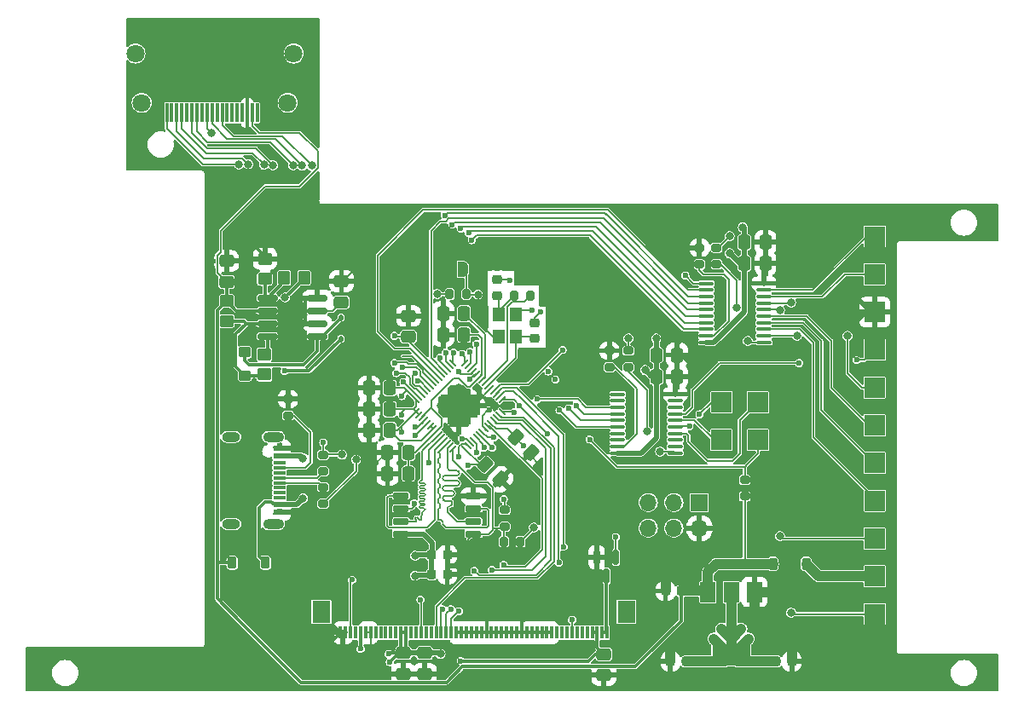
<source format=gbr>
%TF.GenerationSoftware,KiCad,Pcbnew,7.0.11-7.0.11~ubuntu22.04.1*%
%TF.CreationDate,2024-06-30T10:09:10-03:00*%
%TF.ProjectId,Pico_GG_LCD,5069636f-5f47-4475-9f4c-43442e6b6963,rev?*%
%TF.SameCoordinates,Original*%
%TF.FileFunction,Copper,L1,Top*%
%TF.FilePolarity,Positive*%
%FSLAX46Y46*%
G04 Gerber Fmt 4.6, Leading zero omitted, Abs format (unit mm)*
G04 Created by KiCad (PCBNEW 7.0.11-7.0.11~ubuntu22.04.1) date 2024-06-30 10:09:10*
%MOMM*%
%LPD*%
G01*
G04 APERTURE LIST*
G04 Aperture macros list*
%AMRoundRect*
0 Rectangle with rounded corners*
0 $1 Rounding radius*
0 $2 $3 $4 $5 $6 $7 $8 $9 X,Y pos of 4 corners*
0 Add a 4 corners polygon primitive as box body*
4,1,4,$2,$3,$4,$5,$6,$7,$8,$9,$2,$3,0*
0 Add four circle primitives for the rounded corners*
1,1,$1+$1,$2,$3*
1,1,$1+$1,$4,$5*
1,1,$1+$1,$6,$7*
1,1,$1+$1,$8,$9*
0 Add four rect primitives between the rounded corners*
20,1,$1+$1,$2,$3,$4,$5,0*
20,1,$1+$1,$4,$5,$6,$7,0*
20,1,$1+$1,$6,$7,$8,$9,0*
20,1,$1+$1,$8,$9,$2,$3,0*%
%AMFreePoly0*
4,1,19,0.500000,-0.750000,0.000000,-0.750000,0.000000,-0.744911,-0.071157,-0.744911,-0.207708,-0.704816,-0.327430,-0.627875,-0.420627,-0.520320,-0.479746,-0.390866,-0.500000,-0.250000,-0.500000,0.250000,-0.479746,0.390866,-0.420627,0.520320,-0.327430,0.627875,-0.207708,0.704816,-0.071157,0.744911,0.000000,0.744911,0.000000,0.750000,0.500000,0.750000,0.500000,-0.750000,0.500000,-0.750000,
$1*%
%AMFreePoly1*
4,1,19,0.000000,0.744911,0.071157,0.744911,0.207708,0.704816,0.327430,0.627875,0.420627,0.520320,0.479746,0.390866,0.500000,0.250000,0.500000,-0.250000,0.479746,-0.390866,0.420627,-0.520320,0.327430,-0.627875,0.207708,-0.704816,0.071157,-0.744911,0.000000,-0.744911,0.000000,-0.750000,-0.500000,-0.750000,-0.500000,0.750000,0.000000,0.750000,0.000000,0.744911,0.000000,0.744911,
$1*%
G04 Aperture macros list end*
%TA.AperFunction,SMDPad,CuDef*%
%ADD10RoundRect,0.250000X-0.475000X0.337500X-0.475000X-0.337500X0.475000X-0.337500X0.475000X0.337500X0*%
%TD*%
%TA.AperFunction,SMDPad,CuDef*%
%ADD11RoundRect,0.200000X0.275000X-0.200000X0.275000X0.200000X-0.275000X0.200000X-0.275000X-0.200000X0*%
%TD*%
%TA.AperFunction,SMDPad,CuDef*%
%ADD12RoundRect,0.225000X-0.250000X0.225000X-0.250000X-0.225000X0.250000X-0.225000X0.250000X0.225000X0*%
%TD*%
%TA.AperFunction,SMDPad,CuDef*%
%ADD13FreePoly0,180.000000*%
%TD*%
%TA.AperFunction,SMDPad,CuDef*%
%ADD14FreePoly1,180.000000*%
%TD*%
%TA.AperFunction,SMDPad,CuDef*%
%ADD15RoundRect,0.250000X-0.350000X-0.450000X0.350000X-0.450000X0.350000X0.450000X-0.350000X0.450000X0*%
%TD*%
%TA.AperFunction,SMDPad,CuDef*%
%ADD16RoundRect,0.200000X-0.200000X-0.275000X0.200000X-0.275000X0.200000X0.275000X-0.200000X0.275000X0*%
%TD*%
%TA.AperFunction,SMDPad,CuDef*%
%ADD17R,1.500000X2.000000*%
%TD*%
%TA.AperFunction,SMDPad,CuDef*%
%ADD18R,3.800000X2.000000*%
%TD*%
%TA.AperFunction,SMDPad,CuDef*%
%ADD19RoundRect,0.250000X0.475000X-0.337500X0.475000X0.337500X-0.475000X0.337500X-0.475000X-0.337500X0*%
%TD*%
%TA.AperFunction,SMDPad,CuDef*%
%ADD20RoundRect,0.100000X0.637500X0.100000X-0.637500X0.100000X-0.637500X-0.100000X0.637500X-0.100000X0*%
%TD*%
%TA.AperFunction,SMDPad,CuDef*%
%ADD21R,2.000000X2.000000*%
%TD*%
%TA.AperFunction,SMDPad,CuDef*%
%ADD22RoundRect,0.200000X-0.275000X0.200000X-0.275000X-0.200000X0.275000X-0.200000X0.275000X0.200000X0*%
%TD*%
%TA.AperFunction,SMDPad,CuDef*%
%ADD23RoundRect,0.250000X-0.337500X-0.475000X0.337500X-0.475000X0.337500X0.475000X-0.337500X0.475000X0*%
%TD*%
%TA.AperFunction,SMDPad,CuDef*%
%ADD24RoundRect,0.250000X-0.350000X0.275000X-0.350000X-0.275000X0.350000X-0.275000X0.350000X0.275000X0*%
%TD*%
%TA.AperFunction,SMDPad,CuDef*%
%ADD25R,0.300000X1.900000*%
%TD*%
%TA.AperFunction,ComponentPad*%
%ADD26C,1.800000*%
%TD*%
%TA.AperFunction,SMDPad,CuDef*%
%ADD27RoundRect,0.200000X0.200000X0.275000X-0.200000X0.275000X-0.200000X-0.275000X0.200000X-0.275000X0*%
%TD*%
%TA.AperFunction,SMDPad,CuDef*%
%ADD28RoundRect,0.250000X-0.574524X-0.097227X-0.097227X-0.574524X0.574524X0.097227X0.097227X0.574524X0*%
%TD*%
%TA.AperFunction,SMDPad,CuDef*%
%ADD29RoundRect,0.050000X0.309359X-0.238649X-0.238649X0.309359X-0.309359X0.238649X0.238649X-0.309359X0*%
%TD*%
%TA.AperFunction,SMDPad,CuDef*%
%ADD30RoundRect,0.050000X0.309359X0.238649X0.238649X0.309359X-0.309359X-0.238649X-0.238649X-0.309359X0*%
%TD*%
%TA.AperFunction,ComponentPad*%
%ADD31C,0.800000*%
%TD*%
%TA.AperFunction,SMDPad,CuDef*%
%ADD32RoundRect,0.144000X2.059095X0.000000X0.000000X2.059095X-2.059095X0.000000X0.000000X-2.059095X0*%
%TD*%
%TA.AperFunction,SMDPad,CuDef*%
%ADD33RoundRect,0.225000X-0.225000X-0.375000X0.225000X-0.375000X0.225000X0.375000X-0.225000X0.375000X0*%
%TD*%
%TA.AperFunction,SMDPad,CuDef*%
%ADD34RoundRect,0.150000X-0.150000X0.587500X-0.150000X-0.587500X0.150000X-0.587500X0.150000X0.587500X0*%
%TD*%
%TA.AperFunction,SMDPad,CuDef*%
%ADD35R,1.240000X0.600000*%
%TD*%
%TA.AperFunction,SMDPad,CuDef*%
%ADD36R,1.240000X0.300000*%
%TD*%
%TA.AperFunction,ComponentPad*%
%ADD37O,2.100000X1.000000*%
%TD*%
%TA.AperFunction,ComponentPad*%
%ADD38O,1.800000X1.000000*%
%TD*%
%TA.AperFunction,SMDPad,CuDef*%
%ADD39RoundRect,0.225000X0.225000X0.250000X-0.225000X0.250000X-0.225000X-0.250000X0.225000X-0.250000X0*%
%TD*%
%TA.AperFunction,SMDPad,CuDef*%
%ADD40RoundRect,0.150000X0.650000X0.150000X-0.650000X0.150000X-0.650000X-0.150000X0.650000X-0.150000X0*%
%TD*%
%TA.AperFunction,SMDPad,CuDef*%
%ADD41RoundRect,0.250000X0.337500X0.475000X-0.337500X0.475000X-0.337500X-0.475000X0.337500X-0.475000X0*%
%TD*%
%TA.AperFunction,SMDPad,CuDef*%
%ADD42RoundRect,0.250000X0.450000X-0.350000X0.450000X0.350000X-0.450000X0.350000X-0.450000X-0.350000X0*%
%TD*%
%TA.AperFunction,SMDPad,CuDef*%
%ADD43RoundRect,0.112500X0.112500X-0.187500X0.112500X0.187500X-0.112500X0.187500X-0.112500X-0.187500X0*%
%TD*%
%TA.AperFunction,SMDPad,CuDef*%
%ADD44RoundRect,0.150000X0.825000X0.150000X-0.825000X0.150000X-0.825000X-0.150000X0.825000X-0.150000X0*%
%TD*%
%TA.AperFunction,SMDPad,CuDef*%
%ADD45RoundRect,0.225000X-0.225000X-0.250000X0.225000X-0.250000X0.225000X0.250000X-0.225000X0.250000X0*%
%TD*%
%TA.AperFunction,SMDPad,CuDef*%
%ADD46R,1.200000X1.400000*%
%TD*%
%TA.AperFunction,ComponentPad*%
%ADD47R,1.700000X1.700000*%
%TD*%
%TA.AperFunction,ComponentPad*%
%ADD48O,1.700000X1.700000*%
%TD*%
%TA.AperFunction,SMDPad,CuDef*%
%ADD49R,1.800000X2.200000*%
%TD*%
%TA.AperFunction,SMDPad,CuDef*%
%ADD50R,0.300000X1.250000*%
%TD*%
%TA.AperFunction,SMDPad,CuDef*%
%ADD51RoundRect,0.250000X-0.450000X0.350000X-0.450000X-0.350000X0.450000X-0.350000X0.450000X0.350000X0*%
%TD*%
%TA.AperFunction,ViaPad*%
%ADD52C,0.800000*%
%TD*%
%TA.AperFunction,ViaPad*%
%ADD53C,1.000000*%
%TD*%
%TA.AperFunction,ViaPad*%
%ADD54C,0.600000*%
%TD*%
%TA.AperFunction,Conductor*%
%ADD55C,0.146812*%
%TD*%
%TA.AperFunction,Conductor*%
%ADD56C,0.300000*%
%TD*%
%TA.AperFunction,Conductor*%
%ADD57C,0.500000*%
%TD*%
%TA.AperFunction,Conductor*%
%ADD58C,0.200000*%
%TD*%
%TA.AperFunction,Conductor*%
%ADD59C,1.000000*%
%TD*%
%TA.AperFunction,Conductor*%
%ADD60C,0.156500*%
%TD*%
G04 APERTURE END LIST*
D10*
%TO.P,C11,1*%
%TO.N,+3V3*%
X140050000Y-112525000D03*
%TO.P,C11,2*%
%TO.N,GND*%
X140050000Y-114600000D03*
%TD*%
D11*
%TO.P,R1,1*%
%TO.N,Net-(U1-A->B)*%
X162400000Y-84125000D03*
%TO.P,R1,2*%
%TO.N,+3V3*%
X162400000Y-82475000D03*
%TD*%
D12*
%TO.P,C19,1*%
%TO.N,GND*%
X153107008Y-79688363D03*
%TO.P,C19,2*%
%TO.N,Net-(U7-XIN)*%
X153107008Y-81238363D03*
%TD*%
D13*
%TO.P,JP2,1,A*%
%TO.N,RUN*%
X145950000Y-74400000D03*
D14*
%TO.P,JP2,2,B*%
%TO.N,GND*%
X144650000Y-74400000D03*
%TD*%
D15*
%TO.P,R6,1*%
%TO.N,Net-(U2-Vfb)*%
X128200000Y-75240000D03*
%TO.P,R6,2*%
%TO.N,+20V*%
X130200000Y-75240000D03*
%TD*%
D16*
%TO.P,R10,1*%
%TO.N,~{FLASH_CS}*%
X150025000Y-101450000D03*
%TO.P,R10,2*%
%TO.N,Net-(J11-Pin_6)*%
X151675000Y-101450000D03*
%TD*%
D11*
%TO.P,R11,1*%
%TO.N,~{FLASH_CS}*%
X150100000Y-99950000D03*
%TO.P,R11,2*%
%TO.N,+3V3*%
X150100000Y-98300000D03*
%TD*%
D17*
%TO.P,U3,1,GND*%
%TO.N,GND*%
X174900000Y-106450000D03*
%TO.P,U3,2,VO*%
%TO.N,+3V3*%
X172600000Y-106450000D03*
D18*
X172600000Y-112750000D03*
D17*
%TO.P,U3,3,VI*%
%TO.N,+5VD*%
X170300000Y-106450000D03*
%TD*%
D19*
%TO.P,C12,1*%
%TO.N,GND*%
X159950000Y-114700000D03*
%TO.P,C12,2*%
%TO.N,+20V*%
X159950000Y-112625000D03*
%TD*%
D20*
%TO.P,U1,1,A->B*%
%TO.N,Net-(U1-A->B)*%
X167050000Y-92650000D03*
%TO.P,U1,2,A0*%
%TO.N,unconnected-(U1-A0-Pad2)*%
X167050000Y-92000000D03*
%TO.P,U1,3,A1*%
%TO.N,unconnected-(U1-A1-Pad3)*%
X167050000Y-91350000D03*
%TO.P,U1,4,A2*%
%TO.N,Net-(J12-Pin_1)*%
X167050000Y-90700000D03*
%TO.P,U1,5,A3*%
%TO.N,Net-(J13-Pin_1)*%
X167050000Y-90050000D03*
%TO.P,U1,6,A4*%
%TO.N,Net-(J14-Pin_1)*%
X167050000Y-89400000D03*
%TO.P,U1,7,A5*%
%TO.N,Net-(J15-Pin_1)*%
X167050000Y-88750000D03*
%TO.P,U1,8,A6*%
%TO.N,unconnected-(U1-A6-Pad8)*%
X167050000Y-88100000D03*
%TO.P,U1,9,A7*%
%TO.N,unconnected-(U1-A7-Pad9)*%
X167050000Y-87450000D03*
%TO.P,U1,10,GND*%
%TO.N,GND*%
X167050000Y-86800000D03*
%TO.P,U1,11,B7*%
%TO.N,unconnected-(U1-B7-Pad11)*%
X161325000Y-86800000D03*
%TO.P,U1,12,B6*%
%TO.N,unconnected-(U1-B6-Pad12)*%
X161325000Y-87450000D03*
%TO.P,U1,13,B5*%
%TO.N,RESET_Pico*%
X161325000Y-88100000D03*
%TO.P,U1,14,B4*%
%TO.N,START_Pico*%
X161325000Y-88750000D03*
%TO.P,U1,15,B3*%
%TO.N,RIGHT_Pico*%
X161325000Y-89400000D03*
%TO.P,U1,16,B2*%
%TO.N,LEFT_Pico*%
X161325000Y-90050000D03*
%TO.P,U1,17,B1*%
%TO.N,DOWN_Pico*%
X161325000Y-90700000D03*
%TO.P,U1,18,B0*%
%TO.N,UP_Pico*%
X161325000Y-91350000D03*
%TO.P,U1,19,CE*%
%TO.N,Net-(U1-CE)*%
X161325000Y-92000000D03*
%TO.P,U1,20,VCC*%
%TO.N,+3V3*%
X161325000Y-92650000D03*
%TD*%
D21*
%TO.P,J14,1,Pin_1*%
%TO.N,Net-(J14-Pin_1)*%
X171650000Y-91350000D03*
%TD*%
%TO.P,J13,1,Pin_1*%
%TO.N,Net-(J13-Pin_1)*%
X171650000Y-87600000D03*
%TD*%
D11*
%TO.P,R3,1*%
%TO.N,Net-(U4-CE)*%
X169450000Y-73900000D03*
%TO.P,R3,2*%
%TO.N,GND*%
X169450000Y-72250000D03*
%TD*%
D22*
%TO.P,R7,1*%
%TO.N,Net-(J19-Pin_1)*%
X173950000Y-95300000D03*
%TO.P,R7,2*%
%TO.N,+5VD*%
X173950000Y-96950000D03*
%TD*%
D23*
%TO.P,C4,1*%
%TO.N,+3V3*%
X165150000Y-82900000D03*
%TO.P,C4,2*%
%TO.N,GND*%
X167225000Y-82900000D03*
%TD*%
D24*
%TO.P,L1,1,1*%
%TO.N,Net-(D3-A)*%
X124300000Y-82640000D03*
%TO.P,L1,2,2*%
%TO.N,Net-(U2-Ipk)*%
X124300000Y-84940000D03*
%TD*%
D23*
%TO.P,C31,1*%
%TO.N,GND*%
X144007008Y-80888363D03*
%TO.P,C31,2*%
%TO.N,+1V1*%
X146082008Y-80888363D03*
%TD*%
D20*
%TO.P,U4,1,A->B*%
%TO.N,Net-(U4-A->B)*%
X175850000Y-81650000D03*
%TO.P,U4,2,A0*%
%TO.N,Net-(J1-Pin_1)*%
X175850000Y-81000000D03*
%TO.P,U4,3,A1*%
%TO.N,Net-(J2-Pin_1)*%
X175850000Y-80350000D03*
%TO.P,U4,4,A2*%
%TO.N,Net-(J3-Pin_1)*%
X175850000Y-79700000D03*
%TO.P,U4,5,A3*%
%TO.N,Net-(J4-Pin_1)*%
X175850000Y-79050000D03*
%TO.P,U4,6,A4*%
%TO.N,Net-(J5-Pin_1)*%
X175850000Y-78400000D03*
%TO.P,U4,7,A5*%
%TO.N,Net-(J6-Pin_1)*%
X175850000Y-77750000D03*
%TO.P,U4,8,A6*%
%TO.N,Net-(J7-Pin_1)*%
X175850000Y-77100000D03*
%TO.P,U4,9,A7*%
%TO.N,Net-(J8-Pin_1)*%
X175850000Y-76450000D03*
%TO.P,U4,10,GND*%
%TO.N,GND*%
X175850000Y-75800000D03*
%TO.P,U4,11,B7*%
%TO.N,SMS*%
X170125000Y-75800000D03*
%TO.P,U4,12,B6*%
%TO.N,CLK*%
X170125000Y-76450000D03*
%TO.P,U4,13,B5*%
%TO.N,DW*%
X170125000Y-77100000D03*
%TO.P,U4,14,B4*%
%TO.N,CL2*%
X170125000Y-77750000D03*
%TO.P,U4,15,B3*%
%TO.N,D04_Pico*%
X170125000Y-78400000D03*
%TO.P,U4,16,B2*%
%TO.N,D03_Pico*%
X170125000Y-79050000D03*
%TO.P,U4,17,B1*%
%TO.N,D02_Pico*%
X170125000Y-79700000D03*
%TO.P,U4,18,B0*%
%TO.N,D01_Pico*%
X170125000Y-80350000D03*
%TO.P,U4,19,CE*%
%TO.N,Net-(U4-CE)*%
X170125000Y-81000000D03*
%TO.P,U4,20,VCC*%
%TO.N,+3V3*%
X170125000Y-81650000D03*
%TD*%
D21*
%TO.P,J17,1,Pin_1*%
%TO.N,Net-(D1-A)*%
X186850000Y-104890000D03*
%TD*%
D25*
%TO.P,J9,1,D2+*%
%TO.N,HDMI_D2+*%
X116550000Y-58850000D03*
%TO.P,J9,2,D2S*%
%TO.N,unconnected-(J9-D2S-Pad2)*%
X117050000Y-58850000D03*
%TO.P,J9,3,D2-*%
%TO.N,HDMI_D2-*%
X117550000Y-58850000D03*
%TO.P,J9,4,D1+*%
%TO.N,HDMI_D1+*%
X118050000Y-58850000D03*
%TO.P,J9,5,D1S*%
%TO.N,unconnected-(J9-D1S-Pad5)*%
X118550000Y-58850000D03*
%TO.P,J9,6,D1-*%
%TO.N,HDMI_D1-*%
X119050000Y-58850000D03*
%TO.P,J9,7,D0+*%
%TO.N,HDMI_D0+*%
X119550000Y-58850000D03*
%TO.P,J9,8,D0S*%
%TO.N,unconnected-(J9-D0S-Pad8)*%
X120050000Y-58850000D03*
%TO.P,J9,9,D0-*%
%TO.N,HDMI_D0-*%
X120550000Y-58850000D03*
%TO.P,J9,10,CK+*%
%TO.N,HDMI_CLK+*%
X121050000Y-58850000D03*
%TO.P,J9,11,CKS*%
%TO.N,unconnected-(J9-CKS-Pad11)*%
X121550000Y-58850000D03*
%TO.P,J9,12,CK-*%
%TO.N,HDMI_CLK-*%
X122050000Y-58850000D03*
%TO.P,J9,13,CEC*%
%TO.N,unconnected-(J9-CEC-Pad13)*%
X122550000Y-58850000D03*
%TO.P,J9,14,UTILITY*%
%TO.N,unconnected-(J9-UTILITY-Pad14)*%
X123050000Y-58850000D03*
%TO.P,J9,15,SCL*%
%TO.N,unconnected-(J9-SCL-Pad15)*%
X123550000Y-58850000D03*
%TO.P,J9,16,SDA*%
%TO.N,unconnected-(J9-SDA-Pad16)*%
X124050000Y-58850000D03*
%TO.P,J9,17,GND*%
%TO.N,GND*%
X124550000Y-58850000D03*
%TO.P,J9,18,+5V*%
%TO.N,+5VD*%
X125050000Y-58850000D03*
%TO.P,J9,19,HPD*%
%TO.N,unconnected-(J9-HPD-Pad19)*%
X125550000Y-58850000D03*
D26*
%TO.P,J9,SH,SH*%
%TO.N,unconnected-(J9-PadSH)*%
X129150000Y-52950000D03*
X128550000Y-57850000D03*
X114050000Y-57850000D03*
X113450000Y-52950000D03*
%TD*%
D12*
%TO.P,C5,1*%
%TO.N,GND*%
X149357008Y-75438363D03*
%TO.P,C5,2*%
%TO.N,Net-(C5-Pad2)*%
X149357008Y-76988363D03*
%TD*%
D27*
%TO.P,R14,1*%
%TO.N,RUN*%
X146300000Y-76850000D03*
%TO.P,R14,2*%
%TO.N,+3V3*%
X144650000Y-76850000D03*
%TD*%
D28*
%TO.P,C22,1*%
%TO.N,+3V3*%
X151250000Y-91100000D03*
%TO.P,C22,2*%
%TO.N,GND*%
X152717246Y-92567246D03*
%TD*%
D11*
%TO.P,R4,1*%
%TO.N,Net-(U1-CE)*%
X160500000Y-84125000D03*
%TO.P,R4,2*%
%TO.N,GND*%
X160500000Y-82475000D03*
%TD*%
D29*
%TO.P,U7,1,IOVDD*%
%TO.N,+3V3*%
X146168016Y-92228876D03*
%TO.P,U7,2,GPIO0*%
%TO.N,HDMI_D2+*%
X146450859Y-91946033D03*
%TO.P,U7,3,GPIO1*%
%TO.N,HDMI_D2-*%
X146733701Y-91663191D03*
%TO.P,U7,4,GPIO2*%
%TO.N,HDMI_D1+*%
X147016544Y-91380348D03*
%TO.P,U7,5,GPIO3*%
%TO.N,HDMI_D1-*%
X147299387Y-91097505D03*
%TO.P,U7,6,GPIO4*%
%TO.N,HDMI_CLK+*%
X147582229Y-90814663D03*
%TO.P,U7,7,GPIO5*%
%TO.N,HDMI_CLK-*%
X147865072Y-90531820D03*
%TO.P,U7,8,GPIO6*%
%TO.N,RESET_Pico*%
X148147915Y-90248977D03*
%TO.P,U7,9,GPIO7*%
%TO.N,LCD_D0*%
X148430758Y-89966134D03*
%TO.P,U7,10,IOVDD*%
%TO.N,+3V3*%
X148713600Y-89683292D03*
%TO.P,U7,11,GPIO8*%
%TO.N,LCD_D1*%
X148996443Y-89400449D03*
%TO.P,U7,12,GPIO9*%
%TO.N,LCD_D2*%
X149279286Y-89117606D03*
%TO.P,U7,13,GPIO10*%
%TO.N,LCD_D3*%
X149562128Y-88834764D03*
%TO.P,U7,14,GPIO11*%
%TO.N,LCD_Backlight*%
X149844971Y-88551921D03*
D30*
%TO.P,U7,15,GPIO12*%
%TO.N,LCD_RST*%
X149844971Y-87367517D03*
%TO.P,U7,16,GPIO13*%
%TO.N,LCD_CLK*%
X149562128Y-87084674D03*
%TO.P,U7,17,GPIO14*%
%TO.N,LCD_DEN*%
X149279286Y-86801832D03*
%TO.P,U7,18,GPIO15*%
%TO.N,SMS*%
X148996443Y-86518989D03*
%TO.P,U7,19,TESTEN*%
%TO.N,GND*%
X148713600Y-86236146D03*
%TO.P,U7,20,XIN*%
%TO.N,Net-(U7-XIN)*%
X148430758Y-85953304D03*
%TO.P,U7,21,XOUT*%
%TO.N,Net-(U7-XOUT)*%
X148147915Y-85670461D03*
%TO.P,U7,22,IOVDD*%
%TO.N,+3V3*%
X147865072Y-85387618D03*
%TO.P,U7,23,DVDD*%
%TO.N,+1V1*%
X147582229Y-85104775D03*
%TO.P,U7,24,SWCLK*%
%TO.N,SWCLK*%
X147299387Y-84821933D03*
%TO.P,U7,25,SWD*%
%TO.N,SWD*%
X147016544Y-84539090D03*
%TO.P,U7,26,RUN*%
%TO.N,RUN*%
X146733701Y-84256247D03*
%TO.P,U7,27,GPIO16*%
%TO.N,D01_Pico*%
X146450859Y-83973405D03*
%TO.P,U7,28,GPIO17*%
%TO.N,D02_Pico*%
X146168016Y-83690562D03*
D29*
%TO.P,U7,29,GPIO18*%
%TO.N,D03_Pico*%
X144983612Y-83690562D03*
%TO.P,U7,30,GPIO19*%
%TO.N,D04_Pico*%
X144700769Y-83973405D03*
%TO.P,U7,31,GPIO20*%
%TO.N,DW*%
X144417927Y-84256247D03*
%TO.P,U7,32,GPIO21*%
%TO.N,CL2*%
X144135084Y-84539090D03*
%TO.P,U7,33,IOVDD*%
%TO.N,+3V3*%
X143852241Y-84821933D03*
%TO.P,U7,34,GPIO22*%
%TO.N,CLK*%
X143569399Y-85104775D03*
%TO.P,U7,35,GPIO23*%
%TO.N,LED_PIN*%
X143286556Y-85387618D03*
%TO.P,U7,36,GPIO24*%
%TO.N,HDMI_D0+*%
X143003713Y-85670461D03*
%TO.P,U7,37,GPIO25*%
%TO.N,HDMI_D0-*%
X142720870Y-85953304D03*
%TO.P,U7,38,GPIO26_ADC0*%
%TO.N,LEFT_Pico*%
X142438028Y-86236146D03*
%TO.P,U7,39,GPIO27_ADC1*%
%TO.N,RIGHT_Pico*%
X142155185Y-86518989D03*
%TO.P,U7,40,GPIO28_ADC2*%
%TO.N,START_Pico*%
X141872342Y-86801832D03*
%TO.P,U7,41,GPIO29_ADC3*%
%TO.N,Net-(J19-Pin_1)*%
X141589500Y-87084674D03*
%TO.P,U7,42,IOVDD*%
%TO.N,+3V3*%
X141306657Y-87367517D03*
D30*
%TO.P,U7,43,ADC_AVDD*%
X141306657Y-88551921D03*
%TO.P,U7,44,VREG_IN*%
X141589500Y-88834764D03*
%TO.P,U7,45,VREG_VOUT*%
%TO.N,+1V1*%
X141872342Y-89117606D03*
%TO.P,U7,46,USB_DM*%
%TO.N,Net-(U7-USB_DM)*%
X142155185Y-89400449D03*
%TO.P,U7,47,USB_DP*%
%TO.N,Net-(U7-USB_DP)*%
X142438028Y-89683292D03*
%TO.P,U7,48,USB_VDD*%
%TO.N,+3V3*%
X142720870Y-89966134D03*
%TO.P,U7,49,IOVDD*%
X143003713Y-90248977D03*
%TO.P,U7,50,DVDD*%
%TO.N,+1V1*%
X143286556Y-90531820D03*
%TO.P,U7,51,QSPI_SD3*%
%TO.N,FLASH_D3*%
X143569399Y-90814663D03*
%TO.P,U7,52,QSPI_SCLK*%
%TO.N,FLASH_CLK*%
X143852241Y-91097505D03*
%TO.P,U7,53,QSPI_SD0*%
%TO.N,FLASH_D0*%
X144135084Y-91380348D03*
%TO.P,U7,54,QSPI_SD2*%
%TO.N,FLASH_D2*%
X144417927Y-91663191D03*
%TO.P,U7,55,QSPI_SD1*%
%TO.N,FLASH_D1*%
X144700769Y-91946033D03*
%TO.P,U7,56,QSPI_SS*%
%TO.N,~{FLASH_CS}*%
X144983612Y-92228876D03*
D31*
%TO.P,U7,57,GND*%
%TO.N,GND*%
X145575814Y-89762841D03*
X146477375Y-88861280D03*
X147378936Y-87959719D03*
X144674253Y-88861280D03*
X145575814Y-87959719D03*
D32*
X145575814Y-87959719D03*
D31*
X146477375Y-87058158D03*
X143772692Y-87959719D03*
X144674253Y-87058158D03*
X145575814Y-86156597D03*
%TD*%
D21*
%TO.P,J3,1,Pin_1*%
%TO.N,Net-(J3-Pin_1)*%
X186850000Y-93640000D03*
%TD*%
D33*
%TO.P,D2,1,K*%
%TO.N,+5VD*%
X123050000Y-103550000D03*
%TO.P,D2,2,A*%
%TO.N,Net-(D2-A)*%
X126350000Y-103550000D03*
%TD*%
D10*
%TO.P,C10,1*%
%TO.N,+3V3*%
X142150000Y-112525000D03*
%TO.P,C10,2*%
%TO.N,GND*%
X142150000Y-114600000D03*
%TD*%
%TO.P,C6,1*%
%TO.N,GND*%
X133900000Y-75575000D03*
%TO.P,C6,2*%
%TO.N,Net-(U2-TC)*%
X133900000Y-77650000D03*
%TD*%
D21*
%TO.P,J19,1,Pin_1*%
%TO.N,Net-(J19-Pin_1)*%
X175250000Y-91350000D03*
%TD*%
D23*
%TO.P,C32,1*%
%TO.N,GND*%
X138469508Y-94688363D03*
%TO.P,C32,2*%
%TO.N,+1V1*%
X140544508Y-94688363D03*
%TD*%
D34*
%TO.P,Q3,1,G*%
%TO.N,LCD_Backlight*%
X161150000Y-103000000D03*
%TO.P,Q3,2,S*%
%TO.N,GND*%
X159250000Y-103000000D03*
%TO.P,Q3,3,D*%
%TO.N,Backlight_GND*%
X160200000Y-104875000D03*
%TD*%
D35*
%TO.P,P1,A1,GND*%
%TO.N,GND*%
X127750000Y-92150000D03*
%TO.P,P1,A4,VBUS*%
%TO.N,Net-(D2-A)*%
X127750000Y-92950000D03*
D36*
%TO.P,P1,A5,CC*%
%TO.N,Net-(P1-CC)*%
X127750000Y-94100000D03*
%TO.P,P1,A6,D+*%
%TO.N,Net-(P1-D+)*%
X127750000Y-95100000D03*
%TO.P,P1,A7,D-*%
%TO.N,Net-(P1-D-)*%
X127750000Y-95600000D03*
%TO.P,P1,A8*%
%TO.N,N/C*%
X127750000Y-96600000D03*
D35*
%TO.P,P1,A9,VBUS*%
%TO.N,Net-(D2-A)*%
X127750000Y-97750000D03*
%TO.P,P1,A12,GND*%
%TO.N,GND*%
X127750000Y-98550000D03*
%TO.P,P1,B1,GND*%
X127750000Y-98550000D03*
%TO.P,P1,B4,VBUS*%
%TO.N,Net-(D2-A)*%
X127750000Y-97750000D03*
D36*
%TO.P,P1,B5,VCONN*%
%TO.N,unconnected-(P1-VCONN-PadB5)*%
X127750000Y-97100000D03*
%TO.P,P1,B6*%
%TO.N,N/C*%
X127750000Y-96100000D03*
%TO.P,P1,B7*%
X127750000Y-94600000D03*
%TO.P,P1,B8*%
X127750000Y-93600000D03*
D35*
%TO.P,P1,B9,VBUS*%
%TO.N,Net-(D2-A)*%
X127750000Y-92950000D03*
%TO.P,P1,B12,GND*%
%TO.N,GND*%
X127750000Y-92150000D03*
D37*
%TO.P,P1,S1,SHIELD*%
%TO.N,unconnected-(P1-SHIELD-PadS1)*%
X127150000Y-91030000D03*
D38*
X122950000Y-91030000D03*
D37*
X127150000Y-99680000D03*
D38*
X122950000Y-99680000D03*
%TD*%
D39*
%TO.P,C8,1*%
%TO.N,+5VD*%
X167625000Y-106350000D03*
%TO.P,C8,2*%
%TO.N,GND*%
X166075000Y-106350000D03*
%TD*%
D40*
%TO.P,U5,1,~{CS}*%
%TO.N,~{FLASH_CS}*%
X147007008Y-100695120D03*
%TO.P,U5,2,SO/IO1*%
%TO.N,FLASH_D1*%
X147007008Y-99425120D03*
%TO.P,U5,3,~{WP}/IO2*%
%TO.N,FLASH_D2*%
X147007008Y-98155120D03*
%TO.P,U5,4,GND*%
%TO.N,GND*%
X147007008Y-96885120D03*
%TO.P,U5,5,SI/IO0*%
%TO.N,FLASH_D0*%
X139807008Y-96885120D03*
%TO.P,U5,6,SCK*%
%TO.N,FLASH_CLK*%
X139807008Y-98155120D03*
%TO.P,U5,7,~{HOLD}/IO3*%
%TO.N,FLASH_D3*%
X139807008Y-99425120D03*
%TO.P,U5,8,VCC*%
%TO.N,+3V3*%
X139807008Y-100695120D03*
%TD*%
D33*
%TO.P,D1,1,K*%
%TO.N,+5VD*%
X176750000Y-103650000D03*
%TO.P,D1,2,A*%
%TO.N,Net-(D1-A)*%
X180050000Y-103650000D03*
%TD*%
D21*
%TO.P,J6,1,Pin_1*%
%TO.N,Net-(J6-Pin_1)*%
X186850000Y-108640000D03*
%TD*%
%TO.P,J18,1,Pin_1*%
%TO.N,GND*%
X186850000Y-78640000D03*
%TD*%
D41*
%TO.P,C25,1*%
%TO.N,+3V3*%
X138707008Y-86188363D03*
%TO.P,C25,2*%
%TO.N,GND*%
X136632008Y-86188363D03*
%TD*%
D42*
%TO.P,R9,1*%
%TO.N,Net-(U2-Ipk)*%
X122500000Y-79540000D03*
%TO.P,R9,2*%
%TO.N,+5VD*%
X122500000Y-77540000D03*
%TD*%
D21*
%TO.P,J4,1,Pin_1*%
%TO.N,Net-(J4-Pin_1)*%
X186850000Y-89890000D03*
%TD*%
D19*
%TO.P,C24,1*%
%TO.N,+3V3*%
X140550000Y-81087500D03*
%TO.P,C24,2*%
%TO.N,GND*%
X140550000Y-79012500D03*
%TD*%
D21*
%TO.P,J1,1,Pin_1*%
%TO.N,Net-(J1-Pin_1)*%
X186850000Y-86140000D03*
%TD*%
%TO.P,J5,1,Pin_1*%
%TO.N,Net-(J5-Pin_1)*%
X186850000Y-101140000D03*
%TD*%
D43*
%TO.P,D3,1,K*%
%TO.N,+20V*%
X133850000Y-81300000D03*
%TO.P,D3,2,A*%
%TO.N,Net-(D3-A)*%
X133850000Y-79200000D03*
%TD*%
D42*
%TO.P,R8,1*%
%TO.N,Net-(U2-Ipk)*%
X126250000Y-84840000D03*
%TO.P,R8,2*%
%TO.N,Net-(U2-DC)*%
X126250000Y-82840000D03*
%TD*%
D23*
%TO.P,C2,1*%
%TO.N,+3V3*%
X173912500Y-73800000D03*
%TO.P,C2,2*%
%TO.N,GND*%
X175987500Y-73800000D03*
%TD*%
D11*
%TO.P,R17,1*%
%TO.N,Net-(U7-USB_DM)*%
X132090000Y-97675000D03*
%TO.P,R17,2*%
%TO.N,Net-(P1-D-)*%
X132090000Y-96025000D03*
%TD*%
D39*
%TO.P,C9,1*%
%TO.N,+3V3*%
X168125000Y-113350000D03*
%TO.P,C9,2*%
%TO.N,GND*%
X166575000Y-113350000D03*
%TD*%
D44*
%TO.P,U2,1,SwC*%
%TO.N,Net-(D3-A)*%
X131500000Y-81040000D03*
%TO.P,U2,2,SwE*%
%TO.N,GND*%
X131500000Y-79770000D03*
%TO.P,U2,3,TC*%
%TO.N,Net-(U2-TC)*%
X131500000Y-78500000D03*
%TO.P,U2,4,GND*%
%TO.N,GND*%
X131500000Y-77230000D03*
%TO.P,U2,5,Vfb*%
%TO.N,Net-(U2-Vfb)*%
X126550000Y-77230000D03*
%TO.P,U2,6,Vin*%
%TO.N,+5VD*%
X126550000Y-78500000D03*
%TO.P,U2,7,Ipk*%
%TO.N,Net-(U2-Ipk)*%
X126550000Y-79770000D03*
%TO.P,U2,8,DC*%
%TO.N,Net-(U2-DC)*%
X126550000Y-81040000D03*
%TD*%
D23*
%TO.P,C29,1*%
%TO.N,GND*%
X138469508Y-92588363D03*
%TO.P,C29,2*%
%TO.N,+1V1*%
X140544508Y-92588363D03*
%TD*%
D22*
%TO.P,R16,1*%
%TO.N,Net-(U7-USB_DP)*%
X132090000Y-92825000D03*
%TO.P,R16,2*%
%TO.N,Net-(P1-D+)*%
X132090000Y-94475000D03*
%TD*%
D21*
%TO.P,J2,1,Pin_1*%
%TO.N,Net-(J2-Pin_1)*%
X186850000Y-97390000D03*
%TD*%
D41*
%TO.P,C28,1*%
%TO.N,+3V3*%
X138707008Y-90388363D03*
%TO.P,C28,2*%
%TO.N,GND*%
X136632008Y-90388363D03*
%TD*%
%TO.P,C26,1*%
%TO.N,+3V3*%
X138707008Y-88288363D03*
%TO.P,C26,2*%
%TO.N,GND*%
X136632008Y-88288363D03*
%TD*%
D45*
%TO.P,C14,1*%
%TO.N,+3V3*%
X142850000Y-102750000D03*
%TO.P,C14,2*%
%TO.N,GND*%
X144400000Y-102750000D03*
%TD*%
%TO.P,C7,1*%
%TO.N,+3V3*%
X177075000Y-113350000D03*
%TO.P,C7,2*%
%TO.N,GND*%
X178625000Y-113350000D03*
%TD*%
D46*
%TO.P,Y2,1,1*%
%TO.N,Net-(C5-Pad2)*%
X149507008Y-78888363D03*
%TO.P,Y2,2,2*%
%TO.N,GND*%
X149507008Y-81088363D03*
%TO.P,Y2,3,3*%
%TO.N,Net-(U7-XIN)*%
X151207008Y-81088363D03*
%TO.P,Y2,4,4*%
%TO.N,GND*%
X151207008Y-78888363D03*
%TD*%
D28*
%TO.P,C21,1*%
%TO.N,+3V3*%
X148207008Y-93788363D03*
%TO.P,C21,2*%
%TO.N,GND*%
X149674254Y-95255609D03*
%TD*%
D10*
%TO.P,C13,1*%
%TO.N,GND*%
X122500000Y-73565000D03*
%TO.P,C13,2*%
%TO.N,+5VD*%
X122500000Y-75640000D03*
%TD*%
D47*
%TO.P,J11,1,Pin_1*%
%TO.N,SWD*%
X169450000Y-97560000D03*
D48*
%TO.P,J11,2,Pin_2*%
%TO.N,GND*%
X169450000Y-100100000D03*
%TO.P,J11,3,Pin_3*%
%TO.N,SWCLK*%
X166910000Y-97560000D03*
%TO.P,J11,4,Pin_4*%
%TO.N,unconnected-(J11-Pin_4-Pad4)*%
X166910000Y-100100000D03*
%TO.P,J11,5,Pin_5*%
%TO.N,RUN*%
X164370000Y-97560000D03*
%TO.P,J11,6,Pin_6*%
%TO.N,Net-(J11-Pin_6)*%
X164370000Y-100100000D03*
%TD*%
D49*
%TO.P,J16,0*%
%TO.N,N/C*%
X162200000Y-108442858D03*
X131900000Y-108442858D03*
D50*
%TO.P,J16,1,Pin_1*%
%TO.N,Backlight_GND*%
X160300000Y-110492857D03*
%TO.P,J16,2,Pin_2*%
X159800000Y-110492857D03*
%TO.P,J16,3,Pin_3*%
%TO.N,+20V*%
X159300000Y-110492857D03*
%TO.P,J16,4,Pin_4*%
X158800000Y-110492857D03*
%TO.P,J16,5,Pin_5*%
%TO.N,unconnected-(J16-Pin_5-Pad5)*%
X158300000Y-110492857D03*
%TO.P,J16,6,Pin_6*%
%TO.N,unconnected-(J16-Pin_6-Pad6)*%
X157800000Y-110492857D03*
%TO.P,J16,7,Pin_7*%
%TO.N,unconnected-(J16-Pin_7-Pad7)*%
X157300000Y-110492857D03*
%TO.P,J16,8,Pin_8*%
%TO.N,LCD_RST*%
X156800000Y-110492857D03*
%TO.P,J16,9,Pin_9*%
%TO.N,unconnected-(J16-Pin_9-Pad9)*%
X156300000Y-110492857D03*
%TO.P,J16,10,Pin_10*%
%TO.N,unconnected-(J16-Pin_10-Pad10)*%
X155800000Y-110492857D03*
%TO.P,J16,11,Pin_11*%
%TO.N,unconnected-(J16-Pin_11-Pad11)*%
X155300000Y-110492857D03*
%TO.P,J16,12,Pin_12*%
%TO.N,GND*%
X154800000Y-110492857D03*
%TO.P,J16,13,Pin_13*%
X154300000Y-110492857D03*
%TO.P,J16,14,Pin_14*%
X153800000Y-110492857D03*
%TO.P,J16,15,Pin_15*%
X153300000Y-110492857D03*
%TO.P,J16,16,Pin_16*%
X152800000Y-110492857D03*
%TO.P,J16,17,Pin_17*%
X152300000Y-110492857D03*
%TO.P,J16,18,Pin_18*%
X151800000Y-110492857D03*
%TO.P,J16,19,Pin_19*%
X151300000Y-110492857D03*
%TO.P,J16,20,Pin_20*%
X150800000Y-110492857D03*
%TO.P,J16,21,Pin_21*%
X150300000Y-110492857D03*
%TO.P,J16,22,Pin_22*%
X149800000Y-110492857D03*
%TO.P,J16,23,Pin_23*%
X149300000Y-110492857D03*
%TO.P,J16,24,Pin_24*%
X148800000Y-110492857D03*
%TO.P,J16,25,Pin_25*%
X148300000Y-110492857D03*
%TO.P,J16,26,Pin_26*%
X147800000Y-110492857D03*
%TO.P,J16,27,Pin_27*%
X147300000Y-110492857D03*
%TO.P,J16,28,Pin_28*%
X146800000Y-110492857D03*
%TO.P,J16,29,Pin_29*%
X146300000Y-110492857D03*
%TO.P,J16,30,Pin_30*%
X145800000Y-110492857D03*
%TO.P,J16,31,Pin_31*%
X145300000Y-110492857D03*
%TO.P,J16,32,Pin_32*%
%TO.N,LCD_D0*%
X144800000Y-110492857D03*
%TO.P,J16,33,Pin_33*%
%TO.N,LCD_D1*%
X144300000Y-110492857D03*
%TO.P,J16,34,Pin_34*%
%TO.N,LCD_D2*%
X143800000Y-110492857D03*
%TO.P,J16,35,Pin_35*%
%TO.N,LCD_D3*%
X143300000Y-110492857D03*
%TO.P,J16,36,Pin_36*%
%TO.N,LCD_HSync*%
X142800000Y-110492857D03*
%TO.P,J16,37,Pin_37*%
%TO.N,LCD_VSync*%
X142300000Y-110492857D03*
%TO.P,J16,38,Pin_38*%
%TO.N,LCD_CLK*%
X141800000Y-110492857D03*
%TO.P,J16,39,Pin_39*%
%TO.N,unconnected-(J16-Pin_39-Pad39)*%
X141300000Y-110492857D03*
%TO.P,J16,40,Pin_40*%
%TO.N,unconnected-(J16-Pin_40-Pad40)*%
X140800000Y-110492857D03*
%TO.P,J16,41,Pin_41*%
%TO.N,+3V3*%
X140300000Y-110492857D03*
%TO.P,J16,42,Pin_42*%
X139800000Y-110492857D03*
%TO.P,J16,43,Pin_43*%
%TO.N,unconnected-(J16-Pin_43-Pad43)*%
X139300000Y-110492857D03*
%TO.P,J16,44,Pin_44*%
%TO.N,unconnected-(J16-Pin_44-Pad44)*%
X138800000Y-110492857D03*
%TO.P,J16,45,Pin_45*%
%TO.N,unconnected-(J16-Pin_45-Pad45)*%
X138300000Y-110492857D03*
%TO.P,J16,46,Pin_46*%
%TO.N,unconnected-(J16-Pin_46-Pad46)*%
X137800000Y-110492857D03*
%TO.P,J16,47,Pin_47*%
%TO.N,unconnected-(J16-Pin_47-Pad47)*%
X137300000Y-110492857D03*
%TO.P,J16,48,Pin_48*%
%TO.N,GND*%
X136800000Y-110492857D03*
%TO.P,J16,49,Pin_49*%
X136300000Y-110492857D03*
%TO.P,J16,50,Pin_50*%
%TO.N,+3V3*%
X135800000Y-110492857D03*
%TO.P,J16,51,Pin_51*%
%TO.N,unconnected-(J16-Pin_51-Pad51)*%
X135300000Y-110492857D03*
%TO.P,J16,52,Pin_52*%
%TO.N,LCD_DEN*%
X134800000Y-110492857D03*
%TO.P,J16,53,Pin_53*%
%TO.N,GND*%
X134300000Y-110492857D03*
%TO.P,J16,54,Pin_54*%
X133800000Y-110492857D03*
%TD*%
D22*
%TO.P,R18,1*%
%TO.N,GND*%
X128590000Y-87275000D03*
%TO.P,R18,2*%
%TO.N,Net-(P1-CC)*%
X128590000Y-88925000D03*
%TD*%
D21*
%TO.P,J8,1,Pin_1*%
%TO.N,Net-(J8-Pin_1)*%
X186850000Y-71140000D03*
%TD*%
%TO.P,J7,1,Pin_1*%
%TO.N,Net-(J7-Pin_1)*%
X186850000Y-74890000D03*
%TD*%
D11*
%TO.P,R2,1*%
%TO.N,Net-(U4-A->B)*%
X171150000Y-73900000D03*
%TO.P,R2,2*%
%TO.N,+3V3*%
X171150000Y-72250000D03*
%TD*%
D23*
%TO.P,C1,1*%
%TO.N,+3V3*%
X173912500Y-71700000D03*
%TO.P,C1,2*%
%TO.N,GND*%
X175987500Y-71700000D03*
%TD*%
D41*
%TO.P,C23,1*%
%TO.N,+3V3*%
X146082008Y-78788363D03*
%TO.P,C23,2*%
%TO.N,GND*%
X144007008Y-78788363D03*
%TD*%
D51*
%TO.P,R5,1*%
%TO.N,GND*%
X126300000Y-73340000D03*
%TO.P,R5,2*%
%TO.N,Net-(U2-Vfb)*%
X126300000Y-75340000D03*
%TD*%
D23*
%TO.P,C3,1*%
%TO.N,+3V3*%
X165150000Y-85050000D03*
%TO.P,C3,2*%
%TO.N,GND*%
X167225000Y-85050000D03*
%TD*%
D16*
%TO.P,R13,1*%
%TO.N,Net-(C5-Pad2)*%
X151032008Y-76988363D03*
%TO.P,R13,2*%
%TO.N,Net-(U7-XOUT)*%
X152682008Y-76988363D03*
%TD*%
D21*
%TO.P,J12,1,Pin_1*%
%TO.N,Net-(J12-Pin_1)*%
X175250000Y-87600000D03*
%TD*%
D45*
%TO.P,C15,1*%
%TO.N,+3V3*%
X142850000Y-104700000D03*
%TO.P,C15,2*%
%TO.N,GND*%
X144400000Y-104700000D03*
%TD*%
D21*
%TO.P,J15,1,Pin_1*%
%TO.N,Net-(J15-Pin_1)*%
X186850000Y-82390000D03*
%TD*%
D52*
%TO.N,GND*%
X145412533Y-97271716D03*
X168750000Y-83900000D03*
X130090000Y-92100000D03*
X176050000Y-70100000D03*
X124800000Y-73240000D03*
D53*
X178600000Y-112100000D03*
X174850000Y-108100000D03*
D52*
X123800000Y-56150000D03*
X125350000Y-56050000D03*
D54*
X153450000Y-93700000D03*
X152857008Y-78488363D03*
D53*
X166100000Y-104900000D03*
D52*
X136707008Y-94788363D03*
X135007008Y-90388363D03*
X125150000Y-71940000D03*
D54*
X129200000Y-79450000D03*
D52*
X177450000Y-71500000D03*
D54*
X139100000Y-79000000D03*
X140050000Y-113550000D03*
X148300000Y-109050000D03*
X134050000Y-111700000D03*
D52*
X130090000Y-98600000D03*
X137007008Y-93888363D03*
X122500000Y-71640000D03*
D53*
X176850000Y-106350000D03*
D54*
X129750000Y-80350000D03*
D53*
X166600000Y-112100000D03*
D52*
X144407008Y-100840912D03*
X135007008Y-88288363D03*
X144250000Y-114600000D03*
D54*
X150607008Y-75488363D03*
X153707008Y-78588363D03*
D52*
X184850000Y-79700000D03*
X157750000Y-103000000D03*
X184850000Y-77000000D03*
D54*
X161850000Y-114750000D03*
D52*
X124150000Y-74090000D03*
X135500000Y-74100000D03*
D54*
X158400000Y-114750000D03*
X138700000Y-114700000D03*
D52*
X159250000Y-101400000D03*
X188650000Y-78600000D03*
D54*
X150707008Y-96188363D03*
D52*
X168050000Y-72200000D03*
D54*
X148107008Y-79488363D03*
X136850000Y-112100000D03*
D52*
X134807008Y-86088363D03*
X145507008Y-103840912D03*
D54*
X143350000Y-72700000D03*
X133050000Y-110500000D03*
X128590000Y-85850000D03*
X151950000Y-109150000D03*
D52*
X167300000Y-81500000D03*
X160500000Y-81250000D03*
D54*
%TO.N,+3V3*%
X135800000Y-112100000D03*
D52*
X164050000Y-84400000D03*
X173750000Y-70200000D03*
D53*
X174350000Y-111100000D03*
D54*
X138700000Y-113400000D03*
D52*
X143400000Y-76850000D03*
D54*
X139907008Y-88888363D03*
D52*
X143750000Y-112600000D03*
D53*
X170850000Y-111100000D03*
D52*
X165150000Y-81250000D03*
X162400000Y-81250000D03*
X141207008Y-104840912D03*
D53*
X173600000Y-110100000D03*
D54*
X146507008Y-93888363D03*
D52*
X172450000Y-71100000D03*
D54*
X139907008Y-86988363D03*
D52*
X172450000Y-72800000D03*
D54*
X139150000Y-81000000D03*
D53*
X171600000Y-110100000D03*
D54*
X151950000Y-91900000D03*
X150007008Y-97240912D03*
X138600000Y-112600000D03*
X139907008Y-90588363D03*
D52*
X141207008Y-102840912D03*
%TO.N,Net-(D2-A)*%
X130090000Y-97150000D03*
X130090000Y-93150000D03*
D54*
%TO.N,FLASH_CLK*%
X142607008Y-93640912D03*
X141107008Y-97640912D03*
%TO.N,Net-(J13-Pin_1)*%
X168450000Y-90000000D03*
X169450000Y-88800000D03*
D52*
%TO.N,Net-(U7-USB_DP)*%
X133950000Y-92800000D03*
D54*
X132090000Y-91600000D03*
X141250000Y-90900000D03*
%TO.N,Net-(U7-USB_DM)*%
X141207008Y-90088363D03*
D52*
X135350000Y-93300000D03*
%TO.N,Net-(U1-A->B)*%
X164250000Y-90500000D03*
X165550000Y-92500000D03*
%TO.N,Net-(U4-A->B)*%
X173150000Y-78200000D03*
X174250000Y-81500000D03*
D54*
%TO.N,SWCLK*%
X155150000Y-85340912D03*
X146607008Y-85340912D03*
%TO.N,SWD*%
X154450000Y-84540912D03*
X145507008Y-84540912D03*
D52*
%TO.N,RUN*%
X147450000Y-76900000D03*
D54*
X147300000Y-81800000D03*
%TO.N,START_Pico*%
X139350000Y-84700000D03*
X157250000Y-87900000D03*
%TO.N,RIGHT_Pico*%
X141250000Y-84700000D03*
X156450000Y-88200000D03*
%TO.N,LEFT_Pico*%
X141450000Y-85500000D03*
X155550000Y-88400000D03*
%TO.N,SMS*%
X155850000Y-82400000D03*
X168050000Y-75000000D03*
%TO.N,DW*%
X143650000Y-83200000D03*
X144150000Y-69050000D03*
%TO.N,D04_Pico*%
X144900000Y-69950000D03*
X144250000Y-82650000D03*
%TO.N,D03_Pico*%
X145750000Y-70350000D03*
X145050000Y-82650000D03*
%TO.N,D02_Pico*%
X146550000Y-70750000D03*
X145850000Y-82800000D03*
%TO.N,D01_Pico*%
X146850000Y-71500000D03*
X146650000Y-82600000D03*
%TO.N,HDMI_D2+*%
X145550000Y-93000000D03*
D52*
X123725000Y-63975000D03*
D54*
%TO.N,Net-(J15-Pin_1)*%
X185050000Y-83400000D03*
X179350000Y-83700000D03*
%TO.N,RESET_Pico*%
X148550000Y-88400000D03*
X153350000Y-87300000D03*
%TO.N,+20V*%
X128250000Y-84500000D03*
X145750000Y-113300000D03*
D52*
X128300000Y-77190000D03*
D54*
%TO.N,LCD_D0*%
X150000000Y-103750000D03*
X145550000Y-108350000D03*
%TO.N,LCD_D1*%
X144750000Y-108150000D03*
X148850000Y-104250000D03*
%TO.N,LCD_D2*%
X147100000Y-104350000D03*
X143900000Y-108150000D03*
%TO.N,LCD_Backlight*%
X151050000Y-88600000D03*
X161150000Y-101000000D03*
%TO.N,LCD_RST*%
X154350000Y-90700000D03*
X151550000Y-87900000D03*
X156800000Y-109200000D03*
%TO.N,LCD_CLK*%
X155500000Y-103550000D03*
X141750000Y-107200000D03*
%TO.N,LCD_DEN*%
X155950000Y-101950000D03*
X134950000Y-105250000D03*
D52*
%TO.N,HDMI_D2-*%
X124650000Y-63950000D03*
D54*
X145850000Y-91200000D03*
D52*
%TO.N,HDMI_D1+*%
X126200000Y-64000000D03*
D54*
X147350000Y-92600000D03*
D52*
%TO.N,Net-(J1-Pin_1)*%
X179140000Y-81000000D03*
X184150000Y-81000000D03*
%TO.N,Net-(J5-Pin_1)*%
X177450000Y-78460000D03*
X177450000Y-100900000D03*
%TO.N,Net-(J6-Pin_1)*%
X178550000Y-77700000D03*
X178550000Y-108500000D03*
%TO.N,HDMI_D1-*%
X127100000Y-64050000D03*
D54*
X148050000Y-92100000D03*
%TO.N,HDMI_D0+*%
X139150000Y-83700000D03*
D52*
X129100000Y-64050000D03*
D54*
%TO.N,Net-(J19-Pin_1)*%
X140050000Y-85600000D03*
X158550000Y-91300000D03*
%TO.N,HDMI_D0-*%
X139950000Y-84100000D03*
D52*
X121000000Y-60850000D03*
D54*
%TO.N,HDMI_CLK+*%
X148850000Y-92100000D03*
D52*
X130000000Y-64100000D03*
D54*
%TO.N,HDMI_CLK-*%
X149050000Y-91100000D03*
D52*
X130950000Y-64100000D03*
%TO.N,Net-(J11-Pin_6)*%
X153000000Y-100050000D03*
%TD*%
D55*
%TO.N,GND*%
X148607008Y-80738363D02*
X148107008Y-80238363D01*
D56*
X122500000Y-73565000D02*
X122500000Y-71640000D01*
D57*
X186850000Y-78640000D02*
X185910000Y-78640000D01*
X175987500Y-73800000D02*
X175987500Y-71700000D01*
D56*
X140050000Y-114600000D02*
X140050000Y-113550000D01*
D58*
X152717246Y-92567246D02*
X152717246Y-92967246D01*
D56*
X131500000Y-79770000D02*
X130525001Y-79770000D01*
X148300000Y-110492857D02*
X148300000Y-109050000D01*
D59*
X166575000Y-113350000D02*
X166575000Y-112125000D01*
D55*
X148107008Y-80238363D02*
X148107008Y-79488363D01*
D58*
X124550000Y-56850000D02*
X125350000Y-56050000D01*
D57*
X175987500Y-70162500D02*
X176050000Y-70100000D01*
D58*
X138407008Y-92588363D02*
X137007008Y-93988363D01*
D57*
X147007008Y-96885912D02*
X145798337Y-96885912D01*
X188610000Y-78640000D02*
X188650000Y-78600000D01*
D59*
X166075000Y-104925000D02*
X166100000Y-104900000D01*
D58*
X168100000Y-72250000D02*
X168050000Y-72200000D01*
D59*
X174900000Y-106450000D02*
X174900000Y-108050000D01*
D57*
X167050000Y-85225000D02*
X167225000Y-85050000D01*
D58*
X133900000Y-75575000D02*
X134025000Y-75575000D01*
X152717246Y-92967246D02*
X153450000Y-93700000D01*
X153107008Y-79188363D02*
X153707008Y-78588363D01*
D56*
X161800000Y-114700000D02*
X161850000Y-114750000D01*
D55*
X150557008Y-75438363D02*
X150607008Y-75488363D01*
D57*
X186850000Y-78640000D02*
X186490000Y-78640000D01*
X167050000Y-86800000D02*
X167050000Y-85225000D01*
D58*
X153107008Y-79688363D02*
X153107008Y-79188363D01*
D59*
X166075000Y-106350000D02*
X166075000Y-104925000D01*
D56*
X130330000Y-79770000D02*
X129750000Y-80350000D01*
D58*
X149774254Y-95255609D02*
X150707008Y-96188363D01*
D56*
X159950000Y-114700000D02*
X158450000Y-114700000D01*
X138800000Y-114600000D02*
X138700000Y-114700000D01*
D55*
X149507008Y-81088363D02*
X148957008Y-81088363D01*
D56*
X130285000Y-79529999D02*
X130285000Y-77470001D01*
X130285000Y-79529999D02*
X129279999Y-79529999D01*
D57*
X134050000Y-110492857D02*
X133800000Y-110492857D01*
D56*
X130525001Y-77230000D02*
X131500000Y-77230000D01*
X151800000Y-109300000D02*
X151950000Y-109150000D01*
D58*
X138469508Y-94688363D02*
X136807008Y-94688363D01*
D57*
X185910000Y-78640000D02*
X184850000Y-79700000D01*
X167225000Y-82900000D02*
X167750000Y-82900000D01*
D58*
X124550000Y-58850000D02*
X124550000Y-56900000D01*
D57*
X144407008Y-102790912D02*
X144407008Y-103840912D01*
X167750000Y-82900000D02*
X168750000Y-83900000D01*
D56*
X154800000Y-110492857D02*
X154300000Y-110492857D01*
D58*
X138469508Y-92588363D02*
X138407008Y-92588363D01*
D56*
X131500000Y-79770000D02*
X130330000Y-79770000D01*
D58*
X136632008Y-90388363D02*
X135007008Y-90388363D01*
X136800000Y-112050000D02*
X136850000Y-112100000D01*
D56*
X124900000Y-73340000D02*
X124800000Y-73240000D01*
D57*
X144407008Y-103840912D02*
X145507008Y-103840912D01*
D58*
X147378936Y-87570810D02*
X147378936Y-87959719D01*
D57*
X128250000Y-92150000D02*
X130040000Y-92150000D01*
D58*
X136800000Y-110492857D02*
X136300000Y-110492857D01*
D55*
X149357008Y-75438363D02*
X150557008Y-75438363D01*
D57*
X186850000Y-78640000D02*
X188610000Y-78640000D01*
D58*
X160500000Y-82475000D02*
X160500000Y-81250000D01*
X149674254Y-95255609D02*
X149774254Y-95255609D01*
X144650000Y-74400000D02*
X143350000Y-73100000D01*
D55*
X148957008Y-81088363D02*
X148607008Y-80738363D01*
D56*
X151800000Y-110492857D02*
X151800000Y-109300000D01*
D58*
X136807008Y-94688363D02*
X136707008Y-94788363D01*
D56*
X159250000Y-103000000D02*
X159250000Y-101400000D01*
D57*
X175987500Y-71700000D02*
X177250000Y-71700000D01*
D58*
X136632008Y-86188363D02*
X134907008Y-86188363D01*
X134025000Y-75575000D02*
X135500000Y-74100000D01*
D59*
X176750000Y-106450000D02*
X176850000Y-106350000D01*
D58*
X148713600Y-86236146D02*
X147378936Y-87570810D01*
D57*
X175987500Y-71700000D02*
X175987500Y-70162500D01*
D58*
X124550000Y-56900000D02*
X123800000Y-56150000D01*
D56*
X130525001Y-79770000D02*
X130285000Y-79529999D01*
X123625000Y-73565000D02*
X124150000Y-74090000D01*
D57*
X175850000Y-75800000D02*
X175850000Y-73937500D01*
D58*
X134907008Y-86188363D02*
X134807008Y-86088363D01*
D59*
X174900000Y-108050000D02*
X174850000Y-108100000D01*
D56*
X126300000Y-73340000D02*
X124900000Y-73340000D01*
D57*
X177250000Y-71700000D02*
X177450000Y-71500000D01*
X175850000Y-73937500D02*
X175987500Y-73800000D01*
D59*
X166575000Y-112125000D02*
X166600000Y-112100000D01*
D57*
X186490000Y-78640000D02*
X184850000Y-77000000D01*
D56*
X129279999Y-79529999D02*
X129200000Y-79450000D01*
D57*
X128250000Y-98550000D02*
X130040000Y-98550000D01*
D56*
X122500000Y-73565000D02*
X123625000Y-73565000D01*
D57*
X142150000Y-114600000D02*
X140050000Y-114600000D01*
X134300000Y-110492857D02*
X134050000Y-110492857D01*
X144407008Y-103840912D02*
X144407008Y-104790912D01*
D55*
X151207008Y-78888363D02*
X151607008Y-78488363D01*
D57*
X144407008Y-102790912D02*
X144407008Y-100790912D01*
X133057143Y-110492857D02*
X133050000Y-110500000D01*
D58*
X140550000Y-79012500D02*
X139112500Y-79012500D01*
D55*
X151607008Y-78488363D02*
X151857008Y-78488363D01*
D57*
X130040000Y-92150000D02*
X130090000Y-92100000D01*
D56*
X159250000Y-103000000D02*
X157750000Y-103000000D01*
D58*
X136800000Y-110492857D02*
X136800000Y-112050000D01*
X124550000Y-58850000D02*
X124550000Y-56850000D01*
X136632008Y-88288363D02*
X135007008Y-88288363D01*
D56*
X130285000Y-77470001D02*
X130525001Y-77230000D01*
X126300000Y-73340000D02*
X126300000Y-73090000D01*
D58*
X169450000Y-72250000D02*
X168100000Y-72250000D01*
D56*
X158450000Y-114700000D02*
X158400000Y-114750000D01*
D58*
X143350000Y-73100000D02*
X143350000Y-72700000D01*
D59*
X178625000Y-112125000D02*
X178600000Y-112100000D01*
D57*
X142150000Y-114600000D02*
X144250000Y-114600000D01*
D59*
X174900000Y-106450000D02*
X176750000Y-106450000D01*
D57*
X167225000Y-85050000D02*
X167225000Y-82900000D01*
X144407008Y-100790912D02*
X144407008Y-100840912D01*
D56*
X154300000Y-110492857D02*
X145300000Y-110492857D01*
X159950000Y-114700000D02*
X161800000Y-114700000D01*
D55*
X151857008Y-78488363D02*
X152857008Y-78488363D01*
D57*
X167225000Y-82900000D02*
X167225000Y-81575000D01*
D58*
X138469508Y-94688363D02*
X138469508Y-92588363D01*
D57*
X133800000Y-110492857D02*
X133057143Y-110492857D01*
D59*
X178625000Y-113350000D02*
X178625000Y-112125000D01*
D56*
X140050000Y-114600000D02*
X138800000Y-114600000D01*
D57*
X167225000Y-81575000D02*
X167300000Y-81500000D01*
X145798337Y-96885912D02*
X145412533Y-97271716D01*
X134050000Y-110492857D02*
X134050000Y-111700000D01*
D56*
X126300000Y-73090000D02*
X125150000Y-71940000D01*
D57*
X130040000Y-98550000D02*
X130090000Y-98600000D01*
D58*
X128590000Y-87275000D02*
X128590000Y-85850000D01*
X139112500Y-79012500D02*
X139100000Y-79000000D01*
D57*
%TO.N,+3V3*%
X142907008Y-101540912D02*
X142907008Y-102740912D01*
X165150000Y-91150000D02*
X163650000Y-92650000D01*
X165150000Y-85050000D02*
X165150000Y-82900000D01*
D56*
X140050000Y-112525000D02*
X138675000Y-112525000D01*
D58*
X138707008Y-90388363D02*
X139470215Y-90388363D01*
D57*
X142857008Y-102790912D02*
X142857008Y-103840912D01*
D58*
X144650000Y-76850000D02*
X143400000Y-76850000D01*
X148207008Y-93788363D02*
X146607008Y-93788363D01*
X149230308Y-90200000D02*
X150350000Y-90200000D01*
D57*
X165150000Y-85050000D02*
X164700000Y-85050000D01*
D56*
X140300000Y-110492857D02*
X140300000Y-112275000D01*
D58*
X139237500Y-81087500D02*
X139150000Y-81000000D01*
D57*
X170862499Y-81650000D02*
X170125000Y-81650000D01*
X165150000Y-85050000D02*
X165150000Y-91150000D01*
X142857008Y-104790912D02*
X141257008Y-104790912D01*
D58*
X140550000Y-81087500D02*
X139237500Y-81087500D01*
D57*
X143675000Y-112525000D02*
X143750000Y-112600000D01*
X142857008Y-102790912D02*
X141257008Y-102790912D01*
D58*
X140207008Y-88288363D02*
X141043099Y-88288363D01*
D57*
X141257008Y-104790912D02*
X141207008Y-104840912D01*
D58*
X151250000Y-91100000D02*
X151250000Y-91200000D01*
D59*
X172600000Y-112750000D02*
X172700000Y-112750000D01*
X168125000Y-113350000D02*
X172000000Y-113350000D01*
D58*
X146607008Y-93788363D02*
X146507008Y-93888363D01*
X143003713Y-90248977D02*
X142720870Y-89966134D01*
D59*
X177075000Y-113350000D02*
X173200000Y-113350000D01*
D57*
X173912500Y-71700000D02*
X173912500Y-70362500D01*
D56*
X139800000Y-112275000D02*
X140050000Y-112525000D01*
D58*
X139470215Y-90388363D02*
X139938612Y-89919967D01*
X140550000Y-81519692D02*
X140550000Y-81087500D01*
D56*
X135800000Y-110492857D02*
X135800000Y-112100000D01*
D58*
X143003713Y-90248977D02*
X141848690Y-91404000D01*
D56*
X140050000Y-112525000D02*
X139575000Y-112525000D01*
D55*
X150107008Y-97340912D02*
X150007008Y-97240912D01*
D58*
X140127503Y-86188363D02*
X140367256Y-86428115D01*
X138707008Y-86188363D02*
X140127503Y-86188363D01*
X138707008Y-88288363D02*
X140207008Y-88288363D01*
D57*
X142150000Y-112525000D02*
X140050000Y-112525000D01*
D58*
X139907008Y-86888363D02*
X139907008Y-86988363D01*
X150350000Y-90200000D02*
X151250000Y-91100000D01*
D57*
X142857008Y-103840912D02*
X142857008Y-104790912D01*
X141257008Y-102790912D02*
X141207008Y-102840912D01*
D56*
X139800000Y-110492857D02*
X139800000Y-112275000D01*
D59*
X172600000Y-112750000D02*
X172600000Y-111100000D01*
D57*
X173450000Y-73800000D02*
X172450000Y-72800000D01*
X142907008Y-102740912D02*
X142857008Y-102790912D01*
D59*
X172600000Y-111100000D02*
X173600000Y-110100000D01*
D58*
X143852241Y-84821933D02*
X140550000Y-81519692D01*
X147865072Y-85387618D02*
X148139726Y-85112964D01*
X147727503Y-93788363D02*
X148207008Y-93788363D01*
D57*
X142062008Y-100695912D02*
X142907008Y-101540912D01*
D58*
X140207008Y-88288363D02*
X139907008Y-88588363D01*
X171300000Y-72250000D02*
X172450000Y-71100000D01*
D59*
X172700000Y-112750000D02*
X174350000Y-111100000D01*
D58*
X148139726Y-85112964D02*
X148139726Y-80846081D01*
X141306657Y-87367517D02*
X141306657Y-88024805D01*
D57*
X173912500Y-73800000D02*
X173912500Y-78599999D01*
D58*
X139938612Y-89919967D02*
X141306657Y-88551921D01*
D57*
X173912500Y-73800000D02*
X173450000Y-73800000D01*
D58*
X139938612Y-89919967D02*
X139907008Y-89951571D01*
D57*
X165150000Y-82900000D02*
X165150000Y-81250000D01*
D59*
X172600000Y-112750000D02*
X172500000Y-112750000D01*
D58*
X140367256Y-86428115D02*
X141306657Y-87367517D01*
X140367256Y-86428115D02*
X139907008Y-86888363D01*
X148139726Y-80846081D02*
X146082008Y-78788363D01*
X141043099Y-88288363D02*
X141306657Y-88551921D01*
X141476328Y-88721592D02*
X141589500Y-88834764D01*
X141306657Y-88024805D02*
X141043099Y-88288363D01*
D59*
X172000000Y-113350000D02*
X172600000Y-112750000D01*
D58*
X141535901Y-88888363D02*
X141589500Y-88834764D01*
D57*
X139807008Y-100695912D02*
X142062008Y-100695912D01*
D58*
X151250000Y-91200000D02*
X151950000Y-91900000D01*
D57*
X173912500Y-70362500D02*
X173750000Y-70200000D01*
D56*
X139575000Y-112525000D02*
X138700000Y-113400000D01*
D59*
X172600000Y-111100000D02*
X171600000Y-110100000D01*
D55*
X150107008Y-98440912D02*
X150107008Y-97340912D01*
D56*
X140300000Y-112275000D02*
X140050000Y-112525000D01*
D57*
X164700000Y-85050000D02*
X164050000Y-84400000D01*
D58*
X162400000Y-82475000D02*
X162400000Y-81250000D01*
X139907008Y-89951571D02*
X139907008Y-90588363D01*
X139722645Y-91404000D02*
X138707008Y-90388363D01*
X148713600Y-89683292D02*
X149230308Y-90200000D01*
X146168016Y-92228876D02*
X147727503Y-93788363D01*
D57*
X173912500Y-78599999D02*
X170862499Y-81650000D01*
D59*
X172500000Y-112750000D02*
X170850000Y-111100000D01*
D56*
X140300000Y-110492857D02*
X139800000Y-110492857D01*
D57*
X173912500Y-73800000D02*
X173912500Y-71700000D01*
D58*
X141306657Y-88551921D02*
X141476328Y-88721592D01*
D57*
X142150000Y-112525000D02*
X143675000Y-112525000D01*
D56*
X138675000Y-112525000D02*
X138600000Y-112600000D01*
D58*
X139907008Y-88588363D02*
X139907008Y-88888363D01*
D59*
X173200000Y-113350000D02*
X172600000Y-112750000D01*
D58*
X141848690Y-91404000D02*
X139722645Y-91404000D01*
D59*
X172600000Y-106450000D02*
X172600000Y-112750000D01*
D57*
X163650000Y-92650000D02*
X161325000Y-92650000D01*
D58*
X171150000Y-72250000D02*
X171300000Y-72250000D01*
D55*
%TO.N,Net-(U7-XIN)*%
X151207008Y-81088363D02*
X152957008Y-81088363D01*
X151207008Y-83177054D02*
X151207008Y-81088363D01*
X152957008Y-81088363D02*
X153107008Y-81238363D01*
X148430758Y-85953304D02*
X151207008Y-83177054D01*
D56*
%TO.N,Net-(D2-A)*%
X127750000Y-97750000D02*
X127230589Y-97750000D01*
D57*
X128250000Y-97750000D02*
X129490000Y-97750000D01*
D56*
X126300563Y-97474874D02*
X125700000Y-98075437D01*
X126955463Y-97474874D02*
X126300563Y-97474874D01*
X125700000Y-102900000D02*
X126350000Y-103550000D01*
D57*
X128250000Y-92950000D02*
X129890000Y-92950000D01*
X129890000Y-92950000D02*
X130090000Y-93150000D01*
X129490000Y-97750000D02*
X130090000Y-97150000D01*
D56*
X125700000Y-98075437D02*
X125700000Y-102900000D01*
X127230589Y-97750000D02*
X126955463Y-97474874D01*
%TO.N,Net-(D3-A)*%
X131500000Y-81040000D02*
X132010000Y-81040000D01*
X131500000Y-82540000D02*
X131500000Y-81040000D01*
X124300000Y-82640000D02*
X124300000Y-83490000D01*
X124300000Y-83490000D02*
X124700000Y-83890000D01*
X130150000Y-83890000D02*
X131500000Y-82540000D01*
X124700000Y-83890000D02*
X130150000Y-83890000D01*
X132010000Y-81040000D02*
X133850000Y-79200000D01*
D59*
%TO.N,Net-(D1-A)*%
X181290000Y-104890000D02*
X180050000Y-103650000D01*
X186850000Y-104890000D02*
X181290000Y-104890000D01*
D58*
%TO.N,+5VD*%
X131540000Y-64344387D02*
X129734387Y-66150000D01*
D59*
X174250000Y-103650000D02*
X171100000Y-103650000D01*
D58*
X173950000Y-103350000D02*
X174250000Y-103650000D01*
X129734387Y-66150000D02*
X126300000Y-66150000D01*
D56*
X126550000Y-78500000D02*
X123460000Y-78500000D01*
X167625000Y-109325000D02*
X164000000Y-112950000D01*
D59*
X176750000Y-103650000D02*
X174250000Y-103650000D01*
D56*
X121560000Y-78480000D02*
X121560000Y-103700000D01*
X123460000Y-78500000D02*
X122500000Y-77540000D01*
D59*
X170300000Y-104450000D02*
X170300000Y-106450000D01*
D56*
X121560000Y-103700000D02*
X121560000Y-107110000D01*
X121560000Y-107110000D02*
X123850000Y-109400000D01*
X122500000Y-77540000D02*
X121560000Y-78480000D01*
D58*
X129750000Y-60850000D02*
X131540000Y-62640000D01*
X121585000Y-74725000D02*
X122500000Y-75640000D01*
D59*
X170200000Y-106350000D02*
X170300000Y-106450000D01*
D56*
X122500000Y-75640000D02*
X122500000Y-77540000D01*
X123850000Y-109400000D02*
X123950000Y-109500000D01*
X167625000Y-106350000D02*
X167625000Y-109325000D01*
D58*
X173950000Y-96950000D02*
X173950000Y-103350000D01*
D56*
X145882597Y-113872500D02*
X144327597Y-115427500D01*
D58*
X125050000Y-58850000D02*
X125050000Y-60150000D01*
D56*
X126750000Y-112300000D02*
X123950000Y-109500000D01*
D59*
X167887500Y-106350000D02*
X170200000Y-106350000D01*
D58*
X121585000Y-73022500D02*
X121585000Y-74725000D01*
X121910000Y-70540000D02*
X121910000Y-72697500D01*
X131540000Y-62640000D02*
X131540000Y-64344387D01*
D56*
X129877500Y-115427500D02*
X126750000Y-112300000D01*
X163077500Y-113872500D02*
X145882597Y-113872500D01*
X164000000Y-112950000D02*
X163077500Y-113872500D01*
D58*
X126300000Y-66150000D02*
X121910000Y-70540000D01*
X121910000Y-72697500D02*
X121585000Y-73022500D01*
D56*
X121710000Y-103550000D02*
X121560000Y-103700000D01*
D59*
X171100000Y-103650000D02*
X170300000Y-104450000D01*
D56*
X123050000Y-103550000D02*
X121710000Y-103550000D01*
D58*
X125050000Y-60150000D02*
X125750000Y-60850000D01*
D56*
X144327597Y-115427500D02*
X129877500Y-115427500D01*
D58*
X125750000Y-60850000D02*
X129750000Y-60850000D01*
D55*
%TO.N,~{FLASH_CS}*%
X148957008Y-100090912D02*
X148907008Y-100040912D01*
X150107008Y-100090912D02*
X148957008Y-100090912D01*
X148907008Y-96040912D02*
X148907008Y-100040912D01*
X148407008Y-95540912D02*
X148907008Y-96040912D01*
X147007008Y-100695912D02*
X146507008Y-101195912D01*
X148502008Y-100695912D02*
X147007008Y-100695912D01*
X148907008Y-100290912D02*
X148502008Y-100695912D01*
X147157008Y-95540912D02*
X148407008Y-95540912D01*
X144983612Y-93367516D02*
X147157008Y-95540912D01*
X144983612Y-92228876D02*
X144983612Y-93367516D01*
D58*
X150000000Y-100050000D02*
X150100000Y-99950000D01*
X150000000Y-101500000D02*
X150000000Y-100050000D01*
D55*
X148907008Y-100040912D02*
X148907008Y-100290912D01*
D60*
%TO.N,FLASH_D1*%
X145392008Y-99425912D02*
X147007008Y-99425912D01*
X144455023Y-98488927D02*
X145392008Y-99425912D01*
X144905023Y-97615912D02*
X144905023Y-97665912D01*
X144455023Y-95890912D02*
X144205023Y-95890912D01*
X144455023Y-96890912D02*
X144205023Y-96890912D01*
X144705023Y-94890912D02*
X144205023Y-94890912D01*
X144700769Y-91946033D02*
X144455023Y-92191779D01*
X144205023Y-96390912D02*
X144455023Y-96390912D01*
X144455023Y-98165912D02*
X144455023Y-98488927D01*
X145355023Y-94890912D02*
X144705023Y-94890912D01*
X144455023Y-95390912D02*
X145355023Y-95390912D01*
X144455023Y-96390912D02*
X144855023Y-96390912D01*
X144455023Y-97390912D02*
X144680023Y-97390912D01*
X144855023Y-96890912D02*
X144455023Y-96890912D01*
X144205023Y-95390912D02*
X144455023Y-95390912D01*
X144455023Y-92191779D02*
X144455023Y-94140912D01*
X145355023Y-95890912D02*
X144455023Y-95890912D01*
X144705023Y-94390912D02*
X145355023Y-94390912D01*
X144455023Y-98115912D02*
X144455023Y-98165912D01*
X144205023Y-97390912D02*
X144455023Y-97390912D01*
X144855023Y-96890923D02*
G75*
G03*
X145105023Y-96640912I-23J250023D01*
G01*
X143954988Y-95140912D02*
G75*
G03*
X144205023Y-95390912I250012J12D01*
G01*
X144205023Y-94890923D02*
G75*
G03*
X143955023Y-95140912I-23J-249977D01*
G01*
X144904988Y-97615912D02*
G75*
G03*
X144680023Y-97390912I-224988J12D01*
G01*
X145604988Y-95640912D02*
G75*
G03*
X145355023Y-95390912I-249988J12D01*
G01*
X143954988Y-96140912D02*
G75*
G03*
X144205023Y-96390912I250012J12D01*
G01*
X144680023Y-97890923D02*
G75*
G03*
X144455023Y-98115912I-23J-224977D01*
G01*
X143954988Y-97140912D02*
G75*
G03*
X144205023Y-97390912I250012J12D01*
G01*
X145604988Y-94640912D02*
G75*
G03*
X145355023Y-94390912I-249988J12D01*
G01*
X145104988Y-96640912D02*
G75*
G03*
X144855023Y-96390912I-249988J12D01*
G01*
X145355023Y-95890923D02*
G75*
G03*
X145605023Y-95640912I-23J250023D01*
G01*
X144680023Y-97890923D02*
G75*
G03*
X144905023Y-97665912I-23J225023D01*
G01*
X145355023Y-94890923D02*
G75*
G03*
X145605023Y-94640912I-23J250023D01*
G01*
X144205023Y-96890923D02*
G75*
G03*
X143955023Y-97140912I-23J-249977D01*
G01*
X144205023Y-95890923D02*
G75*
G03*
X143955023Y-96140912I-23J-249977D01*
G01*
X144454988Y-94140912D02*
G75*
G03*
X144705023Y-94390912I250012J12D01*
G01*
%TO.N,FLASH_D2*%
X143728335Y-99240912D02*
X143728334Y-99240912D01*
X143663508Y-96730610D02*
X143663508Y-97074110D01*
X148507008Y-99840912D02*
X148507008Y-98340912D01*
X143507008Y-98230610D02*
X143507008Y-98574110D01*
X143728334Y-99240912D02*
X143971227Y-99483804D01*
X143507008Y-93230610D02*
X143507008Y-93574110D01*
X143507008Y-97230610D02*
X143507008Y-97574110D01*
X143663508Y-94730610D02*
X143663508Y-95074110D01*
X143507008Y-94230610D02*
X143507008Y-94574110D01*
X148307008Y-100040912D02*
X148507008Y-99840912D01*
X143971227Y-99705128D02*
X144307008Y-100040912D01*
X143617672Y-99240912D02*
X143617672Y-99240913D01*
X143971228Y-99705129D02*
X143971227Y-99705128D01*
X143507008Y-96230610D02*
X143507008Y-96574110D01*
X143507008Y-95230610D02*
X143507008Y-95574110D01*
X148322008Y-98155912D02*
X147007008Y-98155912D01*
X144307008Y-100040912D02*
X148307008Y-100040912D01*
X144417927Y-91663191D02*
X143507008Y-92574110D01*
X143663508Y-92730610D02*
X143663508Y-93074110D01*
X143663508Y-95730610D02*
X143663508Y-96074110D01*
X143663508Y-97730610D02*
X143663508Y-98074110D01*
X143507008Y-98574110D02*
X143507008Y-99240912D01*
X143663508Y-93730610D02*
X143663508Y-94074110D01*
X148507008Y-98340912D02*
X148322008Y-98155912D01*
X143663540Y-97730610D02*
G75*
G03*
X143585258Y-97652360I-78240J10D01*
G01*
X143507040Y-94574110D02*
G75*
G03*
X143585258Y-94652360I78260J10D01*
G01*
X143585258Y-95152308D02*
G75*
G03*
X143507008Y-95230610I42J-78292D01*
G01*
X143585258Y-97152308D02*
G75*
G03*
X143663508Y-97074110I42J78208D01*
G01*
X143663540Y-92730610D02*
G75*
G03*
X143585258Y-92652360I-78240J10D01*
G01*
X143663540Y-93730610D02*
G75*
G03*
X143585258Y-93652360I-78240J10D01*
G01*
X143585258Y-96152308D02*
G75*
G03*
X143663508Y-96074110I42J78208D01*
G01*
X143585258Y-98152308D02*
G75*
G03*
X143663508Y-98074110I42J78208D01*
G01*
X143585258Y-93152308D02*
G75*
G03*
X143507008Y-93230610I42J-78292D01*
G01*
X143585258Y-94152308D02*
G75*
G03*
X143663508Y-94074110I42J78208D01*
G01*
X143585258Y-93152308D02*
G75*
G03*
X143663508Y-93074110I42J78208D01*
G01*
X143585258Y-95152308D02*
G75*
G03*
X143663508Y-95074110I42J78208D01*
G01*
X143507040Y-95574110D02*
G75*
G03*
X143585258Y-95652360I78260J10D01*
G01*
X143663540Y-95730610D02*
G75*
G03*
X143585258Y-95652360I-78240J10D01*
G01*
X143971192Y-99594431D02*
G75*
G03*
X143971227Y-99483804I-55292J55331D01*
G01*
X143971230Y-99594469D02*
G75*
G03*
X143971228Y-99705129I55370J-55331D01*
G01*
X143507040Y-96574110D02*
G75*
G03*
X143585258Y-96652360I78260J10D01*
G01*
X143663540Y-94730610D02*
G75*
G03*
X143585258Y-94652360I-78240J10D01*
G01*
X143728331Y-99240916D02*
G75*
G03*
X143617672Y-99240913I-55331J-55284D01*
G01*
X143585258Y-98152308D02*
G75*
G03*
X143507008Y-98230610I42J-78292D01*
G01*
X143507040Y-97574110D02*
G75*
G03*
X143585258Y-97652360I78260J10D01*
G01*
X143663540Y-96730610D02*
G75*
G03*
X143585258Y-96652360I-78240J10D01*
G01*
X143585258Y-97152308D02*
G75*
G03*
X143507008Y-97230610I42J-78292D01*
G01*
X143507040Y-93574110D02*
G75*
G03*
X143585258Y-93652360I78260J10D01*
G01*
X143507040Y-92574110D02*
G75*
G03*
X143585258Y-92652360I78260J10D01*
G01*
X143585258Y-96152308D02*
G75*
G03*
X143507008Y-96230610I42J-78292D01*
G01*
X143585258Y-94152308D02*
G75*
G03*
X143507008Y-94230610I42J-78292D01*
G01*
X143507008Y-99240912D02*
G75*
G03*
X143617672Y-99240912I55332J55329D01*
G01*
%TO.N,FLASH_D0*%
X138407008Y-97040912D02*
X138562008Y-96885912D01*
X144135084Y-91380348D02*
X143207008Y-92308424D01*
X138562008Y-96885912D02*
X139807008Y-96885912D01*
X138407008Y-99840912D02*
X138407008Y-97040912D01*
X138607008Y-100040912D02*
X138407008Y-99840912D01*
X142407008Y-100040912D02*
X138607008Y-100040912D01*
X143207008Y-92308424D02*
X143207008Y-99240912D01*
X143207008Y-99240912D02*
X142407008Y-100040912D01*
%TO.N,FLASH_CLK*%
X140892008Y-98155912D02*
X139807008Y-98155912D01*
X143852241Y-91097505D02*
X142607008Y-92342738D01*
D55*
X139807008Y-98155912D02*
X140042008Y-98155912D01*
D60*
X141107008Y-97940912D02*
X140892008Y-98155912D01*
X141107008Y-97640912D02*
X141107008Y-97940912D01*
X142607008Y-92342738D02*
X142607008Y-93640912D01*
D58*
%TO.N,Net-(P1-CC)*%
X128590000Y-88925000D02*
X129165000Y-88925000D01*
X130340000Y-94100000D02*
X128250000Y-94100000D01*
X129165000Y-88925000D02*
X130840000Y-90600000D01*
X130840000Y-90600000D02*
X130840000Y-93600000D01*
X130840000Y-93600000D02*
X130340000Y-94100000D01*
%TO.N,+1V1*%
X140544508Y-92588363D02*
X140544508Y-94688363D01*
X143825814Y-89992562D02*
X143286556Y-90531820D01*
X147500000Y-80900000D02*
X147323274Y-80900000D01*
X142268511Y-91549866D02*
X143286556Y-90531820D01*
X147849726Y-81249726D02*
X147500000Y-80900000D01*
X141872342Y-89117606D02*
X141872342Y-89075578D01*
X147582229Y-85104775D02*
X147582229Y-85065691D01*
X142268511Y-91549866D02*
X141230014Y-92588363D01*
X147205712Y-85481292D02*
X147205712Y-85492208D01*
X147849726Y-84837278D02*
X147849726Y-81249726D01*
X147582229Y-85104775D02*
X147205712Y-85481292D01*
X142825814Y-87459719D02*
X142825814Y-88122106D01*
X141604845Y-89385103D02*
X141872342Y-89117606D01*
X141872342Y-89117606D02*
X141830314Y-89117606D01*
X142230013Y-91588363D02*
X142268511Y-91549866D01*
X147311637Y-80888363D02*
X147323274Y-80900000D01*
X141872342Y-89075578D02*
X142825814Y-88122106D01*
X146657008Y-86040912D02*
X146407008Y-86040912D01*
X142825814Y-88209719D02*
X143825814Y-89209719D01*
X145075814Y-85209719D02*
X142825814Y-87459719D01*
X146407008Y-86040912D02*
X145575815Y-85209719D01*
X147582229Y-85104775D02*
X147849726Y-84837278D01*
X143825814Y-89209719D02*
X143825814Y-89992562D01*
X147205712Y-85492208D02*
X146657008Y-86040912D01*
X141230014Y-92588363D02*
X140544508Y-92588363D01*
X145575815Y-85209719D02*
X145075814Y-85209719D01*
X142825814Y-88122106D02*
X142825814Y-88209719D01*
X147311637Y-80888363D02*
X146082008Y-80888363D01*
%TO.N,Net-(P1-D+)*%
X131465000Y-95100000D02*
X132090000Y-94475000D01*
X128250000Y-95100000D02*
X131465000Y-95100000D01*
%TO.N,Net-(P1-D-)*%
X131665000Y-95600000D02*
X128250000Y-95600000D01*
X132090000Y-96025000D02*
X131665000Y-95600000D01*
%TO.N,Net-(J12-Pin_1)*%
X168150000Y-90700000D02*
X167050000Y-90700000D01*
X173450000Y-89400000D02*
X173450000Y-92700000D01*
X175250000Y-87600000D02*
X173450000Y-89400000D01*
X168350000Y-90900000D02*
X168150000Y-90700000D01*
X170250000Y-93400000D02*
X168350000Y-91500000D01*
X168350000Y-91500000D02*
X168350000Y-90900000D01*
X173450000Y-92700000D02*
X172750000Y-93400000D01*
X172750000Y-93400000D02*
X170250000Y-93400000D01*
%TO.N,Net-(J13-Pin_1)*%
X170650000Y-87600000D02*
X169450000Y-88800000D01*
X168450000Y-90000000D02*
X167100000Y-90000000D01*
X167100000Y-90000000D02*
X167050000Y-90050000D01*
X171650000Y-87600000D02*
X170650000Y-87600000D01*
D55*
%TO.N,Net-(U7-XOUT)*%
X152043602Y-77626769D02*
X150841790Y-77626769D01*
X150841790Y-77626769D02*
X150357008Y-78111551D01*
X150357008Y-78111551D02*
X150357008Y-83461368D01*
X150357008Y-83461368D02*
X148147915Y-85670461D01*
X152682008Y-76988363D02*
X152043602Y-77626769D01*
D58*
%TO.N,Net-(U7-USB_DP)*%
X141307008Y-90842992D02*
X141250000Y-90900000D01*
X133950000Y-92800000D02*
X132115000Y-92800000D01*
X132115000Y-92800000D02*
X132090000Y-92825000D01*
X142412079Y-89683292D02*
X142438028Y-89683292D01*
X141307008Y-90788363D02*
X141307008Y-90842992D01*
X141307008Y-90788363D02*
X142412079Y-89683292D01*
X132090000Y-92775000D02*
X132090000Y-91600000D01*
%TO.N,Net-(U7-USB_DM)*%
X142155185Y-89400449D02*
X141880531Y-89675103D01*
X141467271Y-90088363D02*
X141207008Y-90088363D01*
X142155185Y-89400449D02*
X141467271Y-90088363D01*
X132090000Y-97675000D02*
X135350000Y-94415000D01*
X135350000Y-94415000D02*
X135350000Y-93300000D01*
%TO.N,Net-(J14-Pin_1)*%
X171650000Y-91350000D02*
X170900000Y-91350000D01*
X168950000Y-89400000D02*
X167050000Y-89400000D01*
X170900000Y-91350000D02*
X168950000Y-89400000D01*
%TO.N,Net-(U1-A->B)*%
X163550000Y-85700000D02*
X164250000Y-86400000D01*
X162400000Y-84550000D02*
X163550000Y-85700000D01*
X165550000Y-92500000D02*
X166900000Y-92500000D01*
X162400000Y-84125000D02*
X162400000Y-84550000D01*
X164250000Y-86400000D02*
X164250000Y-90500000D01*
X166900000Y-92500000D02*
X167050000Y-92650000D01*
%TO.N,Net-(U4-A->B)*%
X173150000Y-75500000D02*
X173150000Y-78200000D01*
X171550000Y-73900000D02*
X172450000Y-74800000D01*
X175850000Y-81650000D02*
X174400000Y-81650000D01*
X174400000Y-81650000D02*
X174250000Y-81500000D01*
X171150000Y-73900000D02*
X171550000Y-73900000D01*
X172450000Y-74800000D02*
X173150000Y-75500000D01*
D60*
%TO.N,FLASH_D3*%
X141814910Y-98903010D02*
X141814911Y-98903009D01*
X141748008Y-95908412D02*
X141924758Y-95908412D01*
X141924758Y-92459304D02*
X143569399Y-90814663D01*
X141924758Y-96647912D02*
X141748008Y-96647912D01*
X141748008Y-96894412D02*
X141924758Y-96894412D01*
X141748008Y-95415412D02*
X141801508Y-95415412D01*
X141924758Y-96894412D02*
X142101508Y-96894412D01*
X141924758Y-97633912D02*
X141748008Y-97633912D01*
X141924758Y-98793162D02*
X141924758Y-98496662D01*
X139807008Y-99425912D02*
X141292008Y-99425912D01*
X141924758Y-96401412D02*
X142101508Y-96401412D01*
X141748008Y-97387412D02*
X141924758Y-97387412D01*
X141748008Y-96401412D02*
X141924758Y-96401412D01*
X142101508Y-96154912D02*
X141924758Y-96154912D01*
X141292007Y-99251611D02*
X141292009Y-99251610D01*
X141428478Y-99039480D02*
X141428479Y-99039478D01*
X141814911Y-98903009D02*
X141924758Y-98793162D01*
X141428479Y-99039478D02*
X141678440Y-99289443D01*
X141924758Y-95661912D02*
X141748008Y-95661912D01*
X142101508Y-97633912D02*
X141924758Y-97633912D01*
X142048008Y-98126912D02*
X141748008Y-98126912D01*
X141924758Y-97880412D02*
X142101508Y-97880412D01*
X141924758Y-96154912D02*
X141748008Y-96154912D01*
X141924758Y-97140912D02*
X141748008Y-97140912D01*
X142101508Y-95661912D02*
X141924758Y-95661912D01*
X141852742Y-99289443D02*
X141852741Y-99289443D01*
X142048008Y-98373412D02*
X142101508Y-98373412D01*
X142101508Y-97140912D02*
X141924758Y-97140912D01*
X141924758Y-97387412D02*
X142101508Y-97387412D01*
X141292009Y-99251610D02*
X141254177Y-99213781D01*
X141924758Y-95908412D02*
X142101508Y-95908412D01*
X141924758Y-95292162D02*
X141924758Y-94970489D01*
X141852740Y-99115142D02*
X141852741Y-99115142D01*
X141748008Y-97880412D02*
X141924758Y-97880412D01*
X142101508Y-96647912D02*
X141924758Y-96647912D01*
X141852741Y-99115142D02*
X141814910Y-99077312D01*
X141924758Y-94970489D02*
X141924758Y-92459304D01*
X142101508Y-98126912D02*
X142048008Y-98126912D01*
X141624788Y-97017662D02*
G75*
G03*
X141748008Y-97140912I123212J-38D01*
G01*
X141748008Y-95415458D02*
G75*
G03*
X141624758Y-95538662I-8J-123242D01*
G01*
X142101508Y-98373458D02*
G75*
G03*
X142224758Y-98250162I-8J123258D01*
G01*
X142224788Y-97757162D02*
G75*
G03*
X142101508Y-97633912I-123288J-38D01*
G01*
X141624788Y-97510662D02*
G75*
G03*
X141748008Y-97633912I123212J-38D01*
G01*
X141748008Y-96401458D02*
G75*
G03*
X141624758Y-96524662I-8J-123242D01*
G01*
X142101508Y-96894458D02*
G75*
G03*
X142224758Y-96771162I-8J123258D01*
G01*
X141624788Y-96031662D02*
G75*
G03*
X141748008Y-96154912I123212J-38D01*
G01*
X142101508Y-97387458D02*
G75*
G03*
X142224758Y-97264162I-8J123258D01*
G01*
X142224788Y-95785162D02*
G75*
G03*
X142101508Y-95661912I-123288J-38D01*
G01*
X141624788Y-98003662D02*
G75*
G03*
X141748008Y-98126912I123212J-38D01*
G01*
X141852748Y-99289450D02*
G75*
G03*
X141852740Y-99115142I-87148J87150D01*
G01*
X142224788Y-97264162D02*
G75*
G03*
X142101508Y-97140912I-123288J-38D01*
G01*
X141624788Y-95538662D02*
G75*
G03*
X141748008Y-95661912I123212J-38D01*
G01*
X142048008Y-98373458D02*
G75*
G03*
X141924758Y-98496662I-8J-123242D01*
G01*
X141292045Y-99425949D02*
G75*
G03*
X141292006Y-99251612I-87145J87149D01*
G01*
X142224788Y-96771162D02*
G75*
G03*
X142101508Y-96647912I-123288J-38D01*
G01*
X141748008Y-97387458D02*
G75*
G03*
X141624758Y-97510662I-8J-123242D01*
G01*
X142224788Y-98250162D02*
G75*
G03*
X142101508Y-98126912I-123288J-38D01*
G01*
X141254147Y-99039449D02*
G75*
G03*
X141254177Y-99213781I87153J-87151D01*
G01*
X141748008Y-97880458D02*
G75*
G03*
X141624758Y-98003662I-8J-123242D01*
G01*
X142101508Y-97880458D02*
G75*
G03*
X142224758Y-97757162I-8J123258D01*
G01*
X141428451Y-99039507D02*
G75*
G03*
X141254177Y-99039479I-87151J-87093D01*
G01*
X141748008Y-95908458D02*
G75*
G03*
X141624758Y-96031662I-8J-123242D01*
G01*
X141748008Y-96894458D02*
G75*
G03*
X141624758Y-97017662I-8J-123242D01*
G01*
X141814949Y-98903049D02*
G75*
G03*
X141814910Y-99077312I87151J-87151D01*
G01*
X142224788Y-96278162D02*
G75*
G03*
X142101508Y-96154912I-123288J-38D01*
G01*
X141678440Y-99289443D02*
G75*
G03*
X141852742Y-99289443I87151J87151D01*
G01*
X142101508Y-95908458D02*
G75*
G03*
X142224758Y-95785162I-8J123258D01*
G01*
X141624788Y-96524662D02*
G75*
G03*
X141748008Y-96647912I123212J-38D01*
G01*
X142101508Y-96401458D02*
G75*
G03*
X142224758Y-96278162I-8J123258D01*
G01*
X141801508Y-95415458D02*
G75*
G03*
X141924758Y-95292162I-8J123258D01*
G01*
D58*
%TO.N,Net-(U4-CE)*%
X169850000Y-74900000D02*
X171850000Y-74900000D01*
X170125000Y-81000000D02*
X170862499Y-81000000D01*
X171850000Y-74900000D02*
X172350000Y-75400000D01*
X169450000Y-73900000D02*
X169450000Y-74500000D01*
X169450000Y-74500000D02*
X169850000Y-74900000D01*
X172350000Y-79512499D02*
X172350000Y-75400000D01*
X170862499Y-81000000D02*
X172350000Y-79512499D01*
%TO.N,Net-(U1-CE)*%
X163200000Y-90750000D02*
X161950000Y-92000000D01*
X163200000Y-86250000D02*
X163200000Y-90750000D01*
X161950000Y-92000000D02*
X161325000Y-92000000D01*
X161075000Y-84125000D02*
X163200000Y-86250000D01*
X160500000Y-84125000D02*
X161075000Y-84125000D01*
D55*
%TO.N,SWCLK*%
X147299387Y-84821933D02*
X147125987Y-84821933D01*
X147125987Y-84821933D02*
X146607008Y-85340912D01*
%TO.N,SWD*%
X146776622Y-84779012D02*
X145745108Y-84779012D01*
X147016544Y-84539090D02*
X146776622Y-84779012D01*
X145745108Y-84779012D02*
X145507008Y-84540912D01*
%TO.N,RUN*%
X146733701Y-84256247D02*
X147300000Y-83689948D01*
X147300000Y-83689948D02*
X147300000Y-81800000D01*
X146350000Y-76900000D02*
X146300000Y-76850000D01*
X146300000Y-76850000D02*
X146300000Y-74750000D01*
X147450000Y-76900000D02*
X146350000Y-76900000D01*
X146300000Y-74750000D02*
X145950000Y-74400000D01*
%TO.N,LED_PIN*%
X143286556Y-85387618D02*
X143253714Y-85387618D01*
X140898938Y-83000000D02*
X139950000Y-83000000D01*
X143286556Y-85387618D02*
X140898938Y-83000000D01*
%TO.N,Net-(C5-Pad2)*%
X149507008Y-78513363D02*
X149507008Y-78888363D01*
X149507008Y-78888363D02*
X149507008Y-77138363D01*
X149507008Y-77138363D02*
X149357008Y-76988363D01*
X151032008Y-76988363D02*
X149507008Y-78513363D01*
D58*
%TO.N,START_Pico*%
X141311322Y-86240812D02*
X141872342Y-86801832D01*
X139350000Y-84700000D02*
X140250000Y-84700000D01*
X140709188Y-85806855D02*
X141143145Y-86240812D01*
X158000000Y-88750000D02*
X157150000Y-87900000D01*
X140709188Y-85159188D02*
X140709188Y-85806855D01*
X141143145Y-86240812D02*
X141311322Y-86240812D01*
X140250000Y-84700000D02*
X140709188Y-85159188D01*
X161325000Y-88750000D02*
X158000000Y-88750000D01*
D55*
%TO.N,RIGHT_Pico*%
X140972594Y-84977406D02*
X141250000Y-84700000D01*
X141613602Y-85977406D02*
X141252251Y-85977406D01*
D58*
X161325000Y-89400000D02*
X157650000Y-89400000D01*
D55*
X140972594Y-85697749D02*
X140972594Y-84977406D01*
X142155185Y-86518989D02*
X141613602Y-85977406D01*
D58*
X157650000Y-89400000D02*
X156450000Y-88200000D01*
D55*
X141252251Y-85977406D02*
X140972594Y-85697749D01*
D58*
%TO.N,LEFT_Pico*%
X161325000Y-90050000D02*
X157200000Y-90050000D01*
D55*
X142197126Y-85995244D02*
X142438028Y-86236146D01*
D58*
X141450000Y-85500000D02*
X141701882Y-85500000D01*
X141701882Y-85500000D02*
X142438028Y-86236146D01*
X157200000Y-90050000D02*
X155550000Y-88400000D01*
%TO.N,SMS*%
X170125000Y-75800000D02*
X168850000Y-75800000D01*
X149715432Y-85800000D02*
X148996443Y-86518989D01*
X152450000Y-85800000D02*
X149715432Y-85800000D01*
X168850000Y-75800000D02*
X168050000Y-75000000D01*
X155850000Y-82400000D02*
X152450000Y-85800000D01*
%TO.N,CLK*%
X170125000Y-76450000D02*
X168300000Y-76450000D01*
X140714624Y-82250000D02*
X143569399Y-85104775D01*
X137500000Y-73000000D02*
X137500000Y-80600000D01*
X160350000Y-68500000D02*
X142000000Y-68500000D01*
X168300000Y-76450000D02*
X160350000Y-68500000D01*
X137500000Y-80600000D02*
X139150000Y-82250000D01*
X142000000Y-68500000D02*
X137500000Y-73000000D01*
X139150000Y-82250000D02*
X140714624Y-82250000D01*
D55*
X143328497Y-84863873D02*
X143569399Y-85104775D01*
D58*
%TO.N,DW*%
X170125000Y-77100000D02*
X168350000Y-77100000D01*
X160040000Y-68790000D02*
X145250000Y-68790000D01*
X168350000Y-77100000D02*
X160250000Y-69000000D01*
X144050000Y-83888320D02*
X144417927Y-84256247D01*
X145250000Y-68790000D02*
X144410000Y-68790000D01*
X144050000Y-83888320D02*
X143600000Y-83438320D01*
X160250000Y-69000000D02*
X160040000Y-68790000D01*
X144410000Y-68790000D02*
X144200000Y-69000000D01*
X143600000Y-83438320D02*
X143600000Y-83200000D01*
X145250000Y-68790000D02*
X145000000Y-68790000D01*
X160250000Y-69000000D02*
X160200000Y-68950000D01*
%TO.N,CL2*%
X144135084Y-84539090D02*
X142810000Y-83214006D01*
X142810000Y-70540000D02*
X143700000Y-69650000D01*
X144262764Y-69650000D02*
X144562764Y-69350000D01*
X144562764Y-69350000D02*
X159900000Y-69350000D01*
X143700000Y-69650000D02*
X144262764Y-69650000D01*
X142810000Y-83214006D02*
X142810000Y-70540000D01*
X168300000Y-77750000D02*
X170125000Y-77750000D01*
X159900000Y-69350000D02*
X168300000Y-77750000D01*
%TO.N,D04_Pico*%
X170125000Y-78400000D02*
X168250000Y-78400000D01*
X144700769Y-83973405D02*
X144250000Y-83522636D01*
X168250000Y-78400000D02*
X159600000Y-69750000D01*
X144250000Y-83522636D02*
X144250000Y-82650000D01*
X145100000Y-69750000D02*
X144900000Y-69950000D01*
X159600000Y-69750000D02*
X145100000Y-69750000D01*
%TO.N,D03_Pico*%
X145950000Y-70150000D02*
X145750000Y-70350000D01*
X170125000Y-79050000D02*
X168100000Y-79050000D01*
X168100000Y-79050000D02*
X159200000Y-70150000D01*
X159200000Y-70150000D02*
X145950000Y-70150000D01*
X144983612Y-83690562D02*
X144983612Y-82716388D01*
X144983612Y-82716388D02*
X145050000Y-82650000D01*
%TO.N,D02_Pico*%
X170125000Y-79700000D02*
X168000000Y-79700000D01*
X146168016Y-83690562D02*
X146168016Y-83118016D01*
X146750000Y-70550000D02*
X146550000Y-70750000D01*
X158850000Y-70550000D02*
X146750000Y-70550000D01*
X146400000Y-83458578D02*
X146168016Y-83690562D01*
X168000000Y-79700000D02*
X158850000Y-70550000D01*
X146168016Y-83118016D02*
X145850000Y-82800000D01*
%TO.N,D01_Pico*%
X146750000Y-83674264D02*
X146750000Y-83100000D01*
X158550000Y-71000000D02*
X147350000Y-71000000D01*
X170125000Y-80350000D02*
X167900000Y-80350000D01*
X146450859Y-83973405D02*
X146750000Y-83674264D01*
D55*
X146450859Y-83973405D02*
X146207008Y-84217256D01*
D58*
X146750000Y-83100000D02*
X146750000Y-82750000D01*
X147350000Y-71000000D02*
X146850000Y-71500000D01*
X167900000Y-80350000D02*
X158550000Y-71000000D01*
X146750000Y-82750000D02*
X146600000Y-82600000D01*
D55*
%TO.N,HDMI_D2+*%
X145841949Y-91705131D02*
X145550000Y-91997080D01*
X146209957Y-91705131D02*
X145841949Y-91705131D01*
D58*
X116550000Y-58850000D02*
X116550000Y-60400000D01*
X116550000Y-60400000D02*
X120125000Y-63975000D01*
D55*
X145550000Y-91997080D02*
X145550000Y-93000000D01*
X146450859Y-91946033D02*
X146209957Y-91705131D01*
D58*
X120125000Y-63975000D02*
X123725000Y-63975000D01*
D55*
X146487284Y-91946033D02*
X146450859Y-91946033D01*
D58*
%TO.N,Net-(J15-Pin_1)*%
X168750000Y-86400000D02*
X168750000Y-88100000D01*
X171450000Y-83700000D02*
X168750000Y-86400000D01*
X186850000Y-82390000D02*
X185840000Y-83400000D01*
X168750000Y-88100000D02*
X168100000Y-88750000D01*
X168100000Y-88750000D02*
X167050000Y-88750000D01*
X185840000Y-83400000D02*
X185050000Y-83400000D01*
X179350000Y-83700000D02*
X171450000Y-83700000D01*
D55*
%TO.N,RESET_Pico*%
X148450000Y-88400000D02*
X148550000Y-88400000D01*
X148147915Y-90248977D02*
X148147915Y-90281819D01*
D58*
X158162764Y-88100000D02*
X157362764Y-87300000D01*
X157362764Y-87300000D02*
X153350000Y-87300000D01*
X161325000Y-88100000D02*
X158162764Y-88100000D01*
D55*
X147907013Y-88942987D02*
X148450000Y-88400000D01*
X147907013Y-90008075D02*
X147907013Y-88942987D01*
X148147915Y-90248977D02*
X147907013Y-90008075D01*
X148261322Y-90362384D02*
X148147915Y-90248977D01*
D56*
%TO.N,+20V*%
X159300000Y-111975000D02*
X159950000Y-112625000D01*
X159300000Y-110492857D02*
X159300000Y-111975000D01*
X159300000Y-110492857D02*
X158800000Y-110492857D01*
X159125000Y-112625000D02*
X159950000Y-112625000D01*
X145750000Y-113300000D02*
X158450000Y-113300000D01*
X130650000Y-84500000D02*
X128250000Y-84500000D01*
X158450000Y-113300000D02*
X159125000Y-112625000D01*
X130200000Y-75240000D02*
X130200000Y-75290000D01*
X130200000Y-75290000D02*
X128300000Y-77190000D01*
X133850000Y-81300000D02*
X130650000Y-84500000D01*
%TO.N,Net-(U2-Vfb)*%
X126300000Y-75340000D02*
X126300000Y-76980000D01*
X128200000Y-75580000D02*
X126550000Y-77230000D01*
X126300000Y-76980000D02*
X126550000Y-77230000D01*
X128200000Y-75240000D02*
X128200000Y-75580000D01*
D58*
%TO.N,Net-(U2-TC)*%
X133050000Y-78500000D02*
X133900000Y-77650000D01*
X131500000Y-78500000D02*
X133050000Y-78500000D01*
D56*
%TO.N,Net-(U2-Ipk)*%
X124470000Y-79770000D02*
X126550000Y-79770000D01*
X124300000Y-84940000D02*
X126150000Y-84940000D01*
X123400000Y-84040000D02*
X123400000Y-80840000D01*
X124470000Y-79770000D02*
X124240000Y-79540000D01*
X124240000Y-79540000D02*
X122500000Y-79540000D01*
X123400000Y-80840000D02*
X124470000Y-79770000D01*
X126150000Y-84940000D02*
X126250000Y-84840000D01*
X124300000Y-84940000D02*
X123400000Y-84040000D01*
D58*
%TO.N,LCD_D0*%
X144800000Y-109100000D02*
X145550000Y-108350000D01*
D55*
X148430758Y-89966134D02*
X148616134Y-89966134D01*
X153800000Y-102250000D02*
X152150000Y-103900000D01*
X148430758Y-89966134D02*
X148430758Y-90003744D01*
X148430758Y-90003744D02*
X148505976Y-90003744D01*
D58*
X144800000Y-110492857D02*
X144800000Y-109100000D01*
D55*
X148616134Y-89966134D02*
X153800000Y-95150000D01*
X152150000Y-103900000D02*
X150000000Y-103900000D01*
X153800000Y-95150000D02*
X153800000Y-102250000D01*
X150000000Y-103900000D02*
X149900000Y-103800000D01*
D58*
%TO.N,LCD_D1*%
X154150000Y-92200000D02*
X154150000Y-102950000D01*
X144300000Y-110492857D02*
X144300000Y-108600000D01*
X152800000Y-104300000D02*
X148900000Y-104300000D01*
X148900000Y-104300000D02*
X148850000Y-104250000D01*
X154150000Y-102950000D02*
X152800000Y-104300000D01*
X148996443Y-89400449D02*
X149271097Y-89675103D01*
X144300000Y-108600000D02*
X144750000Y-108150000D01*
X149271097Y-89675103D02*
X151625103Y-89675103D01*
X151625103Y-89675103D02*
X154150000Y-92200000D01*
%TO.N,LCD_D2*%
X151000000Y-104786594D02*
X147536594Y-104786594D01*
X143900000Y-108150000D02*
X143800000Y-108250000D01*
X143800000Y-108250000D02*
X143800000Y-110492857D01*
X153213406Y-104786594D02*
X151000000Y-104786594D01*
X151528303Y-89385103D02*
X151550000Y-89363406D01*
X154700000Y-103300000D02*
X153213406Y-104786594D01*
X151890894Y-89363406D02*
X154700000Y-92172512D01*
X151550000Y-89363406D02*
X151890894Y-89363406D01*
X147536594Y-104786594D02*
X147100000Y-104350000D01*
X149279286Y-89117606D02*
X149546783Y-89385103D01*
X154700000Y-92172512D02*
X154700000Y-103300000D01*
X149546783Y-89385103D02*
X151528303Y-89385103D01*
D55*
%TO.N,LCD_D3*%
X155000000Y-92100000D02*
X155000000Y-103400000D01*
X155000000Y-103400000D02*
X153350000Y-105050000D01*
X146150000Y-105050000D02*
X143300000Y-107900000D01*
X149562128Y-88834764D02*
X149827364Y-89100000D01*
X149827364Y-89100000D02*
X152000000Y-89100000D01*
X152000000Y-89100000D02*
X155000000Y-92100000D01*
X153350000Y-105050000D02*
X146150000Y-105050000D01*
X143300000Y-107900000D02*
X143300000Y-110492857D01*
D58*
%TO.N,LCD_Backlight*%
X149844971Y-88551921D02*
X151001921Y-88551921D01*
X161150000Y-101000000D02*
X161150000Y-103000000D01*
X151001921Y-88551921D02*
X151050000Y-88600000D01*
D55*
%TO.N,LCD_RST*%
X154350000Y-90700000D02*
X151550000Y-87900000D01*
X149844971Y-87367517D02*
X150071576Y-87140912D01*
X151017517Y-87367517D02*
X151550000Y-87900000D01*
X149844971Y-87367517D02*
X151017517Y-87367517D01*
X156800000Y-109200000D02*
X156800000Y-110492857D01*
D58*
%TO.N,LCD_CLK*%
X141800000Y-107250000D02*
X141800000Y-110492857D01*
X155450000Y-103200000D02*
X155450000Y-103500000D01*
X151000000Y-86500000D02*
X151775000Y-87275000D01*
X151775000Y-87275000D02*
X151950000Y-87450000D01*
X155446000Y-90946000D02*
X155446000Y-103196000D01*
X141750000Y-107200000D02*
X141800000Y-107250000D01*
X149562128Y-87084674D02*
X150146802Y-86500000D01*
X150146802Y-86500000D02*
X151000000Y-86500000D01*
X155450000Y-103500000D02*
X155500000Y-103550000D01*
X155446000Y-103196000D02*
X155450000Y-103200000D01*
X151775000Y-87275000D02*
X155446000Y-90946000D01*
D55*
%TO.N,LCD_DEN*%
X149279286Y-86801832D02*
X149279286Y-86768634D01*
D58*
X155950000Y-101950000D02*
X155950000Y-90800000D01*
X134800000Y-110492857D02*
X134800000Y-105400000D01*
X151300000Y-86150000D02*
X149900000Y-86150000D01*
X149900000Y-86150000D02*
X149279286Y-86770714D01*
D55*
X149279286Y-86801832D02*
X149279286Y-86770714D01*
D58*
X155950000Y-90800000D02*
X151300000Y-86150000D01*
X134800000Y-105400000D02*
X134950000Y-105250000D01*
D55*
%TO.N,HDMI_D2-*%
X124650000Y-63950000D02*
X124050000Y-63350000D01*
X146733701Y-91663191D02*
X146270510Y-91200000D01*
X124050000Y-63350000D02*
X120200000Y-63350000D01*
X117550000Y-60700000D02*
X117550000Y-58850000D01*
X120200000Y-63350000D02*
X117550000Y-60700000D01*
X146733701Y-91667605D02*
X146733701Y-91663191D01*
X146270510Y-91200000D02*
X145850000Y-91200000D01*
%TO.N,HDMI_D1+*%
X147016544Y-91380348D02*
X147350000Y-91713804D01*
X126200000Y-64000000D02*
X125050000Y-62850000D01*
X120450000Y-62850000D02*
X118050000Y-60450000D01*
X125050000Y-62850000D02*
X120450000Y-62850000D01*
X147350000Y-91713804D02*
X147350000Y-92700000D01*
X118050000Y-60450000D02*
X118050000Y-58850000D01*
D58*
%TO.N,Net-(J1-Pin_1)*%
X175850000Y-81000000D02*
X179140000Y-81000000D01*
X185590000Y-86140000D02*
X186850000Y-86140000D01*
X184150000Y-81000000D02*
X184150000Y-84700000D01*
X184150000Y-84700000D02*
X185590000Y-86140000D01*
%TO.N,Net-(J2-Pin_1)*%
X179400000Y-80350000D02*
X175850000Y-80350000D01*
X186850000Y-97200000D02*
X180750000Y-91100000D01*
X180750000Y-81700000D02*
X179400000Y-80350000D01*
X180750000Y-91100000D02*
X180750000Y-81700000D01*
X186850000Y-97390000D02*
X186850000Y-97200000D01*
%TO.N,Net-(J3-Pin_1)*%
X181550000Y-81500000D02*
X179750000Y-79700000D01*
X179750000Y-79700000D02*
X175850000Y-79700000D01*
X186790000Y-93640000D02*
X181550000Y-88400000D01*
X181550000Y-88400000D02*
X181550000Y-81500000D01*
X186850000Y-93640000D02*
X186790000Y-93640000D01*
%TO.N,Net-(J4-Pin_1)*%
X186850000Y-89890000D02*
X186240000Y-89890000D01*
X182550000Y-86200000D02*
X182550000Y-81500000D01*
X180100000Y-79050000D02*
X175850000Y-79050000D01*
X186240000Y-89890000D02*
X182550000Y-86200000D01*
X182550000Y-81500000D02*
X180100000Y-79050000D01*
%TO.N,Net-(J5-Pin_1)*%
X177390000Y-78400000D02*
X177450000Y-78460000D01*
X175850000Y-78400000D02*
X177390000Y-78400000D01*
X177450000Y-100900000D02*
X177690000Y-101140000D01*
X177690000Y-101140000D02*
X186850000Y-101140000D01*
%TO.N,Net-(J6-Pin_1)*%
X178500000Y-77750000D02*
X178550000Y-77700000D01*
X175850000Y-77750000D02*
X178500000Y-77750000D01*
X178690000Y-108640000D02*
X186850000Y-108640000D01*
X178550000Y-108500000D02*
X178690000Y-108640000D01*
%TO.N,Net-(J7-Pin_1)*%
X181650000Y-77100000D02*
X175850000Y-77100000D01*
X183860000Y-74890000D02*
X181650000Y-77100000D01*
X186850000Y-74890000D02*
X183860000Y-74890000D01*
%TO.N,Net-(J8-Pin_1)*%
X186010000Y-71140000D02*
X180700000Y-76450000D01*
X180700000Y-76450000D02*
X175850000Y-76450000D01*
X186850000Y-71140000D02*
X186010000Y-71140000D01*
D55*
%TO.N,HDMI_D1-*%
X119050000Y-60850000D02*
X119050000Y-58850000D01*
X127100000Y-64050000D02*
X125400000Y-62350000D01*
X120550000Y-62350000D02*
X119050000Y-60850000D01*
X147299387Y-91097505D02*
X147950000Y-91748118D01*
X125400000Y-62350000D02*
X120550000Y-62350000D01*
X147950000Y-91748118D02*
X147950000Y-92100000D01*
%TO.N,HDMI_D0+*%
X141360057Y-83800000D02*
X140550000Y-83800000D01*
X140372594Y-83622594D02*
X139227406Y-83622594D01*
X143003713Y-85670461D02*
X142762811Y-85429559D01*
X120600000Y-61750000D02*
X119550000Y-60700000D01*
X126800000Y-61750000D02*
X120600000Y-61750000D01*
X143003713Y-85670461D02*
X143003713Y-85637617D01*
X119550000Y-60700000D02*
X119550000Y-58850000D01*
X139227406Y-83622594D02*
X139150000Y-83700000D01*
X129100000Y-64050000D02*
X126800000Y-61750000D01*
X141964218Y-84630966D02*
X141964218Y-84404161D01*
X141964218Y-84404161D02*
X141360057Y-83800000D01*
X143003713Y-85670461D02*
X141964218Y-84630966D01*
X140550000Y-83800000D02*
X140372594Y-83622594D01*
D58*
%TO.N,Net-(J19-Pin_1)*%
X161750000Y-94000000D02*
X161250000Y-94000000D01*
X173950000Y-94000000D02*
X173950000Y-95300000D01*
X141534674Y-87084674D02*
X141589500Y-87084674D01*
X161250000Y-94000000D02*
X158550000Y-91300000D01*
X173950000Y-94000000D02*
X161750000Y-94000000D01*
X174150000Y-93800000D02*
X173950000Y-94000000D01*
X175250000Y-92700000D02*
X174150000Y-93800000D01*
X175250000Y-91350000D02*
X175250000Y-92700000D01*
X140050000Y-85600000D02*
X141534674Y-87084674D01*
D56*
%TO.N,Net-(U2-DC)*%
X126550000Y-81040000D02*
X126550000Y-82540000D01*
X126550000Y-82540000D02*
X126250000Y-82840000D01*
%TO.N,Backlight_GND*%
X160050000Y-110492857D02*
X159800000Y-110492857D01*
X160300000Y-110492857D02*
X160050000Y-110492857D01*
X160200000Y-110342857D02*
X160200000Y-104875000D01*
X160050000Y-110492857D02*
X160200000Y-110342857D01*
D55*
%TO.N,HDMI_D0-*%
X142720870Y-85953304D02*
X142479967Y-85712401D01*
D58*
X120550000Y-60400000D02*
X121000000Y-60850000D01*
X120550000Y-58850000D02*
X120550000Y-60400000D01*
D55*
X141325155Y-84100000D02*
X139950000Y-84100000D01*
X142720870Y-85953304D02*
X141727406Y-84959840D01*
X141727406Y-84959840D02*
X141727406Y-84502251D01*
X141727406Y-84502251D02*
X141325155Y-84100000D01*
%TO.N,HDMI_CLK+*%
X147582229Y-90816133D02*
X147582229Y-90814663D01*
X147582229Y-90814663D02*
X147582229Y-90832229D01*
X122553188Y-61450000D02*
X121050000Y-59946812D01*
X147582229Y-90832229D02*
X148850000Y-92100000D01*
X130000000Y-64100000D02*
X127350000Y-61450000D01*
X121050000Y-59946812D02*
X121050000Y-58850000D01*
X127350000Y-61450000D02*
X122553188Y-61450000D01*
%TO.N,HDMI_CLK-*%
X130950000Y-64100000D02*
X128050000Y-61200000D01*
X147865072Y-90531820D02*
X148433252Y-91100000D01*
X148433252Y-91100000D02*
X149050000Y-91100000D01*
X122050000Y-60050000D02*
X122050000Y-58850000D01*
X123200000Y-61200000D02*
X122050000Y-60050000D01*
X147865072Y-90531820D02*
X147897916Y-90531820D01*
X128050000Y-61200000D02*
X123200000Y-61200000D01*
D58*
%TO.N,Net-(J11-Pin_6)*%
X151650000Y-101500000D02*
X153000000Y-100150000D01*
X151650000Y-101500000D02*
X151650000Y-101300000D01*
X153000000Y-100150000D02*
X153000000Y-100050000D01*
%TD*%
%TA.AperFunction,Conductor*%
%TO.N,GND*%
G36*
X131642539Y-49420185D02*
G01*
X131688294Y-49472989D01*
X131699500Y-49524500D01*
X131699500Y-62230731D01*
X131679815Y-62297770D01*
X131627011Y-62343525D01*
X131557853Y-62353469D01*
X131494297Y-62324444D01*
X131487819Y-62318412D01*
X129922488Y-60753081D01*
X129912172Y-60738541D01*
X129911479Y-60739094D01*
X129902770Y-60728174D01*
X129902769Y-60728171D01*
X129882579Y-60712070D01*
X129872211Y-60702804D01*
X129869529Y-60700122D01*
X129869524Y-60700118D01*
X129868892Y-60699721D01*
X129866309Y-60698097D01*
X129854982Y-60690062D01*
X129834780Y-60673952D01*
X129834779Y-60673951D01*
X129834777Y-60673950D01*
X129824893Y-60669190D01*
X129814539Y-60665567D01*
X129788876Y-60662675D01*
X129775184Y-60660348D01*
X129771467Y-60659500D01*
X129771463Y-60659500D01*
X129767655Y-60659500D01*
X129753772Y-60658720D01*
X129749543Y-60658243D01*
X129728121Y-60655829D01*
X129714239Y-60657394D01*
X129714139Y-60656513D01*
X129696565Y-60659500D01*
X125880270Y-60659500D01*
X125813231Y-60639815D01*
X125792589Y-60623181D01*
X125276819Y-60107411D01*
X125243334Y-60046088D01*
X125240500Y-60019730D01*
X125240500Y-60011641D01*
X125260185Y-59944602D01*
X125312989Y-59898847D01*
X125382147Y-59888903D01*
X125388693Y-59890024D01*
X125389257Y-59890136D01*
X125391087Y-59890500D01*
X125708912Y-59890499D01*
X125735311Y-59885249D01*
X125765247Y-59865247D01*
X125785249Y-59835311D01*
X125790500Y-59808913D01*
X125790499Y-57891088D01*
X125785249Y-57864689D01*
X125785248Y-57864687D01*
X125785247Y-57864685D01*
X125775435Y-57850000D01*
X127554707Y-57850000D01*
X127573830Y-58044169D01*
X127630471Y-58230888D01*
X127722440Y-58402949D01*
X127722444Y-58402956D01*
X127846221Y-58553778D01*
X127997043Y-58677555D01*
X127997050Y-58677559D01*
X128169111Y-58769528D01*
X128169114Y-58769528D01*
X128169118Y-58769531D01*
X128355828Y-58826169D01*
X128550000Y-58845293D01*
X128744172Y-58826169D01*
X128930882Y-58769531D01*
X129102955Y-58677556D01*
X129253778Y-58553778D01*
X129377556Y-58402955D01*
X129469531Y-58230882D01*
X129526169Y-58044172D01*
X129545293Y-57850000D01*
X129526169Y-57655828D01*
X129469531Y-57469118D01*
X129469528Y-57469114D01*
X129469528Y-57469111D01*
X129377559Y-57297050D01*
X129377555Y-57297043D01*
X129253778Y-57146221D01*
X129102956Y-57022444D01*
X129102949Y-57022440D01*
X128930888Y-56930471D01*
X128930882Y-56930469D01*
X128744172Y-56873831D01*
X128744169Y-56873830D01*
X128550000Y-56854707D01*
X128355830Y-56873830D01*
X128169111Y-56930471D01*
X127997050Y-57022440D01*
X127997043Y-57022444D01*
X127846221Y-57146221D01*
X127722444Y-57297043D01*
X127722440Y-57297050D01*
X127630471Y-57469111D01*
X127573830Y-57655830D01*
X127554707Y-57850000D01*
X125775435Y-57850000D01*
X125765247Y-57834752D01*
X125735311Y-57814750D01*
X125708915Y-57809500D01*
X125391091Y-57809500D01*
X125364687Y-57814751D01*
X125353404Y-57819425D01*
X125352439Y-57817095D01*
X125302203Y-57832821D01*
X125247293Y-57817752D01*
X125246600Y-57819427D01*
X125245610Y-57819017D01*
X125242361Y-57816399D01*
X125234824Y-57814331D01*
X125231104Y-57811941D01*
X125225151Y-57807963D01*
X125227509Y-57804432D01*
X125191204Y-57775179D01*
X125176874Y-57747785D01*
X125143355Y-57657915D01*
X125143350Y-57657906D01*
X125057190Y-57542812D01*
X125057187Y-57542809D01*
X124942093Y-57456649D01*
X124942086Y-57456645D01*
X124807379Y-57406403D01*
X124807372Y-57406401D01*
X124747844Y-57400000D01*
X124700000Y-57400000D01*
X124700000Y-60300000D01*
X124747828Y-60300000D01*
X124747844Y-60299999D01*
X124807377Y-60293597D01*
X124807379Y-60293597D01*
X124816075Y-60290354D01*
X124885766Y-60285368D01*
X124914466Y-60299009D01*
X124915577Y-60296704D01*
X124919193Y-60298445D01*
X124931195Y-60306960D01*
X124936723Y-60309588D01*
X124939098Y-60311482D01*
X124938545Y-60312175D01*
X124953082Y-60322489D01*
X125455005Y-60824413D01*
X125488490Y-60885736D01*
X125483506Y-60955428D01*
X125441634Y-61011361D01*
X125376170Y-61035778D01*
X125367324Y-61036094D01*
X123319254Y-61036094D01*
X123252215Y-61016409D01*
X123231573Y-60999775D01*
X122333978Y-60102180D01*
X122300493Y-60040857D01*
X122305477Y-59971165D01*
X122347349Y-59915232D01*
X122412813Y-59890815D01*
X122421633Y-59890499D01*
X122708912Y-59890499D01*
X122735311Y-59885249D01*
X122735313Y-59885247D01*
X122746596Y-59880575D01*
X122747561Y-59882906D01*
X122797772Y-59867178D01*
X122852715Y-59882243D01*
X122853406Y-59880576D01*
X122864688Y-59885249D01*
X122873407Y-59886983D01*
X122891087Y-59890500D01*
X123208912Y-59890499D01*
X123235311Y-59885249D01*
X123235313Y-59885247D01*
X123246596Y-59880575D01*
X123247561Y-59882906D01*
X123297772Y-59867178D01*
X123352715Y-59882243D01*
X123353406Y-59880576D01*
X123364688Y-59885249D01*
X123373407Y-59886983D01*
X123391087Y-59890500D01*
X123708912Y-59890499D01*
X123735311Y-59885249D01*
X123735313Y-59885247D01*
X123746596Y-59880575D01*
X123747561Y-59882906D01*
X123797772Y-59867178D01*
X123852648Y-59882225D01*
X123853342Y-59880549D01*
X123854331Y-59880958D01*
X123857588Y-59883580D01*
X123865155Y-59885655D01*
X123868899Y-59888061D01*
X123874853Y-59892040D01*
X123872490Y-59895574D01*
X123908759Y-59924768D01*
X123923125Y-59952213D01*
X123956645Y-60042086D01*
X123956649Y-60042093D01*
X124042809Y-60157187D01*
X124042812Y-60157190D01*
X124157906Y-60243350D01*
X124157913Y-60243354D01*
X124292620Y-60293596D01*
X124292627Y-60293598D01*
X124352155Y-60299999D01*
X124352172Y-60300000D01*
X124400000Y-60300000D01*
X124400000Y-57400000D01*
X124352155Y-57400000D01*
X124292627Y-57406401D01*
X124292620Y-57406403D01*
X124157913Y-57456645D01*
X124157906Y-57456649D01*
X124042812Y-57542809D01*
X124042809Y-57542812D01*
X123956649Y-57657906D01*
X123956646Y-57657911D01*
X123923125Y-57747786D01*
X123881253Y-57803719D01*
X123874550Y-57807538D01*
X123874838Y-57807970D01*
X123868882Y-57811949D01*
X123864289Y-57813386D01*
X123854471Y-57818982D01*
X123853483Y-57819392D01*
X123852519Y-57817070D01*
X123802203Y-57832821D01*
X123747286Y-57817751D01*
X123746594Y-57819424D01*
X123735311Y-57814750D01*
X123708915Y-57809500D01*
X123391091Y-57809500D01*
X123364687Y-57814751D01*
X123353404Y-57819425D01*
X123352439Y-57817095D01*
X123302203Y-57832821D01*
X123247286Y-57817751D01*
X123246594Y-57819424D01*
X123235311Y-57814750D01*
X123208915Y-57809500D01*
X122891091Y-57809500D01*
X122864687Y-57814751D01*
X122853404Y-57819425D01*
X122852439Y-57817095D01*
X122802203Y-57832821D01*
X122747286Y-57817751D01*
X122746594Y-57819424D01*
X122735311Y-57814750D01*
X122708915Y-57809500D01*
X122391091Y-57809500D01*
X122364687Y-57814751D01*
X122353404Y-57819425D01*
X122352439Y-57817095D01*
X122302203Y-57832821D01*
X122247286Y-57817751D01*
X122246594Y-57819424D01*
X122235311Y-57814750D01*
X122208915Y-57809500D01*
X121891091Y-57809500D01*
X121864687Y-57814751D01*
X121853404Y-57819425D01*
X121852439Y-57817095D01*
X121802203Y-57832821D01*
X121747286Y-57817751D01*
X121746594Y-57819424D01*
X121735311Y-57814750D01*
X121708915Y-57809500D01*
X121391091Y-57809500D01*
X121364687Y-57814751D01*
X121353404Y-57819425D01*
X121352439Y-57817095D01*
X121302203Y-57832821D01*
X121247286Y-57817751D01*
X121246594Y-57819424D01*
X121235311Y-57814750D01*
X121208915Y-57809500D01*
X120891091Y-57809500D01*
X120864687Y-57814751D01*
X120853404Y-57819425D01*
X120852439Y-57817095D01*
X120802203Y-57832821D01*
X120747286Y-57817751D01*
X120746594Y-57819424D01*
X120735311Y-57814750D01*
X120708915Y-57809500D01*
X120391091Y-57809500D01*
X120364687Y-57814751D01*
X120353404Y-57819425D01*
X120352439Y-57817095D01*
X120302203Y-57832821D01*
X120247286Y-57817751D01*
X120246594Y-57819424D01*
X120235311Y-57814750D01*
X120208915Y-57809500D01*
X119891091Y-57809500D01*
X119864687Y-57814751D01*
X119853404Y-57819425D01*
X119852439Y-57817095D01*
X119802203Y-57832821D01*
X119747286Y-57817751D01*
X119746594Y-57819424D01*
X119735311Y-57814750D01*
X119708915Y-57809500D01*
X119391091Y-57809500D01*
X119364687Y-57814751D01*
X119353404Y-57819425D01*
X119352439Y-57817095D01*
X119302203Y-57832821D01*
X119247286Y-57817751D01*
X119246594Y-57819424D01*
X119235311Y-57814750D01*
X119208915Y-57809500D01*
X118891091Y-57809500D01*
X118864687Y-57814751D01*
X118853404Y-57819425D01*
X118852439Y-57817095D01*
X118802203Y-57832821D01*
X118747286Y-57817751D01*
X118746594Y-57819424D01*
X118735311Y-57814750D01*
X118708915Y-57809500D01*
X118391091Y-57809500D01*
X118364687Y-57814751D01*
X118353404Y-57819425D01*
X118352439Y-57817095D01*
X118302203Y-57832821D01*
X118247286Y-57817751D01*
X118246594Y-57819424D01*
X118235311Y-57814750D01*
X118208915Y-57809500D01*
X117891091Y-57809500D01*
X117864687Y-57814751D01*
X117853404Y-57819425D01*
X117852439Y-57817095D01*
X117802203Y-57832821D01*
X117747286Y-57817751D01*
X117746594Y-57819424D01*
X117735311Y-57814750D01*
X117708915Y-57809500D01*
X117391091Y-57809500D01*
X117364687Y-57814751D01*
X117353404Y-57819425D01*
X117352439Y-57817095D01*
X117302203Y-57832821D01*
X117247286Y-57817751D01*
X117246594Y-57819424D01*
X117235311Y-57814750D01*
X117208915Y-57809500D01*
X116891091Y-57809500D01*
X116864687Y-57814751D01*
X116853404Y-57819425D01*
X116852439Y-57817095D01*
X116802203Y-57832821D01*
X116747286Y-57817751D01*
X116746594Y-57819424D01*
X116735311Y-57814750D01*
X116708915Y-57809500D01*
X116391091Y-57809500D01*
X116364687Y-57814751D01*
X116364685Y-57814752D01*
X116334752Y-57834752D01*
X116314750Y-57864688D01*
X116309500Y-57891084D01*
X116309500Y-59808908D01*
X116312162Y-59822293D01*
X116314751Y-59835311D01*
X116334753Y-59865247D01*
X116334755Y-59865248D01*
X116338602Y-59871005D01*
X116359480Y-59937682D01*
X116359500Y-59939897D01*
X116359500Y-60346567D01*
X116356513Y-60364143D01*
X116357394Y-60364243D01*
X116355829Y-60378122D01*
X116358720Y-60403769D01*
X116359500Y-60417655D01*
X116359500Y-60421467D01*
X116360348Y-60425184D01*
X116362675Y-60438876D01*
X116365567Y-60464539D01*
X116369190Y-60474893D01*
X116373950Y-60484777D01*
X116373951Y-60484779D01*
X116373952Y-60484780D01*
X116390062Y-60504982D01*
X116398102Y-60516315D01*
X116400118Y-60519524D01*
X116400122Y-60519529D01*
X116402804Y-60522211D01*
X116412071Y-60532580D01*
X116422052Y-60545096D01*
X116448460Y-60609783D01*
X116435703Y-60678478D01*
X116387832Y-60729372D01*
X116320045Y-60746305D01*
X116293011Y-60742183D01*
X116189197Y-60714366D01*
X116189193Y-60714365D01*
X116189192Y-60714365D01*
X116189191Y-60714364D01*
X116189186Y-60714364D01*
X115962502Y-60694532D01*
X115962498Y-60694532D01*
X115735813Y-60714364D01*
X115735802Y-60714366D01*
X115516011Y-60773258D01*
X115516002Y-60773261D01*
X115309767Y-60869431D01*
X115309765Y-60869432D01*
X115123358Y-60999954D01*
X114962454Y-61160858D01*
X114831932Y-61347265D01*
X114831931Y-61347267D01*
X114735761Y-61553502D01*
X114735758Y-61553511D01*
X114676866Y-61773302D01*
X114676864Y-61773313D01*
X114657032Y-61999998D01*
X114657032Y-62000001D01*
X114676864Y-62226686D01*
X114676866Y-62226697D01*
X114735758Y-62446488D01*
X114735761Y-62446497D01*
X114831931Y-62652732D01*
X114831932Y-62652734D01*
X114962454Y-62839141D01*
X115123358Y-63000045D01*
X115139692Y-63011482D01*
X115309766Y-63130568D01*
X115516004Y-63226739D01*
X115735808Y-63285635D01*
X115897730Y-63299801D01*
X115962498Y-63305468D01*
X115962500Y-63305468D01*
X115962502Y-63305468D01*
X116019173Y-63300509D01*
X116189192Y-63285635D01*
X116408996Y-63226739D01*
X116615234Y-63130568D01*
X116801639Y-63000047D01*
X116962547Y-62839139D01*
X117093068Y-62652734D01*
X117189239Y-62446496D01*
X117248135Y-62226692D01*
X117267968Y-62000000D01*
X117248135Y-61773308D01*
X117219389Y-61666025D01*
X117221052Y-61596176D01*
X117260215Y-61538314D01*
X117324443Y-61510810D01*
X117393345Y-61522397D01*
X117426844Y-61546251D01*
X118719731Y-62839139D01*
X119952512Y-64071920D01*
X119962828Y-64086458D01*
X119963520Y-64085907D01*
X119972231Y-64096829D01*
X119992414Y-64112925D01*
X120002783Y-64122191D01*
X120005472Y-64124880D01*
X120008699Y-64126907D01*
X120020031Y-64134948D01*
X120040220Y-64151048D01*
X120050105Y-64155808D01*
X120060461Y-64159432D01*
X120060463Y-64159433D01*
X120086129Y-64162324D01*
X120099819Y-64164651D01*
X120103537Y-64165500D01*
X120107345Y-64165500D01*
X120121227Y-64166279D01*
X120146878Y-64169170D01*
X120160761Y-64167606D01*
X120160860Y-64168486D01*
X120178435Y-64165500D01*
X123193080Y-64165500D01*
X123260119Y-64185185D01*
X123305874Y-64237989D01*
X123305875Y-64237991D01*
X123308120Y-64242908D01*
X123308121Y-64242909D01*
X123308122Y-64242911D01*
X123400488Y-64349507D01*
X123400490Y-64349508D01*
X123400489Y-64349508D01*
X123519145Y-64425764D01*
X123654474Y-64465499D01*
X123654476Y-64465500D01*
X123654477Y-64465500D01*
X123795524Y-64465500D01*
X123795524Y-64465499D01*
X123930853Y-64425764D01*
X123930854Y-64425764D01*
X123932809Y-64424508D01*
X124049512Y-64349507D01*
X124104618Y-64285910D01*
X124163396Y-64248136D01*
X124233265Y-64248136D01*
X124292042Y-64285909D01*
X124325488Y-64324507D01*
X124325490Y-64324508D01*
X124325489Y-64324508D01*
X124444145Y-64400764D01*
X124579474Y-64440499D01*
X124579476Y-64440500D01*
X124579477Y-64440500D01*
X124720524Y-64440500D01*
X124720524Y-64440499D01*
X124855853Y-64400764D01*
X124855854Y-64400764D01*
X124896711Y-64374507D01*
X124974512Y-64324507D01*
X125066878Y-64217911D01*
X125125471Y-64089611D01*
X125145544Y-63950000D01*
X125125471Y-63810389D01*
X125104658Y-63764815D01*
X125066880Y-63682092D01*
X125066878Y-63682090D01*
X125066878Y-63682089D01*
X124974512Y-63575493D01*
X124974509Y-63575491D01*
X124974510Y-63575491D01*
X124855854Y-63499235D01*
X124720525Y-63459500D01*
X124720523Y-63459500D01*
X124579477Y-63459500D01*
X124504600Y-63481485D01*
X124434731Y-63481484D01*
X124381986Y-63450188D01*
X124184397Y-63252599D01*
X124170028Y-63235358D01*
X124153389Y-63211252D01*
X124156410Y-63209166D01*
X124132804Y-63171528D01*
X124133574Y-63101663D01*
X124171993Y-63043304D01*
X124235865Y-63014981D01*
X124252159Y-63013906D01*
X124930746Y-63013906D01*
X124997785Y-63033591D01*
X125018427Y-63050225D01*
X125696274Y-63728072D01*
X125729759Y-63789395D01*
X125725326Y-63851378D01*
X125727028Y-63851878D01*
X125724528Y-63860389D01*
X125704456Y-64000000D01*
X125724528Y-64139606D01*
X125724530Y-64139614D01*
X125783119Y-64267907D01*
X125783121Y-64267909D01*
X125783122Y-64267911D01*
X125875488Y-64374507D01*
X125875490Y-64374508D01*
X125875489Y-64374508D01*
X125994145Y-64450764D01*
X126129474Y-64490499D01*
X126129476Y-64490500D01*
X126129477Y-64490500D01*
X126270524Y-64490500D01*
X126270524Y-64490499D01*
X126405853Y-64450764D01*
X126405854Y-64450764D01*
X126421825Y-64440500D01*
X126524512Y-64374507D01*
X126534625Y-64362835D01*
X126593401Y-64325062D01*
X126663271Y-64325062D01*
X126722048Y-64362834D01*
X126729306Y-64371210D01*
X126775489Y-64424508D01*
X126894145Y-64500764D01*
X127029474Y-64540499D01*
X127029476Y-64540500D01*
X127029477Y-64540500D01*
X127170524Y-64540500D01*
X127170524Y-64540499D01*
X127305853Y-64500764D01*
X127305854Y-64500764D01*
X127311469Y-64497156D01*
X127424512Y-64424507D01*
X127516878Y-64317911D01*
X127575471Y-64189611D01*
X127595544Y-64050000D01*
X127575471Y-63910389D01*
X127548750Y-63851878D01*
X127516880Y-63782092D01*
X127516878Y-63782090D01*
X127516878Y-63782089D01*
X127424512Y-63675493D01*
X127424509Y-63675491D01*
X127424510Y-63675491D01*
X127305854Y-63599235D01*
X127170525Y-63559500D01*
X127170523Y-63559500D01*
X127029477Y-63559500D01*
X126954600Y-63581485D01*
X126884731Y-63581484D01*
X126831986Y-63550188D01*
X125534397Y-62252599D01*
X125520028Y-62235358D01*
X125516834Y-62230731D01*
X125511942Y-62223643D01*
X125511939Y-62223641D01*
X125483864Y-62208906D01*
X125477351Y-62205232D01*
X125450222Y-62188833D01*
X125450221Y-62188832D01*
X125450220Y-62188832D01*
X125449649Y-62188654D01*
X125447740Y-62187863D01*
X125443030Y-62186550D01*
X125440991Y-62186240D01*
X125440399Y-62186094D01*
X125408698Y-62186094D01*
X125401211Y-62185868D01*
X125369572Y-62183954D01*
X125369571Y-62183954D01*
X125369570Y-62183954D01*
X125368978Y-62184063D01*
X125346626Y-62186094D01*
X120669254Y-62186094D01*
X120602215Y-62166409D01*
X120581573Y-62149775D01*
X120558671Y-62126873D01*
X120525186Y-62065550D01*
X120530170Y-61995858D01*
X120572042Y-61939925D01*
X120624014Y-61917221D01*
X120631036Y-61915935D01*
X120653374Y-61913906D01*
X126680746Y-61913906D01*
X126747785Y-61933591D01*
X126768427Y-61950225D01*
X128596274Y-63778072D01*
X128629759Y-63839395D01*
X128625326Y-63901378D01*
X128627028Y-63901878D01*
X128624528Y-63910389D01*
X128604456Y-64050000D01*
X128624528Y-64189606D01*
X128624530Y-64189614D01*
X128683119Y-64317907D01*
X128683121Y-64317909D01*
X128683122Y-64317911D01*
X128775488Y-64424507D01*
X128775490Y-64424508D01*
X128775489Y-64424508D01*
X128894145Y-64500764D01*
X129029474Y-64540499D01*
X129029476Y-64540500D01*
X129029477Y-64540500D01*
X129170524Y-64540500D01*
X129170524Y-64540499D01*
X129305853Y-64500764D01*
X129305854Y-64500764D01*
X129305856Y-64500763D01*
X129424512Y-64424507D01*
X129434625Y-64412835D01*
X129493401Y-64375062D01*
X129563271Y-64375062D01*
X129622048Y-64412834D01*
X129672904Y-64471525D01*
X129675489Y-64474508D01*
X129794145Y-64550764D01*
X129929474Y-64590499D01*
X129929476Y-64590500D01*
X129929477Y-64590500D01*
X130070524Y-64590500D01*
X130070524Y-64590499D01*
X130205853Y-64550764D01*
X130205854Y-64550764D01*
X130205858Y-64550762D01*
X130324512Y-64474507D01*
X130381287Y-64408984D01*
X130440065Y-64371210D01*
X130509935Y-64371210D01*
X130568710Y-64408982D01*
X130568713Y-64408985D01*
X130625486Y-64474505D01*
X130625489Y-64474508D01*
X130744142Y-64550762D01*
X130744144Y-64550763D01*
X130791042Y-64564533D01*
X130849818Y-64602306D01*
X130878844Y-64665862D01*
X130868901Y-64735020D01*
X130843787Y-64771191D01*
X129691799Y-65923181D01*
X129630476Y-65956666D01*
X129604118Y-65959500D01*
X126353435Y-65959500D01*
X126335860Y-65956513D01*
X126335761Y-65957394D01*
X126321878Y-65955829D01*
X126298626Y-65958449D01*
X126296226Y-65958720D01*
X126282343Y-65959500D01*
X126278537Y-65959500D01*
X126276582Y-65959945D01*
X126274811Y-65960350D01*
X126261124Y-65962674D01*
X126235463Y-65965565D01*
X126225122Y-65969183D01*
X126215216Y-65973954D01*
X126195029Y-65990052D01*
X126183699Y-65998091D01*
X126180476Y-66000115D01*
X126180476Y-66000116D01*
X126177773Y-66002819D01*
X126167420Y-66012070D01*
X126147229Y-66028172D01*
X126138521Y-66039092D01*
X126137830Y-66038541D01*
X126127514Y-66053076D01*
X121813078Y-70367513D01*
X121798541Y-70377830D01*
X121799092Y-70378521D01*
X121788171Y-70387230D01*
X121772066Y-70407424D01*
X121762816Y-70417776D01*
X121760119Y-70420472D01*
X121760118Y-70420474D01*
X121758086Y-70423708D01*
X121750057Y-70435023D01*
X121733952Y-70455219D01*
X121729189Y-70465109D01*
X121725566Y-70475466D01*
X121722674Y-70501123D01*
X121720351Y-70514804D01*
X121719500Y-70518534D01*
X121719500Y-70522344D01*
X121718720Y-70536229D01*
X121715829Y-70561878D01*
X121717394Y-70575761D01*
X121716513Y-70575860D01*
X121719500Y-70593435D01*
X121719500Y-72465533D01*
X121699815Y-72532572D01*
X121660597Y-72571072D01*
X121556654Y-72635184D01*
X121432684Y-72759154D01*
X121340643Y-72908375D01*
X121340641Y-72908380D01*
X121285494Y-73074802D01*
X121285493Y-73074809D01*
X121275000Y-73177513D01*
X121275000Y-73315000D01*
X121276870Y-73316870D01*
X121337539Y-73334685D01*
X121383294Y-73387489D01*
X121394500Y-73439000D01*
X121394500Y-73691000D01*
X121374815Y-73758039D01*
X121322011Y-73803794D01*
X121276252Y-73813748D01*
X121275001Y-73815000D01*
X121275001Y-73952486D01*
X121285494Y-74055197D01*
X121340641Y-74221619D01*
X121340644Y-74221626D01*
X121376038Y-74279006D01*
X121394500Y-74344104D01*
X121394500Y-74671567D01*
X121391513Y-74689143D01*
X121392394Y-74689243D01*
X121390829Y-74703122D01*
X121393720Y-74728769D01*
X121394500Y-74742655D01*
X121394500Y-74746467D01*
X121395348Y-74750184D01*
X121397675Y-74763876D01*
X121400567Y-74789539D01*
X121404190Y-74799893D01*
X121408950Y-74809777D01*
X121408951Y-74809779D01*
X121408952Y-74809780D01*
X121425062Y-74829982D01*
X121433102Y-74841315D01*
X121435118Y-74844524D01*
X121435122Y-74844529D01*
X121437804Y-74847211D01*
X121447070Y-74857579D01*
X121463171Y-74877769D01*
X121463174Y-74877770D01*
X121474094Y-74886479D01*
X121473541Y-74887172D01*
X121488081Y-74897488D01*
X121665434Y-75074841D01*
X121698919Y-75136164D01*
X121693935Y-75205856D01*
X121691235Y-75212300D01*
X121691027Y-75213013D01*
X121684500Y-75262598D01*
X121684500Y-76017394D01*
X121684501Y-76017400D01*
X121691028Y-76066987D01*
X121691029Y-76066989D01*
X121691029Y-76066990D01*
X121700849Y-76088048D01*
X121741776Y-76175816D01*
X121826684Y-76260724D01*
X121935513Y-76311472D01*
X121985099Y-76318000D01*
X122135500Y-76317999D01*
X122202539Y-76337683D01*
X122248294Y-76390487D01*
X122259500Y-76441999D01*
X122259500Y-76725500D01*
X122239815Y-76792539D01*
X122187011Y-76838294D01*
X122135501Y-76849500D01*
X122010105Y-76849500D01*
X121994386Y-76851569D01*
X121960513Y-76856028D01*
X121960511Y-76856029D01*
X121960509Y-76856029D01*
X121851683Y-76906776D01*
X121766776Y-76991683D01*
X121716027Y-77100514D01*
X121709500Y-77150098D01*
X121709500Y-77929894D01*
X121709547Y-77930597D01*
X121709500Y-77930802D01*
X121709501Y-77933959D01*
X121708795Y-77933959D01*
X121694288Y-77998780D01*
X121673493Y-78026386D01*
X121396693Y-78303187D01*
X121391986Y-78307655D01*
X121361084Y-78335479D01*
X121351959Y-78355975D01*
X121342676Y-78373072D01*
X121330458Y-78391886D01*
X121330457Y-78391889D01*
X121329966Y-78394989D01*
X121320778Y-78426007D01*
X121319501Y-78428875D01*
X121319500Y-78428881D01*
X121319500Y-78451314D01*
X121317973Y-78470712D01*
X121314463Y-78492867D01*
X121314463Y-78492868D01*
X121315275Y-78495895D01*
X121319500Y-78527988D01*
X121319500Y-103671314D01*
X121317973Y-103690712D01*
X121314463Y-103712867D01*
X121314463Y-103712868D01*
X121315275Y-103715895D01*
X121319500Y-103747988D01*
X121319500Y-107100452D01*
X121319330Y-107106942D01*
X121317154Y-107148461D01*
X121317154Y-107148462D01*
X121325193Y-107169404D01*
X121330719Y-107188059D01*
X121335384Y-107210007D01*
X121337227Y-107212543D01*
X121352670Y-107240985D01*
X121353792Y-107243909D01*
X121353794Y-107243912D01*
X121369652Y-107259770D01*
X121382288Y-107274564D01*
X121395478Y-107292719D01*
X121398188Y-107294283D01*
X121423874Y-107313992D01*
X129700685Y-115590803D01*
X129705137Y-115595493D01*
X129732979Y-115626415D01*
X129753480Y-115635542D01*
X129770568Y-115644820D01*
X129789387Y-115657042D01*
X129792478Y-115657531D01*
X129823519Y-115666726D01*
X129826380Y-115668000D01*
X129848815Y-115668000D01*
X129868213Y-115669527D01*
X129890367Y-115673036D01*
X129890368Y-115673036D01*
X129893395Y-115672225D01*
X129925488Y-115668000D01*
X139375116Y-115668000D01*
X139414118Y-115674293D01*
X139422304Y-115677005D01*
X139422309Y-115677006D01*
X139525019Y-115687499D01*
X139813984Y-115687499D01*
X139844504Y-115670834D01*
X139870862Y-115668000D01*
X140229139Y-115668000D01*
X140295545Y-115687499D01*
X140574972Y-115687499D01*
X140574986Y-115687498D01*
X140677693Y-115677006D01*
X140685882Y-115674293D01*
X140724884Y-115668000D01*
X141475116Y-115668000D01*
X141514118Y-115674293D01*
X141522304Y-115677005D01*
X141522309Y-115677006D01*
X141625019Y-115687499D01*
X141913984Y-115687499D01*
X141944504Y-115670834D01*
X141970862Y-115668000D01*
X142329139Y-115668000D01*
X142395545Y-115687499D01*
X142674972Y-115687499D01*
X142674986Y-115687498D01*
X142777693Y-115677006D01*
X142785882Y-115674293D01*
X142824884Y-115668000D01*
X144318050Y-115668000D01*
X144324539Y-115668169D01*
X144366059Y-115670346D01*
X144387008Y-115662303D01*
X144405655Y-115656780D01*
X144427603Y-115652116D01*
X144430133Y-115650278D01*
X144458587Y-115634827D01*
X144461509Y-115633706D01*
X144477373Y-115617840D01*
X144492163Y-115605209D01*
X144510316Y-115592021D01*
X144511880Y-115589311D01*
X144531586Y-115563627D01*
X145145214Y-114950000D01*
X158725001Y-114950000D01*
X158725001Y-115087486D01*
X158735494Y-115190197D01*
X158790641Y-115356619D01*
X158790643Y-115356624D01*
X158882684Y-115505845D01*
X159006654Y-115629815D01*
X159155875Y-115721856D01*
X159155880Y-115721858D01*
X159322302Y-115777005D01*
X159322309Y-115777006D01*
X159425019Y-115787499D01*
X159699999Y-115787499D01*
X159700000Y-115787498D01*
X159700000Y-114950000D01*
X160200000Y-114950000D01*
X160200000Y-115787499D01*
X160474972Y-115787499D01*
X160474986Y-115787498D01*
X160577697Y-115777005D01*
X160744119Y-115721858D01*
X160744124Y-115721856D01*
X160893345Y-115629815D01*
X161017315Y-115505845D01*
X161109356Y-115356624D01*
X161109358Y-115356619D01*
X161164505Y-115190197D01*
X161164506Y-115190190D01*
X161174999Y-115087486D01*
X161175000Y-115087473D01*
X161175000Y-114950000D01*
X160200000Y-114950000D01*
X159700000Y-114950000D01*
X158725001Y-114950000D01*
X145145214Y-114950000D01*
X145595214Y-114500001D01*
X194407032Y-114500001D01*
X194426864Y-114726686D01*
X194426866Y-114726697D01*
X194485758Y-114946488D01*
X194485761Y-114946497D01*
X194581931Y-115152732D01*
X194581932Y-115152734D01*
X194712454Y-115339141D01*
X194873358Y-115500045D01*
X194873361Y-115500047D01*
X195059766Y-115630568D01*
X195266004Y-115726739D01*
X195485808Y-115785635D01*
X195647730Y-115799801D01*
X195712498Y-115805468D01*
X195712500Y-115805468D01*
X195712502Y-115805468D01*
X195769173Y-115800509D01*
X195939192Y-115785635D01*
X196158996Y-115726739D01*
X196365234Y-115630568D01*
X196551639Y-115500047D01*
X196712547Y-115339139D01*
X196843068Y-115152734D01*
X196939239Y-114946496D01*
X196998135Y-114726692D01*
X197017968Y-114500000D01*
X196998135Y-114273308D01*
X196939239Y-114053504D01*
X196843068Y-113847266D01*
X196712547Y-113660861D01*
X196712545Y-113660858D01*
X196551641Y-113499954D01*
X196365234Y-113369432D01*
X196365232Y-113369431D01*
X196158997Y-113273261D01*
X196158988Y-113273258D01*
X195939197Y-113214366D01*
X195939193Y-113214365D01*
X195939192Y-113214365D01*
X195939191Y-113214364D01*
X195939186Y-113214364D01*
X195712502Y-113194532D01*
X195712498Y-113194532D01*
X195485813Y-113214364D01*
X195485802Y-113214366D01*
X195266011Y-113273258D01*
X195266002Y-113273261D01*
X195059767Y-113369431D01*
X195059765Y-113369432D01*
X194873358Y-113499954D01*
X194712454Y-113660858D01*
X194581932Y-113847265D01*
X194581931Y-113847267D01*
X194485761Y-114053502D01*
X194485758Y-114053511D01*
X194426866Y-114273302D01*
X194426864Y-114273313D01*
X194407032Y-114499998D01*
X194407032Y-114500001D01*
X145595214Y-114500001D01*
X145945896Y-114149319D01*
X146007219Y-114115834D01*
X146033577Y-114113000D01*
X158608070Y-114113000D01*
X158675109Y-114132685D01*
X158720864Y-114185489D01*
X158731428Y-114249603D01*
X158725000Y-114312513D01*
X158725000Y-114450000D01*
X159700000Y-114450000D01*
X159700000Y-114237000D01*
X159719685Y-114169961D01*
X159772489Y-114124206D01*
X159824000Y-114113000D01*
X160076000Y-114113000D01*
X160143039Y-114132685D01*
X160188794Y-114185489D01*
X160200000Y-114237000D01*
X160200000Y-114450000D01*
X161174999Y-114450000D01*
X161174999Y-114312528D01*
X161174998Y-114312510D01*
X161168572Y-114249601D01*
X161181342Y-114180908D01*
X161229223Y-114130024D01*
X161291930Y-114113000D01*
X163067953Y-114113000D01*
X163074442Y-114113169D01*
X163115962Y-114115346D01*
X163136911Y-114107303D01*
X163155558Y-114101780D01*
X163177506Y-114097116D01*
X163180036Y-114095278D01*
X163208490Y-114079827D01*
X163211412Y-114078706D01*
X163227276Y-114062840D01*
X163242066Y-114050209D01*
X163260219Y-114037021D01*
X163261783Y-114034311D01*
X163281489Y-114008627D01*
X163690117Y-113600000D01*
X165625001Y-113600000D01*
X165625001Y-113648322D01*
X165635144Y-113747607D01*
X165688452Y-113908481D01*
X165688457Y-113908492D01*
X165777424Y-114052728D01*
X165777427Y-114052732D01*
X165897267Y-114172572D01*
X165897271Y-114172575D01*
X166041507Y-114261542D01*
X166041518Y-114261547D01*
X166202393Y-114314855D01*
X166301683Y-114324999D01*
X166825000Y-114324999D01*
X166848308Y-114324999D01*
X166848322Y-114324998D01*
X166947607Y-114314855D01*
X167108481Y-114261547D01*
X167108492Y-114261542D01*
X167252728Y-114172575D01*
X167252732Y-114172572D01*
X167372572Y-114052732D01*
X167372575Y-114052728D01*
X167461542Y-113908492D01*
X167461548Y-113908479D01*
X167473167Y-113873416D01*
X167512939Y-113815971D01*
X167577455Y-113789147D01*
X167646231Y-113801462D01*
X167678554Y-113824738D01*
X167716245Y-113862429D01*
X167817083Y-113909451D01*
X167863031Y-113915500D01*
X167922519Y-113915499D01*
X167962908Y-113923532D01*
X167962998Y-113923197D01*
X167968118Y-113924569D01*
X167969972Y-113924937D01*
X167970849Y-113925301D01*
X168086298Y-113940500D01*
X168086299Y-113940500D01*
X171953174Y-113940500D01*
X171969359Y-113941560D01*
X172000000Y-113945595D01*
X172038699Y-113940500D01*
X172038701Y-113940500D01*
X172154151Y-113925301D01*
X172255724Y-113883227D01*
X172297798Y-113865800D01*
X172297803Y-113865795D01*
X172304837Y-113861736D01*
X172305546Y-113862965D01*
X172362545Y-113840929D01*
X172372863Y-113840499D01*
X172827137Y-113840499D01*
X172894176Y-113860184D01*
X172901988Y-113865677D01*
X172902197Y-113865797D01*
X172902199Y-113865797D01*
X172902202Y-113865800D01*
X172944275Y-113883227D01*
X173045849Y-113925301D01*
X173161299Y-113940500D01*
X173161301Y-113940500D01*
X173200000Y-113945595D01*
X173230642Y-113941561D01*
X173246827Y-113940500D01*
X177113702Y-113940500D01*
X177127132Y-113938731D01*
X177229151Y-113925301D01*
X177230025Y-113924939D01*
X177231881Y-113924569D01*
X177237005Y-113923197D01*
X177237094Y-113923532D01*
X177277480Y-113915499D01*
X177336963Y-113915499D01*
X177336968Y-113915499D01*
X177382917Y-113909451D01*
X177483755Y-113862429D01*
X177521446Y-113824737D01*
X177582767Y-113791253D01*
X177652458Y-113796237D01*
X177708392Y-113838107D01*
X177726831Y-113873413D01*
X177738451Y-113908477D01*
X177738457Y-113908492D01*
X177827424Y-114052728D01*
X177827427Y-114052732D01*
X177947267Y-114172572D01*
X177947271Y-114172575D01*
X178091507Y-114261542D01*
X178091518Y-114261547D01*
X178252393Y-114314855D01*
X178351683Y-114324999D01*
X178375000Y-114324998D01*
X178375000Y-113600000D01*
X178875000Y-113600000D01*
X178875000Y-114324999D01*
X178898308Y-114324999D01*
X178898322Y-114324998D01*
X178997607Y-114314855D01*
X179158481Y-114261547D01*
X179158492Y-114261542D01*
X179302728Y-114172575D01*
X179302732Y-114172572D01*
X179422572Y-114052732D01*
X179422575Y-114052728D01*
X179511542Y-113908492D01*
X179511547Y-113908481D01*
X179564855Y-113747606D01*
X179574999Y-113648322D01*
X179575000Y-113648309D01*
X179575000Y-113600000D01*
X178875000Y-113600000D01*
X178375000Y-113600000D01*
X178375000Y-112375000D01*
X178875000Y-112375000D01*
X178875000Y-113100000D01*
X179574999Y-113100000D01*
X179574999Y-113051692D01*
X179574998Y-113051677D01*
X179564855Y-112952392D01*
X179511547Y-112791518D01*
X179511542Y-112791507D01*
X179422575Y-112647271D01*
X179422572Y-112647267D01*
X179302732Y-112527427D01*
X179302728Y-112527424D01*
X179158492Y-112438457D01*
X179158481Y-112438452D01*
X178997606Y-112385144D01*
X178898322Y-112375000D01*
X178875000Y-112375000D01*
X178375000Y-112375000D01*
X178375000Y-112374999D01*
X178351693Y-112375000D01*
X178351674Y-112375001D01*
X178252392Y-112385144D01*
X178091518Y-112438452D01*
X178091507Y-112438457D01*
X177947271Y-112527424D01*
X177947267Y-112527427D01*
X177827427Y-112647267D01*
X177827424Y-112647271D01*
X177738457Y-112791507D01*
X177738451Y-112791520D01*
X177726831Y-112826587D01*
X177687057Y-112884031D01*
X177622541Y-112910852D01*
X177553765Y-112898536D01*
X177521445Y-112875261D01*
X177483755Y-112837571D01*
X177460200Y-112826587D01*
X177382917Y-112790549D01*
X177382915Y-112790548D01*
X177336971Y-112784500D01*
X177336969Y-112784500D01*
X177277478Y-112784500D01*
X177237094Y-112776467D01*
X177237005Y-112776803D01*
X177231881Y-112775430D01*
X177230025Y-112775061D01*
X177229151Y-112774699D01*
X177113702Y-112759500D01*
X177113701Y-112759500D01*
X174714500Y-112759500D01*
X174647461Y-112739815D01*
X174601706Y-112687011D01*
X174590500Y-112635500D01*
X174590499Y-111745954D01*
X174610183Y-111678915D01*
X174626813Y-111658278D01*
X174658594Y-111626497D01*
X174670773Y-111615816D01*
X174781134Y-111531134D01*
X174878030Y-111404858D01*
X174938940Y-111257806D01*
X174959716Y-111100000D01*
X174938940Y-110942194D01*
X174878030Y-110795142D01*
X174781134Y-110668866D01*
X174654858Y-110571970D01*
X174654857Y-110571969D01*
X174654855Y-110571968D01*
X174507809Y-110511061D01*
X174507807Y-110511060D01*
X174507806Y-110511060D01*
X174409261Y-110498086D01*
X174350001Y-110490284D01*
X174349999Y-110490284D01*
X174290738Y-110498086D01*
X174221702Y-110487321D01*
X174169446Y-110440941D01*
X174150561Y-110373672D01*
X174159991Y-110327695D01*
X174188940Y-110257806D01*
X174209716Y-110100000D01*
X174188940Y-109942194D01*
X174128030Y-109795142D01*
X174031134Y-109668866D01*
X173904858Y-109571970D01*
X173904857Y-109571969D01*
X173904855Y-109571968D01*
X173757809Y-109511061D01*
X173757807Y-109511060D01*
X173757806Y-109511060D01*
X173653625Y-109497344D01*
X173600001Y-109490284D01*
X173599999Y-109490284D01*
X173442194Y-109511060D01*
X173361951Y-109544297D01*
X173292482Y-109551765D01*
X173230003Y-109520489D01*
X173194351Y-109460400D01*
X173190500Y-109429735D01*
X173190500Y-108500000D01*
X178054456Y-108500000D01*
X178074528Y-108639606D01*
X178074530Y-108639614D01*
X178133119Y-108767907D01*
X178133121Y-108767909D01*
X178133122Y-108767911D01*
X178225488Y-108874507D01*
X178225490Y-108874508D01*
X178225489Y-108874508D01*
X178344145Y-108950764D01*
X178479474Y-108990499D01*
X178479476Y-108990500D01*
X178479477Y-108990500D01*
X178620524Y-108990500D01*
X178620524Y-108990499D01*
X178751701Y-108951983D01*
X178755853Y-108950764D01*
X178755854Y-108950764D01*
X178755856Y-108950763D01*
X178874512Y-108874507D01*
X178874944Y-108874008D01*
X178875562Y-108873296D01*
X178876906Y-108872432D01*
X178881217Y-108868697D01*
X178881753Y-108869316D01*
X178934341Y-108835522D01*
X178969274Y-108830500D01*
X185635501Y-108830500D01*
X185702540Y-108850185D01*
X185748295Y-108902989D01*
X185759501Y-108954500D01*
X185759501Y-109648912D01*
X185762006Y-109661506D01*
X185764751Y-109675312D01*
X185764752Y-109675314D01*
X185784752Y-109705247D01*
X185814688Y-109725249D01*
X185823407Y-109726983D01*
X185841087Y-109730500D01*
X187858912Y-109730499D01*
X187885311Y-109725249D01*
X187915247Y-109705247D01*
X187935249Y-109675311D01*
X187940500Y-109648913D01*
X187940499Y-107631088D01*
X187935249Y-107604689D01*
X187935248Y-107604687D01*
X187935247Y-107604685D01*
X187915247Y-107574752D01*
X187885311Y-107554750D01*
X187858915Y-107549500D01*
X185841091Y-107549500D01*
X185814687Y-107554751D01*
X185814685Y-107554752D01*
X185784752Y-107574752D01*
X185764750Y-107604688D01*
X185759500Y-107631084D01*
X185759500Y-108325500D01*
X185739815Y-108392539D01*
X185687011Y-108438294D01*
X185635500Y-108449500D01*
X179144462Y-108449500D01*
X179077423Y-108429815D01*
X179031668Y-108377011D01*
X179025485Y-108360435D01*
X179025471Y-108360389D01*
X178966878Y-108232090D01*
X178966878Y-108232089D01*
X178874512Y-108125493D01*
X178874509Y-108125491D01*
X178874510Y-108125491D01*
X178755854Y-108049235D01*
X178620525Y-108009500D01*
X178620523Y-108009500D01*
X178479477Y-108009500D01*
X178479474Y-108009500D01*
X178344146Y-108049235D01*
X178344145Y-108049235D01*
X178225489Y-108125491D01*
X178133122Y-108232089D01*
X178133119Y-108232092D01*
X178074530Y-108360385D01*
X178074528Y-108360393D01*
X178054456Y-108500000D01*
X173190500Y-108500000D01*
X173190500Y-107664499D01*
X173210185Y-107597460D01*
X173262989Y-107551705D01*
X173314500Y-107540499D01*
X173358909Y-107540499D01*
X173358912Y-107540499D01*
X173385311Y-107535249D01*
X173415247Y-107515247D01*
X173429213Y-107494343D01*
X173482823Y-107449538D01*
X173552148Y-107440828D01*
X173615176Y-107470980D01*
X173651898Y-107530422D01*
X173655606Y-107549974D01*
X173656401Y-107557373D01*
X173656403Y-107557379D01*
X173706645Y-107692086D01*
X173706649Y-107692093D01*
X173792809Y-107807187D01*
X173792812Y-107807190D01*
X173907906Y-107893350D01*
X173907913Y-107893354D01*
X174042620Y-107943596D01*
X174042627Y-107943598D01*
X174102155Y-107949999D01*
X174102172Y-107950000D01*
X174650000Y-107950000D01*
X174650000Y-106700000D01*
X175150000Y-106700000D01*
X175150000Y-107950000D01*
X175697828Y-107950000D01*
X175697844Y-107949999D01*
X175757372Y-107943598D01*
X175757379Y-107943596D01*
X175892086Y-107893354D01*
X175892093Y-107893350D01*
X176007187Y-107807190D01*
X176007190Y-107807187D01*
X176093350Y-107692093D01*
X176093354Y-107692086D01*
X176143596Y-107557379D01*
X176143598Y-107557372D01*
X176149999Y-107497844D01*
X176150000Y-107497827D01*
X176150000Y-106700000D01*
X175150000Y-106700000D01*
X174650000Y-106700000D01*
X174650000Y-104950000D01*
X175150000Y-104950000D01*
X175150000Y-106200000D01*
X176150000Y-106200000D01*
X176150000Y-105402172D01*
X176149999Y-105402155D01*
X176143598Y-105342627D01*
X176143596Y-105342620D01*
X176093354Y-105207913D01*
X176093350Y-105207906D01*
X176007190Y-105092812D01*
X176007187Y-105092809D01*
X175892093Y-105006649D01*
X175892086Y-105006645D01*
X175757379Y-104956403D01*
X175757372Y-104956401D01*
X175697844Y-104950000D01*
X175150000Y-104950000D01*
X174650000Y-104950000D01*
X174102155Y-104950000D01*
X174042627Y-104956401D01*
X174042620Y-104956403D01*
X173907913Y-105006645D01*
X173907906Y-105006649D01*
X173792812Y-105092809D01*
X173792809Y-105092812D01*
X173706649Y-105207906D01*
X173706645Y-105207913D01*
X173656403Y-105342620D01*
X173656401Y-105342625D01*
X173655606Y-105350026D01*
X173628865Y-105414576D01*
X173571471Y-105454422D01*
X173501646Y-105456913D01*
X173441559Y-105421258D01*
X173429214Y-105405656D01*
X173415246Y-105384751D01*
X173385311Y-105364750D01*
X173358915Y-105359500D01*
X171841091Y-105359500D01*
X171814687Y-105364751D01*
X171814685Y-105364752D01*
X171784752Y-105384752D01*
X171764750Y-105414688D01*
X171759500Y-105441084D01*
X171759500Y-107458908D01*
X171764751Y-107485312D01*
X171764752Y-107485314D01*
X171784752Y-107515247D01*
X171814688Y-107535249D01*
X171823407Y-107536983D01*
X171841087Y-107540500D01*
X171885500Y-107540499D01*
X171952537Y-107560182D01*
X171998293Y-107612985D01*
X172009500Y-107664499D01*
X172009500Y-109429735D01*
X171989815Y-109496774D01*
X171937011Y-109542529D01*
X171867853Y-109552473D01*
X171838049Y-109544297D01*
X171806721Y-109531321D01*
X171757806Y-109511060D01*
X171653625Y-109497344D01*
X171600001Y-109490284D01*
X171599999Y-109490284D01*
X171442194Y-109511060D01*
X171442190Y-109511061D01*
X171295144Y-109571968D01*
X171168866Y-109668866D01*
X171071968Y-109795144D01*
X171011061Y-109942190D01*
X171011060Y-109942194D01*
X170990284Y-110099999D01*
X170990284Y-110100000D01*
X171011059Y-110257803D01*
X171011059Y-110257805D01*
X171011060Y-110257806D01*
X171040008Y-110327694D01*
X171040009Y-110327695D01*
X171047477Y-110397165D01*
X171016201Y-110459644D01*
X170956112Y-110495296D01*
X170909261Y-110498086D01*
X170850001Y-110490284D01*
X170849999Y-110490284D01*
X170692194Y-110511060D01*
X170692190Y-110511061D01*
X170545144Y-110571968D01*
X170418866Y-110668866D01*
X170321968Y-110795144D01*
X170261061Y-110942190D01*
X170261060Y-110942194D01*
X170240284Y-111100000D01*
X170253858Y-111203106D01*
X170261060Y-111257805D01*
X170261061Y-111257809D01*
X170321968Y-111404855D01*
X170321969Y-111404857D01*
X170321970Y-111404858D01*
X170398351Y-111504399D01*
X170418866Y-111531134D01*
X170529221Y-111615814D01*
X170541415Y-111626508D01*
X170573181Y-111658274D01*
X170606666Y-111719597D01*
X170609500Y-111745954D01*
X170609500Y-112247605D01*
X170609501Y-112635500D01*
X170589817Y-112702539D01*
X170537013Y-112748294D01*
X170485501Y-112759500D01*
X168086297Y-112759500D01*
X167970854Y-112774697D01*
X167970847Y-112774699D01*
X167969962Y-112775066D01*
X167968090Y-112775438D01*
X167963005Y-112776801D01*
X167962915Y-112776467D01*
X167922523Y-112784500D01*
X167863037Y-112784500D01*
X167848470Y-112786417D01*
X167817083Y-112790549D01*
X167817081Y-112790550D01*
X167817079Y-112790550D01*
X167716244Y-112837571D01*
X167678553Y-112875262D01*
X167617230Y-112908747D01*
X167547538Y-112903761D01*
X167491605Y-112861889D01*
X167473167Y-112826584D01*
X167461547Y-112791518D01*
X167461542Y-112791507D01*
X167372575Y-112647271D01*
X167372572Y-112647267D01*
X167252732Y-112527427D01*
X167252728Y-112527424D01*
X167108492Y-112438457D01*
X167108481Y-112438452D01*
X166947606Y-112385144D01*
X166848322Y-112375000D01*
X166825000Y-112375000D01*
X166825000Y-114324999D01*
X166301683Y-114324999D01*
X166325000Y-114324998D01*
X166325000Y-113600000D01*
X165625001Y-113600000D01*
X163690117Y-113600000D01*
X164187933Y-113102185D01*
X164190118Y-113100000D01*
X165625000Y-113100000D01*
X166325000Y-113100000D01*
X166325000Y-112374999D01*
X166301693Y-112375000D01*
X166301674Y-112375001D01*
X166202392Y-112385144D01*
X166041518Y-112438452D01*
X166041507Y-112438457D01*
X165897271Y-112527424D01*
X165897267Y-112527427D01*
X165777427Y-112647267D01*
X165777424Y-112647271D01*
X165688457Y-112791507D01*
X165688452Y-112791518D01*
X165635144Y-112952393D01*
X165625000Y-113051677D01*
X165625000Y-113100000D01*
X164190118Y-113100000D01*
X167788319Y-109501797D01*
X167792991Y-109497363D01*
X167823915Y-109469521D01*
X167833041Y-109449020D01*
X167842318Y-109431934D01*
X167854542Y-109413113D01*
X167855030Y-109410026D01*
X167864230Y-109378971D01*
X167865500Y-109376120D01*
X167865500Y-109353685D01*
X167867027Y-109334286D01*
X167870536Y-109312132D01*
X167870535Y-109312129D01*
X167870518Y-109312067D01*
X167870205Y-109310896D01*
X167869725Y-109309103D01*
X167865500Y-109277012D01*
X167865500Y-107064500D01*
X167885185Y-106997461D01*
X167937989Y-106951706D01*
X167989500Y-106940500D01*
X169335501Y-106940500D01*
X169402540Y-106960185D01*
X169448295Y-107012989D01*
X169459501Y-107064500D01*
X169459501Y-107458912D01*
X169459502Y-107458915D01*
X169464751Y-107485312D01*
X169464752Y-107485314D01*
X169484752Y-107515247D01*
X169514688Y-107535249D01*
X169523407Y-107536983D01*
X169541087Y-107540500D01*
X171058912Y-107540499D01*
X171085311Y-107535249D01*
X171115247Y-107515247D01*
X171135249Y-107485311D01*
X171140500Y-107458913D01*
X171140499Y-105441088D01*
X171135249Y-105414689D01*
X171135248Y-105414687D01*
X171135247Y-105414685D01*
X171115247Y-105384752D01*
X171085311Y-105364750D01*
X171058915Y-105359500D01*
X171058913Y-105359500D01*
X171014500Y-105359500D01*
X170947461Y-105339815D01*
X170901706Y-105287011D01*
X170890500Y-105235500D01*
X170890500Y-104745955D01*
X170910185Y-104678916D01*
X170926819Y-104658274D01*
X171308274Y-104276819D01*
X171369597Y-104243334D01*
X171395955Y-104240500D01*
X174211299Y-104240500D01*
X176242954Y-104240500D01*
X176309993Y-104260185D01*
X176330635Y-104276819D01*
X176341245Y-104287429D01*
X176442083Y-104334451D01*
X176488031Y-104340500D01*
X177011968Y-104340499D01*
X177057917Y-104334451D01*
X177158755Y-104287429D01*
X177237429Y-104208755D01*
X177284451Y-104107917D01*
X177290500Y-104061969D01*
X177290499Y-103912831D01*
X177299937Y-103865380D01*
X177325301Y-103804151D01*
X177344160Y-103660899D01*
X177345595Y-103650001D01*
X177345595Y-103650000D01*
X179454405Y-103650000D01*
X179474700Y-103804152D01*
X179500062Y-103865383D01*
X179509500Y-103912833D01*
X179509500Y-104061962D01*
X179509501Y-104061968D01*
X179515549Y-104107917D01*
X179515550Y-104107919D01*
X179515550Y-104107920D01*
X179536326Y-104152474D01*
X179562571Y-104208755D01*
X179641245Y-104287429D01*
X179742083Y-104334451D01*
X179788031Y-104340500D01*
X179854043Y-104340499D01*
X179921082Y-104360183D01*
X179941725Y-104376818D01*
X180839341Y-105274434D01*
X180850035Y-105286628D01*
X180868852Y-105311150D01*
X180868853Y-105311151D01*
X180896594Y-105332437D01*
X180896599Y-105332441D01*
X180987450Y-105402155D01*
X180992202Y-105405801D01*
X181076348Y-105440654D01*
X181135849Y-105465301D01*
X181251299Y-105480500D01*
X181251301Y-105480500D01*
X181290000Y-105485595D01*
X181320642Y-105481561D01*
X181336827Y-105480500D01*
X185635501Y-105480500D01*
X185702540Y-105500185D01*
X185748295Y-105552989D01*
X185759501Y-105604500D01*
X185759501Y-105898912D01*
X185761457Y-105908747D01*
X185764751Y-105925312D01*
X185764752Y-105925314D01*
X185784752Y-105955247D01*
X185814688Y-105975249D01*
X185823407Y-105976983D01*
X185841087Y-105980500D01*
X187858912Y-105980499D01*
X187885311Y-105975249D01*
X187915247Y-105955247D01*
X187935249Y-105925311D01*
X187940500Y-105898913D01*
X187940499Y-103881088D01*
X187935249Y-103854689D01*
X187935248Y-103854687D01*
X187935247Y-103854685D01*
X187915247Y-103824752D01*
X187885311Y-103804750D01*
X187858915Y-103799500D01*
X185841091Y-103799500D01*
X185814687Y-103804751D01*
X185814685Y-103804752D01*
X185784752Y-103824752D01*
X185764750Y-103854688D01*
X185759500Y-103881084D01*
X185759500Y-104175500D01*
X185739815Y-104242539D01*
X185687011Y-104288294D01*
X185635500Y-104299500D01*
X181585955Y-104299500D01*
X181518916Y-104279815D01*
X181498274Y-104263181D01*
X180626818Y-103391725D01*
X180593333Y-103330402D01*
X180590499Y-103304044D01*
X180590499Y-103238037D01*
X180590499Y-103238032D01*
X180584451Y-103192083D01*
X180537429Y-103091245D01*
X180458755Y-103012571D01*
X180357917Y-102965549D01*
X180357915Y-102965548D01*
X180311971Y-102959500D01*
X179788037Y-102959500D01*
X179773470Y-102961417D01*
X179742083Y-102965549D01*
X179742081Y-102965550D01*
X179742079Y-102965550D01*
X179641244Y-103012571D01*
X179562571Y-103091244D01*
X179515548Y-103192085D01*
X179509500Y-103238029D01*
X179509500Y-103387169D01*
X179500061Y-103434621D01*
X179474701Y-103495845D01*
X179474700Y-103495850D01*
X179454405Y-103649999D01*
X179454405Y-103650000D01*
X177345595Y-103650000D01*
X177345595Y-103649998D01*
X177325301Y-103495850D01*
X177325301Y-103495849D01*
X177299938Y-103434618D01*
X177290499Y-103387165D01*
X177290499Y-103238037D01*
X177290499Y-103238032D01*
X177284451Y-103192083D01*
X177237429Y-103091245D01*
X177158755Y-103012571D01*
X177057917Y-102965549D01*
X177057915Y-102965548D01*
X177011971Y-102959500D01*
X176488037Y-102959500D01*
X176473470Y-102961417D01*
X176442083Y-102965549D01*
X176442081Y-102965550D01*
X176442079Y-102965550D01*
X176341244Y-103012571D01*
X176330635Y-103023181D01*
X176269312Y-103056666D01*
X176242954Y-103059500D01*
X174264500Y-103059500D01*
X174197461Y-103039815D01*
X174151706Y-102987011D01*
X174140500Y-102935500D01*
X174140500Y-100900000D01*
X176954456Y-100900000D01*
X176974528Y-101039606D01*
X176974530Y-101039614D01*
X177033119Y-101167907D01*
X177033121Y-101167909D01*
X177033122Y-101167911D01*
X177125488Y-101274507D01*
X177125490Y-101274508D01*
X177125489Y-101274508D01*
X177244145Y-101350764D01*
X177379474Y-101390499D01*
X177379476Y-101390500D01*
X177379477Y-101390500D01*
X177520523Y-101390500D01*
X177655856Y-101350763D01*
X177655861Y-101350759D01*
X177663922Y-101347079D01*
X177664804Y-101349011D01*
X177704042Y-101335052D01*
X177711874Y-101334169D01*
X177711878Y-101334170D01*
X177711881Y-101334168D01*
X177725764Y-101332605D01*
X177725863Y-101333485D01*
X177743434Y-101330500D01*
X185635501Y-101330500D01*
X185702540Y-101350185D01*
X185748295Y-101402989D01*
X185759501Y-101454500D01*
X185759501Y-102148912D01*
X185763138Y-102167201D01*
X185764751Y-102175312D01*
X185764752Y-102175314D01*
X185784752Y-102205247D01*
X185814688Y-102225249D01*
X185821415Y-102226587D01*
X185841087Y-102230500D01*
X187858912Y-102230499D01*
X187885311Y-102225249D01*
X187915247Y-102205247D01*
X187935249Y-102175311D01*
X187940500Y-102148913D01*
X187940499Y-100131088D01*
X187935249Y-100104689D01*
X187935248Y-100104687D01*
X187935247Y-100104685D01*
X187915247Y-100074752D01*
X187885311Y-100054750D01*
X187858915Y-100049500D01*
X185841091Y-100049500D01*
X185814687Y-100054751D01*
X185814685Y-100054752D01*
X185784752Y-100074752D01*
X185764750Y-100104688D01*
X185759500Y-100131084D01*
X185759500Y-100825500D01*
X185739815Y-100892539D01*
X185687011Y-100938294D01*
X185635500Y-100949500D01*
X178060108Y-100949500D01*
X177993069Y-100929815D01*
X177947314Y-100877011D01*
X177937370Y-100843147D01*
X177931617Y-100803134D01*
X177925471Y-100760389D01*
X177883588Y-100668678D01*
X177866880Y-100632092D01*
X177866878Y-100632090D01*
X177866878Y-100632089D01*
X177774512Y-100525493D01*
X177774509Y-100525491D01*
X177774510Y-100525491D01*
X177655854Y-100449235D01*
X177520525Y-100409500D01*
X177520523Y-100409500D01*
X177379477Y-100409500D01*
X177379474Y-100409500D01*
X177244146Y-100449235D01*
X177244145Y-100449235D01*
X177125489Y-100525491D01*
X177033122Y-100632089D01*
X177033119Y-100632092D01*
X176974530Y-100760385D01*
X176974528Y-100760393D01*
X176954456Y-100900000D01*
X174140500Y-100900000D01*
X174140500Y-97564499D01*
X174160185Y-97497460D01*
X174212989Y-97451705D01*
X174264500Y-97440499D01*
X174268366Y-97440499D01*
X174268372Y-97440499D01*
X174292662Y-97437682D01*
X174392016Y-97393813D01*
X174468813Y-97317016D01*
X174512682Y-97217662D01*
X174515500Y-97193373D01*
X174515499Y-96706628D01*
X174512682Y-96682338D01*
X174468813Y-96582984D01*
X174392016Y-96506187D01*
X174349051Y-96487216D01*
X174292663Y-96462318D01*
X174268373Y-96459500D01*
X173631634Y-96459500D01*
X173631611Y-96459502D01*
X173607340Y-96462317D01*
X173607337Y-96462318D01*
X173507984Y-96506186D01*
X173431187Y-96582983D01*
X173387318Y-96682335D01*
X173387318Y-96682337D01*
X173384500Y-96706625D01*
X173384500Y-97193365D01*
X173384502Y-97193388D01*
X173387317Y-97217659D01*
X173387318Y-97217662D01*
X173431186Y-97317015D01*
X173431187Y-97317016D01*
X173507984Y-97393813D01*
X173607338Y-97437682D01*
X173631627Y-97440500D01*
X173635486Y-97440499D01*
X173702525Y-97460175D01*
X173748287Y-97512972D01*
X173759500Y-97564499D01*
X173759500Y-102935500D01*
X173739815Y-103002539D01*
X173687011Y-103048294D01*
X173635500Y-103059500D01*
X171146826Y-103059500D01*
X171130640Y-103058439D01*
X171100001Y-103054405D01*
X171099996Y-103054405D01*
X171065331Y-103058968D01*
X171065324Y-103058970D01*
X170945850Y-103074698D01*
X170945845Y-103074700D01*
X170886347Y-103099345D01*
X170802205Y-103134197D01*
X170802202Y-103134198D01*
X170802202Y-103134199D01*
X170711464Y-103203826D01*
X170711463Y-103203825D01*
X170711451Y-103203835D01*
X170678853Y-103228848D01*
X170660035Y-103253371D01*
X170649343Y-103265562D01*
X169915565Y-103999340D01*
X169903373Y-104010033D01*
X169878850Y-104028850D01*
X169865679Y-104046016D01*
X169855090Y-104059816D01*
X169855088Y-104059819D01*
X169854218Y-104060954D01*
X169854193Y-104060986D01*
X169854192Y-104060987D01*
X169784199Y-104152201D01*
X169772490Y-104180472D01*
X169772490Y-104180473D01*
X169724699Y-104295848D01*
X169724698Y-104295850D01*
X169709500Y-104411299D01*
X169704522Y-104449114D01*
X169704405Y-104450000D01*
X169707900Y-104476551D01*
X169708439Y-104480640D01*
X169709500Y-104496826D01*
X169709500Y-105235500D01*
X169689815Y-105302539D01*
X169637011Y-105348294D01*
X169585502Y-105359500D01*
X169541091Y-105359500D01*
X169514687Y-105364751D01*
X169514685Y-105364752D01*
X169484752Y-105384752D01*
X169464750Y-105414688D01*
X169459500Y-105441084D01*
X169459500Y-105635500D01*
X169439815Y-105702539D01*
X169387011Y-105748294D01*
X169335500Y-105759500D01*
X167848798Y-105759500D01*
X167733347Y-105774699D01*
X167732467Y-105775064D01*
X167730601Y-105775435D01*
X167725495Y-105776803D01*
X167725405Y-105776468D01*
X167685021Y-105784500D01*
X167363037Y-105784500D01*
X167348470Y-105786417D01*
X167317083Y-105790549D01*
X167317081Y-105790550D01*
X167317079Y-105790550D01*
X167216244Y-105837571D01*
X167178553Y-105875262D01*
X167117230Y-105908747D01*
X167047538Y-105903761D01*
X166991605Y-105861889D01*
X166973167Y-105826584D01*
X166961547Y-105791518D01*
X166961542Y-105791507D01*
X166872575Y-105647271D01*
X166872572Y-105647267D01*
X166752732Y-105527427D01*
X166752728Y-105527424D01*
X166608492Y-105438457D01*
X166608481Y-105438452D01*
X166447606Y-105385144D01*
X166348322Y-105375000D01*
X166325000Y-105375000D01*
X166325000Y-107324999D01*
X166348308Y-107324999D01*
X166348322Y-107324998D01*
X166447607Y-107314855D01*
X166608481Y-107261547D01*
X166608492Y-107261542D01*
X166752728Y-107172575D01*
X166752732Y-107172572D01*
X166872572Y-107052732D01*
X166872575Y-107052728D01*
X166961542Y-106908492D01*
X166961548Y-106908479D01*
X166973167Y-106873416D01*
X167012939Y-106815971D01*
X167077455Y-106789147D01*
X167146231Y-106801462D01*
X167178554Y-106824738D01*
X167216245Y-106862429D01*
X167312906Y-106907503D01*
X167365344Y-106953674D01*
X167384500Y-107019884D01*
X167384500Y-109174020D01*
X167364815Y-109241059D01*
X167348181Y-109261701D01*
X163014201Y-113595681D01*
X162952878Y-113629166D01*
X162926520Y-113632000D01*
X160624884Y-113632000D01*
X160585882Y-113625707D01*
X160577695Y-113622994D01*
X160577690Y-113622993D01*
X160474986Y-113612500D01*
X160186017Y-113612500D01*
X160155496Y-113629166D01*
X160129138Y-113632000D01*
X159770862Y-113632000D01*
X159704453Y-113612500D01*
X159425029Y-113612500D01*
X159425012Y-113612501D01*
X159322306Y-113622993D01*
X159314118Y-113625707D01*
X159275116Y-113632000D01*
X158757479Y-113632000D01*
X158690440Y-113612315D01*
X158644685Y-113559511D01*
X158634741Y-113490353D01*
X158663766Y-113426797D01*
X158669798Y-113420319D01*
X158816859Y-113273258D01*
X158983085Y-113107031D01*
X159044406Y-113073548D01*
X159114097Y-113078532D01*
X159170031Y-113120403D01*
X159183143Y-113142304D01*
X159191776Y-113160816D01*
X159276684Y-113245724D01*
X159385513Y-113296472D01*
X159435099Y-113303000D01*
X160464900Y-113302999D01*
X160514487Y-113296472D01*
X160623316Y-113245724D01*
X160708224Y-113160816D01*
X160758972Y-113051987D01*
X160765500Y-113002401D01*
X160765499Y-112247600D01*
X160758972Y-112198013D01*
X160708224Y-112089184D01*
X160623316Y-112004276D01*
X160514487Y-111953528D01*
X160514485Y-111953527D01*
X160514486Y-111953527D01*
X160464902Y-111947000D01*
X160464901Y-111947000D01*
X159664500Y-111947000D01*
X159597461Y-111927315D01*
X159551706Y-111874511D01*
X159540500Y-111823000D01*
X159540500Y-111332356D01*
X159560185Y-111265317D01*
X159612989Y-111219562D01*
X159664495Y-111208356D01*
X159958912Y-111208356D01*
X159985311Y-111203106D01*
X159985313Y-111203104D01*
X159996596Y-111198432D01*
X159997561Y-111200763D01*
X160047772Y-111185035D01*
X160102715Y-111200100D01*
X160103406Y-111198433D01*
X160114688Y-111203106D01*
X160121531Y-111204467D01*
X160141087Y-111208357D01*
X160458912Y-111208356D01*
X160485311Y-111203106D01*
X160515247Y-111183104D01*
X160535249Y-111153168D01*
X160540500Y-111126770D01*
X160540499Y-110511966D01*
X160541178Y-110499005D01*
X160543149Y-110480253D01*
X160544526Y-110467156D01*
X160544524Y-110467150D01*
X160543163Y-110454194D01*
X160543513Y-110454157D01*
X160540499Y-110435123D01*
X160540499Y-109858948D01*
X160540499Y-109858945D01*
X160535249Y-109832546D01*
X160535248Y-109832544D01*
X160535247Y-109832542D01*
X160515248Y-109802610D01*
X160495610Y-109789489D01*
X160450805Y-109735877D01*
X160440500Y-109686386D01*
X160440500Y-107333945D01*
X161209500Y-107333945D01*
X161209501Y-109551770D01*
X161213219Y-109570466D01*
X161214751Y-109578170D01*
X161214752Y-109578172D01*
X161234752Y-109608105D01*
X161264688Y-109628107D01*
X161273407Y-109629841D01*
X161291087Y-109633358D01*
X163108912Y-109633357D01*
X163135311Y-109628107D01*
X163165247Y-109608105D01*
X163185249Y-109578169D01*
X163190500Y-109551771D01*
X163190499Y-107333946D01*
X163185249Y-107307547D01*
X163185248Y-107307545D01*
X163185247Y-107307543D01*
X163165247Y-107277610D01*
X163135311Y-107257608D01*
X163108915Y-107252358D01*
X161291091Y-107252358D01*
X161264687Y-107257609D01*
X161264685Y-107257610D01*
X161234752Y-107277610D01*
X161214750Y-107307546D01*
X161209500Y-107333942D01*
X161209500Y-107333944D01*
X161209500Y-107333945D01*
X160440500Y-107333945D01*
X160440500Y-106600000D01*
X165125001Y-106600000D01*
X165125001Y-106648322D01*
X165135144Y-106747607D01*
X165188452Y-106908481D01*
X165188457Y-106908492D01*
X165277424Y-107052728D01*
X165277427Y-107052732D01*
X165397267Y-107172572D01*
X165397271Y-107172575D01*
X165541507Y-107261542D01*
X165541518Y-107261547D01*
X165702393Y-107314855D01*
X165801683Y-107324999D01*
X165825000Y-107324998D01*
X165825000Y-106600000D01*
X165125001Y-106600000D01*
X160440500Y-106600000D01*
X160440500Y-106100000D01*
X165125000Y-106100000D01*
X165825000Y-106100000D01*
X165825000Y-105374999D01*
X165801693Y-105375000D01*
X165801674Y-105375001D01*
X165702392Y-105385144D01*
X165541518Y-105438452D01*
X165541507Y-105438457D01*
X165397271Y-105527424D01*
X165397267Y-105527427D01*
X165277427Y-105647267D01*
X165277424Y-105647271D01*
X165188457Y-105791507D01*
X165188452Y-105791518D01*
X165135144Y-105952393D01*
X165125000Y-106051677D01*
X165125000Y-106100000D01*
X160440500Y-106100000D01*
X160440500Y-105757556D01*
X160460185Y-105690517D01*
X160495607Y-105654455D01*
X160523391Y-105635891D01*
X160576546Y-105556339D01*
X160590500Y-105486188D01*
X160590500Y-104263812D01*
X160590500Y-104263809D01*
X160590499Y-104263807D01*
X160576547Y-104193665D01*
X160576546Y-104193664D01*
X160576546Y-104193661D01*
X160523391Y-104114109D01*
X160443839Y-104060954D01*
X160443837Y-104060953D01*
X160443834Y-104060952D01*
X160373691Y-104047000D01*
X160373688Y-104047000D01*
X160100810Y-104047000D01*
X160033771Y-104027315D01*
X159988016Y-103974511D01*
X159978072Y-103905353D01*
X159994078Y-103859879D01*
X160001282Y-103847696D01*
X160001283Y-103847693D01*
X160047099Y-103689995D01*
X160047100Y-103689989D01*
X160049999Y-103653149D01*
X160050000Y-103653134D01*
X160050000Y-103250000D01*
X159500000Y-103250000D01*
X159500000Y-104234795D01*
X159500001Y-104234795D01*
X159502488Y-104234600D01*
X159502494Y-104234599D01*
X159650905Y-104191482D01*
X159720775Y-104191681D01*
X159779445Y-104229623D01*
X159808288Y-104293262D01*
X159809500Y-104310558D01*
X159809500Y-105486192D01*
X159823452Y-105556334D01*
X159823453Y-105556337D01*
X159823454Y-105556339D01*
X159876609Y-105635891D01*
X159904391Y-105654454D01*
X159949196Y-105708066D01*
X159959500Y-105757556D01*
X159959500Y-109653357D01*
X159939815Y-109720396D01*
X159887011Y-109766151D01*
X159835501Y-109777357D01*
X159641091Y-109777357D01*
X159614687Y-109782608D01*
X159603404Y-109787282D01*
X159602439Y-109784952D01*
X159552203Y-109800678D01*
X159497286Y-109785608D01*
X159496594Y-109787281D01*
X159485311Y-109782607D01*
X159458915Y-109777357D01*
X159141091Y-109777357D01*
X159114687Y-109782608D01*
X159103404Y-109787282D01*
X159102439Y-109784952D01*
X159052203Y-109800678D01*
X158997286Y-109785608D01*
X158996594Y-109787281D01*
X158985311Y-109782607D01*
X158958915Y-109777357D01*
X158641091Y-109777357D01*
X158614687Y-109782608D01*
X158603404Y-109787282D01*
X158602439Y-109784952D01*
X158552203Y-109800678D01*
X158497286Y-109785608D01*
X158496594Y-109787281D01*
X158485311Y-109782607D01*
X158458915Y-109777357D01*
X158141091Y-109777357D01*
X158114687Y-109782608D01*
X158103404Y-109787282D01*
X158102439Y-109784952D01*
X158052203Y-109800678D01*
X157997286Y-109785608D01*
X157996594Y-109787281D01*
X157985311Y-109782607D01*
X157958915Y-109777357D01*
X157641091Y-109777357D01*
X157614687Y-109782608D01*
X157603404Y-109787282D01*
X157602439Y-109784952D01*
X157552203Y-109800678D01*
X157497286Y-109785608D01*
X157496594Y-109787281D01*
X157485311Y-109782607D01*
X157458915Y-109777357D01*
X157141091Y-109777357D01*
X157125198Y-109780517D01*
X157114689Y-109782608D01*
X157114688Y-109782608D01*
X157112091Y-109783125D01*
X157042500Y-109776894D01*
X156987325Y-109734028D01*
X156964083Y-109668137D01*
X156963906Y-109661506D01*
X156963906Y-109646453D01*
X156983591Y-109579414D01*
X157031611Y-109535968D01*
X157040723Y-109531326D01*
X157131326Y-109440723D01*
X157189498Y-109326555D01*
X157189499Y-109326551D01*
X157209542Y-109200003D01*
X157209542Y-109199996D01*
X157189499Y-109073448D01*
X157189498Y-109073446D01*
X157189498Y-109073445D01*
X157131326Y-108959277D01*
X157131322Y-108959273D01*
X157131321Y-108959271D01*
X157040728Y-108868678D01*
X157040725Y-108868676D01*
X157040723Y-108868674D01*
X156926555Y-108810502D01*
X156926554Y-108810501D01*
X156926551Y-108810500D01*
X156800003Y-108790458D01*
X156799997Y-108790458D01*
X156673448Y-108810500D01*
X156634197Y-108830500D01*
X156559277Y-108868674D01*
X156559276Y-108868675D01*
X156559271Y-108868678D01*
X156468678Y-108959271D01*
X156468675Y-108959276D01*
X156468674Y-108959277D01*
X156452765Y-108990500D01*
X156410500Y-109073448D01*
X156390458Y-109199996D01*
X156390458Y-109200003D01*
X156410500Y-109326551D01*
X156410501Y-109326554D01*
X156410502Y-109326555D01*
X156468674Y-109440723D01*
X156468676Y-109440725D01*
X156468678Y-109440728D01*
X156559271Y-109531321D01*
X156559274Y-109531323D01*
X156559277Y-109531326D01*
X156568388Y-109535968D01*
X156619184Y-109583942D01*
X156636094Y-109646453D01*
X156636094Y-109661505D01*
X156616409Y-109728544D01*
X156563605Y-109774299D01*
X156494447Y-109784243D01*
X156487905Y-109783123D01*
X156458914Y-109777357D01*
X156141091Y-109777357D01*
X156114687Y-109782608D01*
X156103404Y-109787282D01*
X156102439Y-109784952D01*
X156052203Y-109800678D01*
X155997286Y-109785608D01*
X155996594Y-109787281D01*
X155985311Y-109782607D01*
X155958915Y-109777357D01*
X155641091Y-109777357D01*
X155614687Y-109782608D01*
X155603404Y-109787282D01*
X155602439Y-109784952D01*
X155552203Y-109800678D01*
X155497293Y-109785609D01*
X155496600Y-109787284D01*
X155495610Y-109786874D01*
X155492361Y-109784256D01*
X155484824Y-109782188D01*
X155481104Y-109779798D01*
X155475151Y-109775820D01*
X155477509Y-109772289D01*
X155441204Y-109743036D01*
X155426874Y-109715642D01*
X155393355Y-109625772D01*
X155393350Y-109625763D01*
X155307190Y-109510669D01*
X155307187Y-109510666D01*
X155192093Y-109424506D01*
X155192086Y-109424502D01*
X155057379Y-109374260D01*
X155057372Y-109374258D01*
X154997844Y-109367857D01*
X154602164Y-109367857D01*
X154563252Y-109372040D01*
X154536748Y-109372040D01*
X154497835Y-109367857D01*
X154102164Y-109367857D01*
X154063252Y-109372040D01*
X154036748Y-109372040D01*
X153997835Y-109367857D01*
X153602164Y-109367857D01*
X153563252Y-109372040D01*
X153536748Y-109372040D01*
X153497835Y-109367857D01*
X153102164Y-109367857D01*
X153063252Y-109372040D01*
X153036748Y-109372040D01*
X152997835Y-109367857D01*
X152602164Y-109367857D01*
X152563252Y-109372040D01*
X152536748Y-109372040D01*
X152497835Y-109367857D01*
X152102164Y-109367857D01*
X152063252Y-109372040D01*
X152036748Y-109372040D01*
X151997835Y-109367857D01*
X151602164Y-109367857D01*
X151563252Y-109372040D01*
X151536748Y-109372040D01*
X151497835Y-109367857D01*
X151102164Y-109367857D01*
X151063252Y-109372040D01*
X151036748Y-109372040D01*
X150997835Y-109367857D01*
X150602164Y-109367857D01*
X150563252Y-109372040D01*
X150536748Y-109372040D01*
X150497835Y-109367857D01*
X150102164Y-109367857D01*
X150063252Y-109372040D01*
X150036748Y-109372040D01*
X149997835Y-109367857D01*
X149602164Y-109367857D01*
X149563252Y-109372040D01*
X149536748Y-109372040D01*
X149497835Y-109367857D01*
X149102164Y-109367857D01*
X149063252Y-109372040D01*
X149036748Y-109372040D01*
X148997835Y-109367857D01*
X148602164Y-109367857D01*
X148563252Y-109372040D01*
X148536748Y-109372040D01*
X148497835Y-109367857D01*
X148102164Y-109367857D01*
X148063252Y-109372040D01*
X148036748Y-109372040D01*
X147997835Y-109367857D01*
X147602164Y-109367857D01*
X147563252Y-109372040D01*
X147536748Y-109372040D01*
X147497835Y-109367857D01*
X147102164Y-109367857D01*
X147063252Y-109372040D01*
X147036748Y-109372040D01*
X146997835Y-109367857D01*
X146602164Y-109367857D01*
X146563252Y-109372040D01*
X146536748Y-109372040D01*
X146497835Y-109367857D01*
X146102164Y-109367857D01*
X146063252Y-109372040D01*
X146036748Y-109372040D01*
X145997835Y-109367857D01*
X145602164Y-109367857D01*
X145563252Y-109372040D01*
X145536748Y-109372040D01*
X145497835Y-109367857D01*
X145114500Y-109367857D01*
X145047461Y-109348172D01*
X145001706Y-109295368D01*
X144990500Y-109243857D01*
X144990500Y-109230268D01*
X145010185Y-109163229D01*
X145026815Y-109142591D01*
X145384349Y-108785056D01*
X145445672Y-108751572D01*
X145491429Y-108750265D01*
X145549999Y-108759542D01*
X145550000Y-108759542D01*
X145550003Y-108759542D01*
X145676551Y-108739499D01*
X145676552Y-108739498D01*
X145676555Y-108739498D01*
X145790723Y-108681326D01*
X145881326Y-108590723D01*
X145939498Y-108476555D01*
X145943783Y-108449500D01*
X145959542Y-108350003D01*
X145959542Y-108349996D01*
X145939499Y-108223448D01*
X145939498Y-108223446D01*
X145939498Y-108223445D01*
X145881326Y-108109277D01*
X145881322Y-108109273D01*
X145881321Y-108109271D01*
X145790728Y-108018678D01*
X145790725Y-108018676D01*
X145790723Y-108018674D01*
X145676555Y-107960502D01*
X145676554Y-107960501D01*
X145676551Y-107960500D01*
X145550003Y-107940458D01*
X145549997Y-107940458D01*
X145423448Y-107960500D01*
X145408941Y-107967892D01*
X145309277Y-108018674D01*
X145309276Y-108018675D01*
X145301378Y-108024413D01*
X145299092Y-108021267D01*
X145254352Y-108045601D01*
X145184669Y-108040500D01*
X145128805Y-107998536D01*
X145117712Y-107980687D01*
X145092402Y-107931015D01*
X145081326Y-107909277D01*
X145081323Y-107909274D01*
X145081321Y-107909271D01*
X144990728Y-107818678D01*
X144990725Y-107818676D01*
X144990723Y-107818674D01*
X144876555Y-107760502D01*
X144876554Y-107760501D01*
X144876551Y-107760500D01*
X144750003Y-107740458D01*
X144749997Y-107740458D01*
X144623448Y-107760500D01*
X144585243Y-107779967D01*
X144509277Y-107818674D01*
X144509276Y-107818675D01*
X144509271Y-107818678D01*
X144412681Y-107915269D01*
X144351358Y-107948754D01*
X144281666Y-107943770D01*
X144237319Y-107915269D01*
X144140728Y-107818678D01*
X144140725Y-107818676D01*
X144140723Y-107818674D01*
X144052202Y-107773570D01*
X144026552Y-107760500D01*
X143960236Y-107749997D01*
X143897102Y-107720067D01*
X143860171Y-107660755D01*
X143861169Y-107590893D01*
X143891952Y-107539845D01*
X146181573Y-105250225D01*
X146242896Y-105216740D01*
X146269254Y-105213906D01*
X153323839Y-105213906D01*
X153346190Y-105215937D01*
X153360193Y-105218503D01*
X153390458Y-105209071D01*
X153397642Y-105207067D01*
X153428450Y-105199475D01*
X153428455Y-105199470D01*
X153428963Y-105199205D01*
X153430870Y-105198415D01*
X153435178Y-105195985D01*
X153436838Y-105194764D01*
X153437329Y-105194466D01*
X153437333Y-105194465D01*
X153459751Y-105172045D01*
X153465194Y-105166922D01*
X153488929Y-105145896D01*
X153488930Y-105145892D01*
X153489272Y-105145399D01*
X153503641Y-105128155D01*
X154937414Y-103694382D01*
X154998735Y-103660899D01*
X155068427Y-103665883D01*
X155124360Y-103707755D01*
X155135577Y-103725768D01*
X155168674Y-103790723D01*
X155168678Y-103790728D01*
X155259271Y-103881321D01*
X155259273Y-103881322D01*
X155259277Y-103881326D01*
X155373445Y-103939498D01*
X155373446Y-103939498D01*
X155373448Y-103939499D01*
X155499997Y-103959542D01*
X155500000Y-103959542D01*
X155500003Y-103959542D01*
X155626551Y-103939499D01*
X155626552Y-103939498D01*
X155626555Y-103939498D01*
X155740723Y-103881326D01*
X155831326Y-103790723D01*
X155889498Y-103676555D01*
X155890328Y-103671314D01*
X155909542Y-103550003D01*
X155909542Y-103549996D01*
X155889499Y-103423448D01*
X155889498Y-103423446D01*
X155889498Y-103423445D01*
X155831326Y-103309277D01*
X155831322Y-103309273D01*
X155831321Y-103309271D01*
X155772050Y-103250000D01*
X158450000Y-103250000D01*
X158450000Y-103653149D01*
X158452899Y-103689989D01*
X158452900Y-103689995D01*
X158498716Y-103847693D01*
X158498717Y-103847696D01*
X158582314Y-103989052D01*
X158582321Y-103989061D01*
X158698438Y-104105178D01*
X158698447Y-104105185D01*
X158839801Y-104188781D01*
X158997514Y-104234600D01*
X158997511Y-104234600D01*
X158999998Y-104234795D01*
X159000000Y-104234795D01*
X159000000Y-103250000D01*
X158450000Y-103250000D01*
X155772050Y-103250000D01*
X155740722Y-103218672D01*
X155704205Y-103200066D01*
X155653409Y-103152092D01*
X155636500Y-103089582D01*
X155636500Y-102750000D01*
X158450000Y-102750000D01*
X159000000Y-102750000D01*
X159000000Y-101765203D01*
X159500000Y-101765203D01*
X159500000Y-102750000D01*
X160050000Y-102750000D01*
X160050000Y-102346865D01*
X160049999Y-102346850D01*
X160047100Y-102310010D01*
X160047099Y-102310004D01*
X160001283Y-102152306D01*
X160001282Y-102152303D01*
X159917685Y-102010947D01*
X159917678Y-102010938D01*
X159801561Y-101894821D01*
X159801552Y-101894814D01*
X159660196Y-101811217D01*
X159660193Y-101811216D01*
X159502494Y-101765400D01*
X159502497Y-101765400D01*
X159500000Y-101765203D01*
X159000000Y-101765203D01*
X158997503Y-101765400D01*
X158839806Y-101811216D01*
X158839803Y-101811217D01*
X158698447Y-101894814D01*
X158698438Y-101894821D01*
X158582321Y-102010938D01*
X158582314Y-102010947D01*
X158498717Y-102152303D01*
X158498716Y-102152306D01*
X158452900Y-102310004D01*
X158452899Y-102310010D01*
X158450000Y-102346850D01*
X158450000Y-102750000D01*
X155636500Y-102750000D01*
X155636500Y-102446594D01*
X155656185Y-102379555D01*
X155708989Y-102333800D01*
X155778147Y-102323856D01*
X155816793Y-102336108D01*
X155823445Y-102339498D01*
X155823446Y-102339498D01*
X155823448Y-102339499D01*
X155949997Y-102359542D01*
X155950000Y-102359542D01*
X155950003Y-102359542D01*
X156076551Y-102339499D01*
X156076552Y-102339498D01*
X156076555Y-102339498D01*
X156190723Y-102281326D01*
X156281326Y-102190723D01*
X156339498Y-102076555D01*
X156349168Y-102015500D01*
X156359542Y-101950003D01*
X156359542Y-101949996D01*
X156339499Y-101823448D01*
X156339498Y-101823446D01*
X156339498Y-101823445D01*
X156281326Y-101709277D01*
X156281322Y-101709273D01*
X156281321Y-101709271D01*
X156183823Y-101611773D01*
X156184935Y-101610660D01*
X156148948Y-101563988D01*
X156140500Y-101519003D01*
X156140500Y-101000003D01*
X160740458Y-101000003D01*
X160760500Y-101126551D01*
X160760501Y-101126554D01*
X160760502Y-101126555D01*
X160818674Y-101240723D01*
X160818676Y-101240725D01*
X160818678Y-101240728D01*
X160916177Y-101338227D01*
X160915063Y-101339340D01*
X160951048Y-101386000D01*
X160959500Y-101430996D01*
X160959500Y-102084035D01*
X160939815Y-102151074D01*
X160904391Y-102187136D01*
X160828912Y-102237570D01*
X160826609Y-102239109D01*
X160773454Y-102318661D01*
X160773452Y-102318665D01*
X160759500Y-102388807D01*
X160759500Y-103611192D01*
X160773452Y-103681334D01*
X160773453Y-103681337D01*
X160773454Y-103681339D01*
X160826609Y-103760891D01*
X160906161Y-103814046D01*
X160906164Y-103814046D01*
X160906165Y-103814047D01*
X160976307Y-103827999D01*
X160976310Y-103828000D01*
X160976312Y-103828000D01*
X161323690Y-103828000D01*
X161323691Y-103827999D01*
X161393839Y-103814046D01*
X161473391Y-103760891D01*
X161526546Y-103681339D01*
X161540500Y-103611188D01*
X161540500Y-102388812D01*
X161540500Y-102388809D01*
X161540499Y-102388807D01*
X161526547Y-102318665D01*
X161526546Y-102318664D01*
X161526546Y-102318661D01*
X161473391Y-102239109D01*
X161395608Y-102187136D01*
X161350804Y-102133525D01*
X161340500Y-102084035D01*
X161340500Y-101430996D01*
X161360185Y-101363957D01*
X161384164Y-101338568D01*
X161383823Y-101338227D01*
X161481321Y-101240728D01*
X161481326Y-101240723D01*
X161539498Y-101126555D01*
X161541027Y-101116901D01*
X161559542Y-101000003D01*
X161559542Y-100999996D01*
X161539499Y-100873448D01*
X161539498Y-100873446D01*
X161539498Y-100873445D01*
X161481326Y-100759277D01*
X161481322Y-100759273D01*
X161481321Y-100759271D01*
X161390728Y-100668678D01*
X161390725Y-100668676D01*
X161390723Y-100668674D01*
X161276555Y-100610502D01*
X161276554Y-100610501D01*
X161276551Y-100610500D01*
X161150003Y-100590458D01*
X161149997Y-100590458D01*
X161023448Y-100610500D01*
X160967493Y-100639011D01*
X160909277Y-100668674D01*
X160909276Y-100668675D01*
X160909271Y-100668678D01*
X160818678Y-100759271D01*
X160818675Y-100759276D01*
X160818674Y-100759277D01*
X160789011Y-100817493D01*
X160760500Y-100873448D01*
X160740458Y-100999996D01*
X160740458Y-101000003D01*
X156140500Y-101000003D01*
X156140500Y-100100000D01*
X163424319Y-100100000D01*
X163444984Y-100296618D01*
X163444985Y-100296621D01*
X163506074Y-100484637D01*
X163506077Y-100484643D01*
X163604928Y-100655857D01*
X163703218Y-100765019D01*
X163727338Y-100791808D01*
X163737216Y-100802778D01*
X163897159Y-100918984D01*
X164077768Y-100999396D01*
X164271149Y-101040500D01*
X164271150Y-101040500D01*
X164468849Y-101040500D01*
X164468851Y-101040500D01*
X164662232Y-100999396D01*
X164842841Y-100918984D01*
X165002784Y-100802778D01*
X165135072Y-100655857D01*
X165233923Y-100484643D01*
X165295016Y-100296618D01*
X165315681Y-100100000D01*
X165964319Y-100100000D01*
X165984984Y-100296618D01*
X165984985Y-100296621D01*
X166046074Y-100484637D01*
X166046077Y-100484643D01*
X166144928Y-100655857D01*
X166243218Y-100765019D01*
X166267338Y-100791808D01*
X166277216Y-100802778D01*
X166437159Y-100918984D01*
X166617768Y-100999396D01*
X166811149Y-101040500D01*
X166811150Y-101040500D01*
X167008849Y-101040500D01*
X167008851Y-101040500D01*
X167202232Y-100999396D01*
X167382841Y-100918984D01*
X167542784Y-100802778D01*
X167675072Y-100655857D01*
X167773923Y-100484643D01*
X167817671Y-100350000D01*
X168119364Y-100350000D01*
X168176567Y-100563486D01*
X168176570Y-100563492D01*
X168276399Y-100777578D01*
X168411894Y-100971082D01*
X168578917Y-101138105D01*
X168772421Y-101273600D01*
X168986507Y-101373429D01*
X168986516Y-101373433D01*
X169200000Y-101430634D01*
X169200000Y-100535501D01*
X169307685Y-100584680D01*
X169414237Y-100600000D01*
X169485763Y-100600000D01*
X169592315Y-100584680D01*
X169700000Y-100535501D01*
X169700000Y-101430633D01*
X169913483Y-101373433D01*
X169913492Y-101373429D01*
X170127578Y-101273600D01*
X170321082Y-101138105D01*
X170488105Y-100971082D01*
X170623600Y-100777578D01*
X170723429Y-100563492D01*
X170723432Y-100563486D01*
X170780636Y-100350000D01*
X169883686Y-100350000D01*
X169909493Y-100309844D01*
X169950000Y-100171889D01*
X169950000Y-100028111D01*
X169909493Y-99890156D01*
X169883686Y-99850000D01*
X170780636Y-99850000D01*
X170780635Y-99849999D01*
X170723432Y-99636513D01*
X170723429Y-99636507D01*
X170623600Y-99422422D01*
X170623599Y-99422420D01*
X170488113Y-99228926D01*
X170488108Y-99228920D01*
X170321082Y-99061894D01*
X170127578Y-98926399D01*
X169913492Y-98826570D01*
X169913486Y-98826567D01*
X169700000Y-98769364D01*
X169700000Y-99664498D01*
X169592315Y-99615320D01*
X169485763Y-99600000D01*
X169414237Y-99600000D01*
X169307685Y-99615320D01*
X169200000Y-99664498D01*
X169200000Y-98769364D01*
X169199999Y-98769364D01*
X168986513Y-98826567D01*
X168986507Y-98826570D01*
X168772422Y-98926399D01*
X168772420Y-98926400D01*
X168578926Y-99061886D01*
X168578920Y-99061891D01*
X168411891Y-99228920D01*
X168411886Y-99228926D01*
X168276400Y-99422420D01*
X168276399Y-99422422D01*
X168176570Y-99636507D01*
X168176567Y-99636513D01*
X168119364Y-99849999D01*
X168119364Y-99850000D01*
X169016314Y-99850000D01*
X168990507Y-99890156D01*
X168950000Y-100028111D01*
X168950000Y-100171889D01*
X168990507Y-100309844D01*
X169016314Y-100350000D01*
X168119364Y-100350000D01*
X167817671Y-100350000D01*
X167835016Y-100296618D01*
X167855681Y-100100000D01*
X167835016Y-99903382D01*
X167791418Y-99769202D01*
X167773925Y-99715362D01*
X167773922Y-99715356D01*
X167675072Y-99544143D01*
X167542784Y-99397222D01*
X167382841Y-99281016D01*
X167217346Y-99207333D01*
X167202230Y-99200603D01*
X167061048Y-99170594D01*
X167008851Y-99159500D01*
X166811149Y-99159500D01*
X166789037Y-99164200D01*
X166617768Y-99200603D01*
X166617762Y-99200605D01*
X166437160Y-99281016D01*
X166437155Y-99281018D01*
X166277217Y-99397220D01*
X166277210Y-99397226D01*
X166144927Y-99544144D01*
X166046077Y-99715356D01*
X166046074Y-99715362D01*
X165995128Y-99872162D01*
X165984984Y-99903382D01*
X165964319Y-100100000D01*
X165315681Y-100100000D01*
X165295016Y-99903382D01*
X165251418Y-99769202D01*
X165233925Y-99715362D01*
X165233922Y-99715356D01*
X165135072Y-99544143D01*
X165002784Y-99397222D01*
X164842841Y-99281016D01*
X164677346Y-99207333D01*
X164662230Y-99200603D01*
X164521048Y-99170594D01*
X164468851Y-99159500D01*
X164271149Y-99159500D01*
X164249037Y-99164200D01*
X164077768Y-99200603D01*
X164077762Y-99200605D01*
X163897160Y-99281016D01*
X163897155Y-99281018D01*
X163737217Y-99397220D01*
X163737210Y-99397226D01*
X163604927Y-99544144D01*
X163506077Y-99715356D01*
X163506074Y-99715362D01*
X163455128Y-99872162D01*
X163444984Y-99903382D01*
X163424319Y-100100000D01*
X156140500Y-100100000D01*
X156140500Y-97560000D01*
X163424319Y-97560000D01*
X163444984Y-97756618D01*
X163444985Y-97756621D01*
X163506074Y-97944637D01*
X163506077Y-97944643D01*
X163604928Y-98115857D01*
X163703378Y-98225197D01*
X163724346Y-98248485D01*
X163737216Y-98262778D01*
X163897159Y-98378984D01*
X164077768Y-98459396D01*
X164271149Y-98500500D01*
X164271150Y-98500500D01*
X164468849Y-98500500D01*
X164468851Y-98500500D01*
X164662232Y-98459396D01*
X164842841Y-98378984D01*
X165002784Y-98262778D01*
X165135072Y-98115857D01*
X165233923Y-97944643D01*
X165295016Y-97756618D01*
X165315681Y-97560000D01*
X165964319Y-97560000D01*
X165984984Y-97756618D01*
X165984985Y-97756621D01*
X166046074Y-97944637D01*
X166046077Y-97944643D01*
X166144928Y-98115857D01*
X166243378Y-98225197D01*
X166264346Y-98248485D01*
X166277216Y-98262778D01*
X166437159Y-98378984D01*
X166617768Y-98459396D01*
X166811149Y-98500500D01*
X166811150Y-98500500D01*
X167008849Y-98500500D01*
X167008851Y-98500500D01*
X167202232Y-98459396D01*
X167293170Y-98418908D01*
X168509500Y-98418908D01*
X168514751Y-98445312D01*
X168514752Y-98445314D01*
X168534752Y-98475247D01*
X168564688Y-98495249D01*
X168571521Y-98496608D01*
X168591087Y-98500500D01*
X170308912Y-98500499D01*
X170335311Y-98495249D01*
X170365247Y-98475247D01*
X170385249Y-98445311D01*
X170390500Y-98418913D01*
X170390499Y-96701088D01*
X170385249Y-96674689D01*
X170385248Y-96674687D01*
X170385247Y-96674685D01*
X170365247Y-96644752D01*
X170335311Y-96624750D01*
X170308915Y-96619500D01*
X168591091Y-96619500D01*
X168564687Y-96624751D01*
X168564685Y-96624752D01*
X168534752Y-96644752D01*
X168514750Y-96674688D01*
X168509500Y-96701084D01*
X168509500Y-98418908D01*
X167293170Y-98418908D01*
X167382841Y-98378984D01*
X167542784Y-98262778D01*
X167675072Y-98115857D01*
X167773923Y-97944643D01*
X167835016Y-97756618D01*
X167855681Y-97560000D01*
X167835016Y-97363382D01*
X167791725Y-97230146D01*
X167773925Y-97175362D01*
X167773922Y-97175356D01*
X167773868Y-97175262D01*
X167675072Y-97004143D01*
X167542784Y-96857222D01*
X167382841Y-96741016D01*
X167202232Y-96660604D01*
X167202230Y-96660603D01*
X167061048Y-96630594D01*
X167008851Y-96619500D01*
X166811149Y-96619500D01*
X166786445Y-96624751D01*
X166617768Y-96660603D01*
X166617762Y-96660605D01*
X166437160Y-96741016D01*
X166437155Y-96741018D01*
X166277217Y-96857220D01*
X166277210Y-96857226D01*
X166144927Y-97004144D01*
X166046077Y-97175356D01*
X166046074Y-97175362D01*
X165984985Y-97363378D01*
X165984984Y-97363382D01*
X165964319Y-97560000D01*
X165315681Y-97560000D01*
X165295016Y-97363382D01*
X165251725Y-97230146D01*
X165233925Y-97175362D01*
X165233922Y-97175356D01*
X165233868Y-97175262D01*
X165135072Y-97004143D01*
X165002784Y-96857222D01*
X164842841Y-96741016D01*
X164662232Y-96660604D01*
X164662230Y-96660603D01*
X164521048Y-96630594D01*
X164468851Y-96619500D01*
X164271149Y-96619500D01*
X164246445Y-96624751D01*
X164077768Y-96660603D01*
X164077762Y-96660605D01*
X163897160Y-96741016D01*
X163897155Y-96741018D01*
X163737217Y-96857220D01*
X163737210Y-96857226D01*
X163604927Y-97004144D01*
X163506077Y-97175356D01*
X163506074Y-97175362D01*
X163444985Y-97363378D01*
X163444984Y-97363382D01*
X163424319Y-97560000D01*
X156140500Y-97560000D01*
X156140500Y-90853435D01*
X156143486Y-90835860D01*
X156142606Y-90835761D01*
X156144170Y-90821878D01*
X156141280Y-90796229D01*
X156140500Y-90782344D01*
X156140500Y-90778538D01*
X156140499Y-90778532D01*
X156139653Y-90774825D01*
X156137323Y-90761112D01*
X156136666Y-90755285D01*
X156134433Y-90735464D01*
X156134429Y-90735458D01*
X156130805Y-90725099D01*
X156126048Y-90715222D01*
X156126048Y-90715220D01*
X156113911Y-90700000D01*
X156109948Y-90695030D01*
X156101902Y-90683691D01*
X156099880Y-90680473D01*
X156099878Y-90680471D01*
X156099877Y-90680469D01*
X156097194Y-90677786D01*
X156087929Y-90667418D01*
X156071831Y-90647232D01*
X156060907Y-90638520D01*
X156061458Y-90637828D01*
X156046918Y-90627511D01*
X153331257Y-87911850D01*
X153297772Y-87850527D01*
X153302756Y-87780835D01*
X153344628Y-87724902D01*
X153399541Y-87701696D01*
X153476551Y-87689499D01*
X153476552Y-87689498D01*
X153476555Y-87689498D01*
X153590723Y-87631326D01*
X153630415Y-87591634D01*
X153688227Y-87533823D01*
X153689340Y-87534936D01*
X153736000Y-87498952D01*
X153780996Y-87490500D01*
X156802321Y-87490500D01*
X156869360Y-87510185D01*
X156915115Y-87562989D01*
X156925059Y-87632147D01*
X156912805Y-87670794D01*
X156903275Y-87689499D01*
X156860501Y-87773445D01*
X156857485Y-87782729D01*
X156856175Y-87782303D01*
X156830630Y-87836180D01*
X156771316Y-87873107D01*
X156701454Y-87872105D01*
X156681797Y-87864126D01*
X156662726Y-87854409D01*
X156576555Y-87810502D01*
X156576554Y-87810501D01*
X156576551Y-87810500D01*
X156450003Y-87790458D01*
X156449997Y-87790458D01*
X156323448Y-87810500D01*
X156267493Y-87839011D01*
X156209277Y-87868674D01*
X156209276Y-87868675D01*
X156209271Y-87868678D01*
X156118678Y-87959271D01*
X156118675Y-87959276D01*
X156118674Y-87959277D01*
X156096433Y-88002927D01*
X156060500Y-88073448D01*
X156058039Y-88081023D01*
X156018598Y-88138696D01*
X155954237Y-88165891D01*
X155885392Y-88153972D01*
X155852429Y-88130379D01*
X155790728Y-88068678D01*
X155790725Y-88068676D01*
X155790723Y-88068674D01*
X155676555Y-88010502D01*
X155676554Y-88010501D01*
X155676551Y-88010500D01*
X155550003Y-87990458D01*
X155549997Y-87990458D01*
X155423448Y-88010500D01*
X155368765Y-88038363D01*
X155309277Y-88068674D01*
X155309276Y-88068675D01*
X155309271Y-88068678D01*
X155218678Y-88159271D01*
X155218675Y-88159276D01*
X155218674Y-88159277D01*
X155197277Y-88201271D01*
X155160500Y-88273448D01*
X155140458Y-88399996D01*
X155140458Y-88400003D01*
X155160500Y-88526551D01*
X155160501Y-88526554D01*
X155160502Y-88526555D01*
X155218674Y-88640723D01*
X155218676Y-88640725D01*
X155218678Y-88640728D01*
X155309271Y-88731321D01*
X155309273Y-88731322D01*
X155309277Y-88731326D01*
X155423445Y-88789498D01*
X155423446Y-88789498D01*
X155423448Y-88789499D01*
X155549997Y-88809542D01*
X155550000Y-88809542D01*
X155550001Y-88809542D01*
X155589643Y-88803263D01*
X155608570Y-88800265D01*
X155677863Y-88809219D01*
X155715650Y-88835057D01*
X157027511Y-90146918D01*
X157037828Y-90161458D01*
X157038520Y-90160907D01*
X157047232Y-90171831D01*
X157067418Y-90187929D01*
X157077786Y-90197194D01*
X157080469Y-90199877D01*
X157080471Y-90199878D01*
X157080473Y-90199880D01*
X157083691Y-90201902D01*
X157095030Y-90209948D01*
X157097142Y-90211632D01*
X157115220Y-90226048D01*
X157115222Y-90226048D01*
X157125099Y-90230805D01*
X157135458Y-90234429D01*
X157135464Y-90234433D01*
X157157996Y-90236971D01*
X157161112Y-90237323D01*
X157174825Y-90239653D01*
X157178532Y-90240499D01*
X157178533Y-90240499D01*
X157178537Y-90240500D01*
X157182345Y-90240500D01*
X157196227Y-90241279D01*
X157221878Y-90244170D01*
X157235761Y-90242606D01*
X157235860Y-90243486D01*
X157253435Y-90240500D01*
X160452578Y-90240500D01*
X160519617Y-90260185D01*
X160540012Y-90280215D01*
X160541521Y-90278707D01*
X160550133Y-90287319D01*
X160553472Y-90293434D01*
X160555668Y-90295591D01*
X160556930Y-90297479D01*
X160556014Y-90298090D01*
X160583618Y-90348642D01*
X160578634Y-90418334D01*
X160556755Y-90452377D01*
X160556942Y-90452502D01*
X160508052Y-90525670D01*
X160508052Y-90525671D01*
X160497000Y-90581233D01*
X160497000Y-90818766D01*
X160508052Y-90874328D01*
X160508052Y-90874329D01*
X160556942Y-90947498D01*
X160556025Y-90948110D01*
X160583618Y-90998642D01*
X160578634Y-91068334D01*
X160556755Y-91102377D01*
X160556942Y-91102502D01*
X160508052Y-91175670D01*
X160508052Y-91175671D01*
X160497000Y-91231233D01*
X160497000Y-91468766D01*
X160508052Y-91524328D01*
X160508052Y-91524329D01*
X160556942Y-91597498D01*
X160556025Y-91598110D01*
X160583618Y-91648642D01*
X160578634Y-91718334D01*
X160556755Y-91752377D01*
X160556942Y-91752502D01*
X160508052Y-91825670D01*
X160508052Y-91825671D01*
X160497000Y-91881233D01*
X160497000Y-92118766D01*
X160508052Y-92174328D01*
X160508052Y-92174329D01*
X160556942Y-92247498D01*
X160556025Y-92248110D01*
X160583618Y-92298642D01*
X160578634Y-92368334D01*
X160556755Y-92402377D01*
X160556942Y-92402502D01*
X160508052Y-92475670D01*
X160508052Y-92475671D01*
X160497000Y-92531233D01*
X160497000Y-92678230D01*
X160477315Y-92745269D01*
X160424511Y-92791024D01*
X160355353Y-92800968D01*
X160291797Y-92771943D01*
X160285319Y-92765911D01*
X158985057Y-91465650D01*
X158951572Y-91404327D01*
X158950265Y-91358570D01*
X158951623Y-91350000D01*
X158958696Y-91305339D01*
X158959542Y-91300001D01*
X158959542Y-91299996D01*
X158939499Y-91173448D01*
X158939498Y-91173446D01*
X158939498Y-91173445D01*
X158881326Y-91059277D01*
X158881322Y-91059273D01*
X158881321Y-91059271D01*
X158790728Y-90968678D01*
X158790725Y-90968676D01*
X158790723Y-90968674D01*
X158676555Y-90910502D01*
X158676554Y-90910501D01*
X158676551Y-90910500D01*
X158550003Y-90890458D01*
X158549997Y-90890458D01*
X158423448Y-90910500D01*
X158368222Y-90938640D01*
X158309277Y-90968674D01*
X158309276Y-90968675D01*
X158309271Y-90968678D01*
X158218678Y-91059271D01*
X158218675Y-91059276D01*
X158218674Y-91059277D01*
X158192477Y-91110692D01*
X158160500Y-91173448D01*
X158140458Y-91299996D01*
X158140458Y-91300003D01*
X158160500Y-91426551D01*
X158160501Y-91426554D01*
X158160502Y-91426555D01*
X158218674Y-91540723D01*
X158218676Y-91540725D01*
X158218678Y-91540728D01*
X158309271Y-91631321D01*
X158309273Y-91631322D01*
X158309277Y-91631326D01*
X158423445Y-91689498D01*
X158423446Y-91689498D01*
X158423448Y-91689499D01*
X158549997Y-91709542D01*
X158550000Y-91709542D01*
X158550001Y-91709542D01*
X158601670Y-91701358D01*
X158608570Y-91700265D01*
X158677863Y-91709219D01*
X158715649Y-91735056D01*
X159896765Y-92916173D01*
X161077512Y-94096920D01*
X161087828Y-94111458D01*
X161088520Y-94110907D01*
X161097231Y-94121829D01*
X161117414Y-94137925D01*
X161127783Y-94147191D01*
X161130473Y-94149881D01*
X161133697Y-94151907D01*
X161145036Y-94159952D01*
X161165218Y-94176047D01*
X161175115Y-94180812D01*
X161185460Y-94184431D01*
X161185464Y-94184434D01*
X161211137Y-94187326D01*
X161224824Y-94189652D01*
X161228537Y-94190500D01*
X161232343Y-94190500D01*
X161246226Y-94191279D01*
X161271878Y-94194170D01*
X161285761Y-94192606D01*
X161285860Y-94193486D01*
X161303435Y-94190500D01*
X161728537Y-94190500D01*
X173635500Y-94190500D01*
X173702539Y-94210185D01*
X173748294Y-94262989D01*
X173759500Y-94314500D01*
X173759500Y-94685500D01*
X173739815Y-94752539D01*
X173687011Y-94798294D01*
X173635517Y-94809500D01*
X173631642Y-94809500D01*
X173631611Y-94809502D01*
X173607340Y-94812317D01*
X173607337Y-94812318D01*
X173507984Y-94856186D01*
X173431187Y-94932983D01*
X173387318Y-95032335D01*
X173387318Y-95032337D01*
X173384500Y-95056625D01*
X173384500Y-95543365D01*
X173384502Y-95543388D01*
X173387317Y-95567659D01*
X173387318Y-95567662D01*
X173431186Y-95667015D01*
X173431187Y-95667016D01*
X173507984Y-95743813D01*
X173607338Y-95787682D01*
X173631627Y-95790500D01*
X174268372Y-95790499D01*
X174292662Y-95787682D01*
X174392016Y-95743813D01*
X174468813Y-95667016D01*
X174512682Y-95567662D01*
X174515500Y-95543373D01*
X174515499Y-95056628D01*
X174512682Y-95032338D01*
X174468813Y-94932984D01*
X174392016Y-94856187D01*
X174359922Y-94842016D01*
X174292663Y-94812318D01*
X174268374Y-94809500D01*
X174268373Y-94809500D01*
X174264500Y-94809500D01*
X174197461Y-94789815D01*
X174151706Y-94737011D01*
X174140500Y-94685500D01*
X174140500Y-94130270D01*
X174160185Y-94063231D01*
X174176819Y-94042589D01*
X174240545Y-93978863D01*
X174299881Y-93919527D01*
X174299881Y-93919525D01*
X174310085Y-93909322D01*
X174310088Y-93909317D01*
X175346919Y-92872487D01*
X175361455Y-92862175D01*
X175360903Y-92861482D01*
X175371826Y-92852770D01*
X175371829Y-92852769D01*
X175387926Y-92832582D01*
X175397183Y-92822224D01*
X175399881Y-92819527D01*
X175401906Y-92816303D01*
X175409940Y-92804977D01*
X175426048Y-92784780D01*
X175426048Y-92784777D01*
X175426050Y-92784776D01*
X175430804Y-92774904D01*
X175434432Y-92764537D01*
X175434433Y-92764536D01*
X175437325Y-92738864D01*
X175439650Y-92725184D01*
X175440500Y-92721463D01*
X175440500Y-92717655D01*
X175441280Y-92703769D01*
X175444170Y-92678122D01*
X175442606Y-92664243D01*
X175443486Y-92664143D01*
X175440500Y-92646567D01*
X175440500Y-92564499D01*
X175460185Y-92497460D01*
X175512989Y-92451705D01*
X175564500Y-92440499D01*
X176258909Y-92440499D01*
X176258912Y-92440499D01*
X176285311Y-92435249D01*
X176315247Y-92415247D01*
X176335249Y-92385311D01*
X176340500Y-92358913D01*
X176340499Y-90341088D01*
X176335249Y-90314689D01*
X176335248Y-90314687D01*
X176335247Y-90314685D01*
X176315247Y-90284752D01*
X176285311Y-90264750D01*
X176258915Y-90259500D01*
X174241091Y-90259500D01*
X174214687Y-90264751D01*
X174214685Y-90264752D01*
X174184752Y-90284752D01*
X174164750Y-90314688D01*
X174159500Y-90341084D01*
X174159500Y-92358908D01*
X174164751Y-92385312D01*
X174164752Y-92385314D01*
X174184752Y-92415247D01*
X174214688Y-92435249D01*
X174223407Y-92436983D01*
X174241087Y-92440500D01*
X174935500Y-92440499D01*
X175002539Y-92460183D01*
X175048294Y-92512987D01*
X175059500Y-92564499D01*
X175059500Y-92569730D01*
X175039815Y-92636769D01*
X175023181Y-92657411D01*
X173907411Y-93773181D01*
X173846088Y-93806666D01*
X173819730Y-93809500D01*
X172893291Y-93809500D01*
X172826252Y-93789815D01*
X172780497Y-93737011D01*
X172770553Y-93667853D01*
X172799578Y-93604297D01*
X172824338Y-93585364D01*
X172823856Y-93584760D01*
X172854965Y-93559951D01*
X172866307Y-93551903D01*
X172869527Y-93549880D01*
X172872219Y-93547187D01*
X172882584Y-93537925D01*
X172902769Y-93521829D01*
X172902771Y-93521823D01*
X172911483Y-93510901D01*
X172912176Y-93511453D01*
X172922492Y-93496914D01*
X173231738Y-93187668D01*
X173546919Y-92872487D01*
X173561455Y-92862175D01*
X173560903Y-92861482D01*
X173571826Y-92852770D01*
X173571829Y-92852769D01*
X173587926Y-92832582D01*
X173597183Y-92822224D01*
X173599880Y-92819528D01*
X173601904Y-92816306D01*
X173609939Y-92804979D01*
X173626048Y-92784780D01*
X173626049Y-92784774D01*
X173630809Y-92774890D01*
X173634432Y-92764539D01*
X173634432Y-92764538D01*
X173634433Y-92764537D01*
X173637325Y-92738865D01*
X173639654Y-92725170D01*
X173640500Y-92721463D01*
X173640500Y-92717655D01*
X173641280Y-92703769D01*
X173642775Y-92690500D01*
X173644170Y-92678122D01*
X173644170Y-92678121D01*
X173642606Y-92664239D01*
X173643485Y-92664139D01*
X173640500Y-92646564D01*
X173640500Y-89530268D01*
X173660185Y-89463229D01*
X173676815Y-89442591D01*
X174392588Y-88726817D01*
X174453911Y-88693333D01*
X174480269Y-88690499D01*
X176258909Y-88690499D01*
X176258912Y-88690499D01*
X176285311Y-88685249D01*
X176315247Y-88665247D01*
X176335249Y-88635311D01*
X176340500Y-88608913D01*
X176340499Y-86591088D01*
X176335249Y-86564689D01*
X176335248Y-86564687D01*
X176335247Y-86564685D01*
X176315247Y-86534752D01*
X176285311Y-86514750D01*
X176258915Y-86509500D01*
X174241091Y-86509500D01*
X174214687Y-86514751D01*
X174214685Y-86514752D01*
X174184752Y-86534752D01*
X174164750Y-86564688D01*
X174159500Y-86591084D01*
X174159500Y-88369729D01*
X174139815Y-88436768D01*
X174123181Y-88457410D01*
X173353075Y-89227515D01*
X173338539Y-89237831D01*
X173339091Y-89238522D01*
X173328167Y-89247233D01*
X173312066Y-89267423D01*
X173302816Y-89277776D01*
X173300119Y-89280472D01*
X173300118Y-89280474D01*
X173298086Y-89283708D01*
X173290057Y-89295023D01*
X173273952Y-89315219D01*
X173269189Y-89325109D01*
X173265566Y-89335466D01*
X173262674Y-89361123D01*
X173260351Y-89374804D01*
X173259500Y-89378534D01*
X173259500Y-89382344D01*
X173258720Y-89396229D01*
X173255829Y-89421878D01*
X173257394Y-89435761D01*
X173256513Y-89435860D01*
X173259500Y-89453435D01*
X173259500Y-92569730D01*
X173239815Y-92636769D01*
X173223181Y-92657411D01*
X172707412Y-93173181D01*
X172646089Y-93206666D01*
X172619731Y-93209500D01*
X170380270Y-93209500D01*
X170313231Y-93189815D01*
X170292589Y-93173181D01*
X168576819Y-91457411D01*
X168543334Y-91396088D01*
X168540500Y-91369730D01*
X168540500Y-90953435D01*
X168543486Y-90935860D01*
X168542606Y-90935761D01*
X168544170Y-90921878D01*
X168541280Y-90896229D01*
X168540500Y-90882344D01*
X168540500Y-90878538D01*
X168540499Y-90878532D01*
X168539653Y-90874825D01*
X168537323Y-90861112D01*
X168534433Y-90835465D01*
X168530806Y-90825098D01*
X168526051Y-90815224D01*
X168526048Y-90815220D01*
X168509939Y-90795019D01*
X168501908Y-90783700D01*
X168499881Y-90780473D01*
X168497191Y-90777783D01*
X168487925Y-90767414D01*
X168471829Y-90747231D01*
X168460907Y-90738520D01*
X168461457Y-90737829D01*
X168446921Y-90727513D01*
X168393615Y-90674207D01*
X168338385Y-90618978D01*
X168304901Y-90557656D01*
X168309885Y-90487964D01*
X168351756Y-90432030D01*
X168417220Y-90407613D01*
X168445465Y-90408824D01*
X168449998Y-90409542D01*
X168450000Y-90409542D01*
X168450003Y-90409542D01*
X168576551Y-90389499D01*
X168576552Y-90389498D01*
X168576555Y-90389498D01*
X168690723Y-90331326D01*
X168781326Y-90240723D01*
X168839498Y-90126555D01*
X168839499Y-90126551D01*
X168859542Y-90000003D01*
X168859542Y-89999997D01*
X168840005Y-89876645D01*
X168848960Y-89807351D01*
X168893956Y-89753899D01*
X168960708Y-89733260D01*
X169028021Y-89751985D01*
X169050158Y-89769565D01*
X169786740Y-90506148D01*
X170523181Y-91242589D01*
X170556666Y-91303912D01*
X170559500Y-91330270D01*
X170559500Y-92358908D01*
X170564751Y-92385312D01*
X170564752Y-92385314D01*
X170584752Y-92415247D01*
X170614688Y-92435249D01*
X170623407Y-92436983D01*
X170641087Y-92440500D01*
X172658912Y-92440499D01*
X172685311Y-92435249D01*
X172715247Y-92415247D01*
X172735249Y-92385311D01*
X172740500Y-92358913D01*
X172740499Y-90341088D01*
X172735249Y-90314689D01*
X172735248Y-90314687D01*
X172735247Y-90314685D01*
X172715247Y-90284752D01*
X172685311Y-90264750D01*
X172658915Y-90259500D01*
X170641091Y-90259500D01*
X170614687Y-90264751D01*
X170614685Y-90264752D01*
X170584752Y-90284752D01*
X170564750Y-90314688D01*
X170559500Y-90341084D01*
X170559500Y-90440730D01*
X170539815Y-90507769D01*
X170487011Y-90553524D01*
X170417853Y-90563468D01*
X170354297Y-90534443D01*
X170347819Y-90528411D01*
X169219566Y-89400159D01*
X169186081Y-89338836D01*
X169191065Y-89269144D01*
X169232937Y-89213211D01*
X169298401Y-89188794D01*
X169326645Y-89190005D01*
X169449998Y-89209542D01*
X169450000Y-89209542D01*
X169450003Y-89209542D01*
X169576551Y-89189499D01*
X169576552Y-89189498D01*
X169576555Y-89189498D01*
X169690723Y-89131326D01*
X169781326Y-89040723D01*
X169839498Y-88926555D01*
X169839499Y-88926551D01*
X169859542Y-88800003D01*
X169859542Y-88799998D01*
X169850265Y-88741427D01*
X169859219Y-88672134D01*
X169885054Y-88634351D01*
X170347821Y-88171584D01*
X170409142Y-88138101D01*
X170478834Y-88143085D01*
X170534767Y-88184957D01*
X170559184Y-88250421D01*
X170559500Y-88259267D01*
X170559500Y-88608908D01*
X170564751Y-88635312D01*
X170564752Y-88635314D01*
X170584752Y-88665247D01*
X170614688Y-88685249D01*
X170619872Y-88686280D01*
X170641087Y-88690500D01*
X172658912Y-88690499D01*
X172685311Y-88685249D01*
X172715247Y-88665247D01*
X172735249Y-88635311D01*
X172740500Y-88608913D01*
X172740499Y-86591088D01*
X172735249Y-86564689D01*
X172735248Y-86564687D01*
X172735247Y-86564685D01*
X172715247Y-86534752D01*
X172685311Y-86514750D01*
X172658915Y-86509500D01*
X170641091Y-86509500D01*
X170614687Y-86514751D01*
X170614685Y-86514752D01*
X170584752Y-86534752D01*
X170564750Y-86564688D01*
X170559500Y-86591084D01*
X170559500Y-87368797D01*
X170539815Y-87435836D01*
X170512817Y-87465741D01*
X170497229Y-87478172D01*
X170488521Y-87489092D01*
X170487830Y-87488541D01*
X170477513Y-87503078D01*
X169615649Y-88364942D01*
X169554326Y-88398427D01*
X169508571Y-88399734D01*
X169450003Y-88390458D01*
X169449997Y-88390458D01*
X169323448Y-88410500D01*
X169270818Y-88437317D01*
X169209277Y-88468674D01*
X169209276Y-88468675D01*
X169209271Y-88468678D01*
X169118678Y-88559271D01*
X169118675Y-88559276D01*
X169118674Y-88559277D01*
X169092177Y-88611280D01*
X169060500Y-88673448D01*
X169040458Y-88799996D01*
X169040458Y-88800003D01*
X169060500Y-88926551D01*
X169060500Y-88926552D01*
X169114916Y-89033348D01*
X169127812Y-89102017D01*
X169101536Y-89166758D01*
X169044429Y-89207015D01*
X168990518Y-89212860D01*
X168988853Y-89212672D01*
X168975184Y-89210348D01*
X168971467Y-89209500D01*
X168971463Y-89209500D01*
X168967655Y-89209500D01*
X168953772Y-89208720D01*
X168949543Y-89208243D01*
X168928121Y-89205829D01*
X168914239Y-89207394D01*
X168914139Y-89206513D01*
X168896565Y-89209500D01*
X167922422Y-89209500D01*
X167855383Y-89189815D01*
X167834987Y-89169784D01*
X167833479Y-89171293D01*
X167824867Y-89162681D01*
X167821527Y-89156565D01*
X167819332Y-89154409D01*
X167818070Y-89152521D01*
X167818985Y-89151909D01*
X167791382Y-89101358D01*
X167796366Y-89031666D01*
X167818257Y-88997604D01*
X167818070Y-88997479D01*
X167819332Y-88995591D01*
X167819804Y-88995196D01*
X167824867Y-88987319D01*
X167833479Y-88978707D01*
X167836238Y-88981466D01*
X167872952Y-88950795D01*
X167922422Y-88940500D01*
X168046565Y-88940500D01*
X168064139Y-88943486D01*
X168064239Y-88942606D01*
X168078121Y-88944170D01*
X168078121Y-88944169D01*
X168078122Y-88944170D01*
X168103772Y-88941279D01*
X168117655Y-88940500D01*
X168121459Y-88940500D01*
X168121463Y-88940500D01*
X168125184Y-88939650D01*
X168138867Y-88937325D01*
X168164536Y-88934433D01*
X168164539Y-88934430D01*
X168174906Y-88930803D01*
X168184778Y-88926048D01*
X168184780Y-88926048D01*
X168204965Y-88909951D01*
X168216307Y-88901903D01*
X168219527Y-88899880D01*
X168222219Y-88897187D01*
X168232584Y-88887925D01*
X168252769Y-88871829D01*
X168252771Y-88871823D01*
X168261483Y-88860901D01*
X168262176Y-88861453D01*
X168272492Y-88846914D01*
X168557927Y-88561479D01*
X168846919Y-88272487D01*
X168861455Y-88262175D01*
X168860903Y-88261482D01*
X168871826Y-88252770D01*
X168871829Y-88252769D01*
X168887926Y-88232582D01*
X168897183Y-88222224D01*
X168899881Y-88219527D01*
X168901906Y-88216303D01*
X168909940Y-88204977D01*
X168926048Y-88184780D01*
X168926048Y-88184777D01*
X168926050Y-88184776D01*
X168930804Y-88174904D01*
X168934430Y-88164539D01*
X168934433Y-88164536D01*
X168937325Y-88138864D01*
X168939650Y-88125184D01*
X168940500Y-88121463D01*
X168940500Y-88117655D01*
X168941280Y-88103769D01*
X168944170Y-88078122D01*
X168942606Y-88064243D01*
X168943486Y-88064143D01*
X168940500Y-88046567D01*
X168940500Y-86530269D01*
X168960185Y-86463230D01*
X168976819Y-86442588D01*
X171492589Y-83926819D01*
X171553912Y-83893334D01*
X171580270Y-83890500D01*
X178919004Y-83890500D01*
X178986043Y-83910185D01*
X179011431Y-83934164D01*
X179011773Y-83933823D01*
X179109271Y-84031321D01*
X179109273Y-84031322D01*
X179109277Y-84031326D01*
X179223445Y-84089498D01*
X179223446Y-84089498D01*
X179223448Y-84089499D01*
X179349997Y-84109542D01*
X179350000Y-84109542D01*
X179350003Y-84109542D01*
X179476551Y-84089499D01*
X179476552Y-84089498D01*
X179476555Y-84089498D01*
X179590723Y-84031326D01*
X179681326Y-83940723D01*
X179739498Y-83826555D01*
X179739848Y-83824348D01*
X179759542Y-83700003D01*
X179759542Y-83699996D01*
X179739499Y-83573448D01*
X179739498Y-83573446D01*
X179739498Y-83573445D01*
X179681326Y-83459277D01*
X179681322Y-83459273D01*
X179681321Y-83459271D01*
X179590728Y-83368678D01*
X179590725Y-83368676D01*
X179590723Y-83368674D01*
X179476555Y-83310502D01*
X179476554Y-83310501D01*
X179476551Y-83310500D01*
X179350003Y-83290458D01*
X179349997Y-83290458D01*
X179223448Y-83310500D01*
X179178227Y-83333542D01*
X179109277Y-83368674D01*
X179109276Y-83368675D01*
X179109271Y-83368678D01*
X179011773Y-83466177D01*
X179010659Y-83465063D01*
X178964000Y-83501048D01*
X178919004Y-83509500D01*
X171503435Y-83509500D01*
X171485860Y-83506513D01*
X171485761Y-83507394D01*
X171471878Y-83505829D01*
X171448626Y-83508449D01*
X171446226Y-83508720D01*
X171432343Y-83509500D01*
X171428537Y-83509500D01*
X171426582Y-83509945D01*
X171424811Y-83510350D01*
X171411124Y-83512674D01*
X171385463Y-83515565D01*
X171375122Y-83519183D01*
X171365216Y-83523954D01*
X171345029Y-83540052D01*
X171333699Y-83548091D01*
X171330476Y-83550115D01*
X171330476Y-83550116D01*
X171327773Y-83552819D01*
X171317420Y-83562070D01*
X171297229Y-83578172D01*
X171288521Y-83589092D01*
X171287830Y-83588541D01*
X171277514Y-83603076D01*
X168653078Y-86227513D01*
X168638541Y-86237830D01*
X168639092Y-86238521D01*
X168628171Y-86247230D01*
X168612066Y-86267424D01*
X168602816Y-86277776D01*
X168600119Y-86280472D01*
X168600118Y-86280474D01*
X168598086Y-86283708D01*
X168590057Y-86295023D01*
X168573952Y-86315219D01*
X168569189Y-86325109D01*
X168565566Y-86335466D01*
X168562674Y-86361123D01*
X168560351Y-86374804D01*
X168559500Y-86378534D01*
X168559500Y-86382344D01*
X168558720Y-86396229D01*
X168555829Y-86421878D01*
X168557394Y-86435761D01*
X168556513Y-86435860D01*
X168559500Y-86453435D01*
X168559500Y-87969730D01*
X168539815Y-88036769D01*
X168523181Y-88057411D01*
X168057412Y-88523181D01*
X167996089Y-88556666D01*
X167969731Y-88559500D01*
X167922422Y-88559500D01*
X167855383Y-88539815D01*
X167834987Y-88519784D01*
X167833479Y-88521293D01*
X167824867Y-88512681D01*
X167821527Y-88506565D01*
X167819332Y-88504409D01*
X167818070Y-88502521D01*
X167818985Y-88501909D01*
X167791382Y-88451358D01*
X167796366Y-88381666D01*
X167818244Y-88347622D01*
X167818058Y-88347498D01*
X167866947Y-88274329D01*
X167866947Y-88274328D01*
X167867313Y-88272490D01*
X167878000Y-88218762D01*
X167878000Y-87981238D01*
X167878000Y-87981235D01*
X167877999Y-87981233D01*
X167866947Y-87925671D01*
X167866947Y-87925670D01*
X167818058Y-87852502D01*
X167818974Y-87851889D01*
X167791382Y-87801358D01*
X167796366Y-87731666D01*
X167818244Y-87697622D01*
X167818058Y-87697498D01*
X167866947Y-87624329D01*
X167866947Y-87624328D01*
X167868793Y-87615047D01*
X167878000Y-87568762D01*
X167878000Y-87553381D01*
X167897685Y-87486342D01*
X167950489Y-87440587D01*
X167954549Y-87438819D01*
X167990087Y-87424099D01*
X167990088Y-87424098D01*
X168115423Y-87327926D01*
X168211600Y-87202586D01*
X168272055Y-87056631D01*
X168279512Y-87000000D01*
X165820490Y-87000000D01*
X165820488Y-87000001D01*
X165827942Y-87056627D01*
X165827944Y-87056633D01*
X165888399Y-87202585D01*
X165984576Y-87327926D01*
X166109911Y-87424098D01*
X166109912Y-87424099D01*
X166145451Y-87438819D01*
X166199855Y-87482659D01*
X166221921Y-87548953D01*
X166222000Y-87553381D01*
X166222000Y-87568766D01*
X166233052Y-87624328D01*
X166233052Y-87624329D01*
X166281942Y-87697498D01*
X166281025Y-87698110D01*
X166308618Y-87748642D01*
X166303634Y-87818334D01*
X166281755Y-87852377D01*
X166281942Y-87852502D01*
X166233052Y-87925670D01*
X166233052Y-87925671D01*
X166222000Y-87981233D01*
X166222000Y-88218766D01*
X166233052Y-88274328D01*
X166233052Y-88274329D01*
X166281942Y-88347498D01*
X166281025Y-88348110D01*
X166308618Y-88398642D01*
X166303634Y-88468334D01*
X166281755Y-88502377D01*
X166281942Y-88502502D01*
X166233052Y-88575670D01*
X166233052Y-88575671D01*
X166222000Y-88631233D01*
X166222000Y-88868766D01*
X166233052Y-88924328D01*
X166233052Y-88924329D01*
X166281942Y-88997498D01*
X166281025Y-88998110D01*
X166308618Y-89048642D01*
X166303634Y-89118334D01*
X166281755Y-89152377D01*
X166281942Y-89152502D01*
X166233052Y-89225670D01*
X166233052Y-89225671D01*
X166222000Y-89281233D01*
X166222000Y-89518766D01*
X166233052Y-89574328D01*
X166233052Y-89574329D01*
X166281942Y-89647498D01*
X166281025Y-89648110D01*
X166308618Y-89698642D01*
X166303634Y-89768334D01*
X166281755Y-89802377D01*
X166281942Y-89802502D01*
X166233052Y-89875670D01*
X166233052Y-89875671D01*
X166222000Y-89931233D01*
X166222000Y-90168766D01*
X166233052Y-90224328D01*
X166233052Y-90224329D01*
X166281942Y-90297498D01*
X166281025Y-90298110D01*
X166308618Y-90348642D01*
X166303634Y-90418334D01*
X166281755Y-90452377D01*
X166281942Y-90452502D01*
X166233052Y-90525670D01*
X166233052Y-90525671D01*
X166222000Y-90581233D01*
X166222000Y-90818766D01*
X166233052Y-90874328D01*
X166233052Y-90874329D01*
X166281942Y-90947498D01*
X166281025Y-90948110D01*
X166308618Y-90998642D01*
X166303634Y-91068334D01*
X166281755Y-91102377D01*
X166281942Y-91102502D01*
X166233052Y-91175670D01*
X166233052Y-91175671D01*
X166222000Y-91231233D01*
X166222000Y-91468766D01*
X166233052Y-91524328D01*
X166233052Y-91524329D01*
X166281942Y-91597498D01*
X166281025Y-91598110D01*
X166308618Y-91648642D01*
X166303634Y-91718334D01*
X166281755Y-91752377D01*
X166281942Y-91752502D01*
X166233052Y-91825670D01*
X166233052Y-91825671D01*
X166222000Y-91881233D01*
X166222000Y-92118763D01*
X166230463Y-92161307D01*
X166224236Y-92230899D01*
X166181374Y-92286077D01*
X166115484Y-92309322D01*
X166108846Y-92309500D01*
X166081920Y-92309500D01*
X166014881Y-92289815D01*
X165969126Y-92237011D01*
X165969125Y-92237009D01*
X165966879Y-92232091D01*
X165966878Y-92232090D01*
X165966878Y-92232089D01*
X165874512Y-92125493D01*
X165874509Y-92125491D01*
X165874510Y-92125491D01*
X165755854Y-92049235D01*
X165620525Y-92009500D01*
X165620523Y-92009500D01*
X165479477Y-92009500D01*
X165479474Y-92009500D01*
X165344146Y-92049235D01*
X165344145Y-92049235D01*
X165225489Y-92125491D01*
X165133122Y-92232089D01*
X165133119Y-92232092D01*
X165074530Y-92360385D01*
X165074528Y-92360393D01*
X165054456Y-92500000D01*
X165074528Y-92639606D01*
X165074530Y-92639614D01*
X165133119Y-92767907D01*
X165133121Y-92767909D01*
X165133122Y-92767911D01*
X165225488Y-92874507D01*
X165225490Y-92874508D01*
X165225489Y-92874508D01*
X165344145Y-92950764D01*
X165447926Y-92981236D01*
X165476231Y-92989547D01*
X165479474Y-92990499D01*
X165479476Y-92990500D01*
X165479477Y-92990500D01*
X165620524Y-92990500D01*
X165620524Y-92990499D01*
X165755853Y-92950764D01*
X165755854Y-92950764D01*
X165765046Y-92944857D01*
X165874512Y-92874507D01*
X165966878Y-92767911D01*
X165969125Y-92762991D01*
X166014878Y-92710186D01*
X166081917Y-92690500D01*
X166104668Y-92690500D01*
X166171707Y-92710185D01*
X166217462Y-92762989D01*
X166226285Y-92790308D01*
X166233052Y-92824329D01*
X166275156Y-92887342D01*
X166275157Y-92887343D01*
X166338170Y-92929447D01*
X166393733Y-92940499D01*
X166393736Y-92940500D01*
X166393738Y-92940500D01*
X167706264Y-92940500D01*
X167706265Y-92940499D01*
X167761829Y-92929447D01*
X167824843Y-92887343D01*
X167866947Y-92824329D01*
X167878000Y-92768762D01*
X167878000Y-92531238D01*
X167878000Y-92531235D01*
X167877999Y-92531233D01*
X167866947Y-92475671D01*
X167866947Y-92475670D01*
X167818058Y-92402502D01*
X167818974Y-92401889D01*
X167791382Y-92351358D01*
X167796366Y-92281666D01*
X167818244Y-92247622D01*
X167818058Y-92247498D01*
X167866947Y-92174329D01*
X167866947Y-92174328D01*
X167867205Y-92173030D01*
X167878000Y-92118762D01*
X167878000Y-91881238D01*
X167878000Y-91881235D01*
X167877999Y-91881233D01*
X167875968Y-91871025D01*
X167866947Y-91825671D01*
X167866947Y-91825670D01*
X167818058Y-91752502D01*
X167818974Y-91751889D01*
X167791382Y-91701358D01*
X167796366Y-91631666D01*
X167818244Y-91597622D01*
X167818058Y-91597498D01*
X167866947Y-91524329D01*
X167866947Y-91524328D01*
X167878000Y-91468762D01*
X167878000Y-91231238D01*
X167878000Y-91231235D01*
X167877999Y-91231233D01*
X167866947Y-91175671D01*
X167866947Y-91175670D01*
X167818058Y-91102502D01*
X167818974Y-91101889D01*
X167791382Y-91051358D01*
X167796366Y-90981666D01*
X167818257Y-90947604D01*
X167818070Y-90947479D01*
X167819332Y-90945591D01*
X167819804Y-90945196D01*
X167824867Y-90937319D01*
X167833479Y-90928707D01*
X167836238Y-90931466D01*
X167872952Y-90900795D01*
X167922422Y-90890500D01*
X168019731Y-90890500D01*
X168086770Y-90910185D01*
X168107412Y-90926819D01*
X168123181Y-90942588D01*
X168156666Y-91003911D01*
X168159500Y-91030269D01*
X168159500Y-91446567D01*
X168156513Y-91464143D01*
X168157394Y-91464243D01*
X168155829Y-91478122D01*
X168158720Y-91503769D01*
X168159500Y-91517655D01*
X168159500Y-91521467D01*
X168160348Y-91525184D01*
X168162675Y-91538876D01*
X168165567Y-91564539D01*
X168169190Y-91574893D01*
X168173950Y-91584777D01*
X168173951Y-91584779D01*
X168173952Y-91584780D01*
X168190062Y-91604982D01*
X168198102Y-91616315D01*
X168200118Y-91619524D01*
X168200122Y-91619529D01*
X168202804Y-91622211D01*
X168212070Y-91632579D01*
X168228171Y-91652769D01*
X168228174Y-91652770D01*
X168239094Y-91661479D01*
X168238541Y-91662172D01*
X168253081Y-91672488D01*
X170077512Y-93496920D01*
X170087828Y-93511458D01*
X170088520Y-93510907D01*
X170097231Y-93521829D01*
X170117414Y-93537925D01*
X170127783Y-93547191D01*
X170130473Y-93549881D01*
X170133700Y-93551908D01*
X170145019Y-93559939D01*
X170165220Y-93576048D01*
X170176146Y-93584761D01*
X170174691Y-93586585D01*
X170212369Y-93620604D01*
X170230681Y-93688031D01*
X170209632Y-93754655D01*
X170155906Y-93799322D01*
X170106707Y-93809500D01*
X161380270Y-93809500D01*
X161313231Y-93789815D01*
X161292589Y-93773181D01*
X160671589Y-93152181D01*
X160638104Y-93090858D01*
X160643088Y-93021166D01*
X160684960Y-92965233D01*
X160750424Y-92940816D01*
X160759270Y-92940500D01*
X161113935Y-92940500D01*
X161175934Y-92957112D01*
X161206746Y-92974902D01*
X161295208Y-92990500D01*
X163629722Y-92990500D01*
X163640530Y-92990971D01*
X163680134Y-92994437D01*
X163680134Y-92994436D01*
X163680135Y-92994437D01*
X163718534Y-92984148D01*
X163729095Y-92981806D01*
X163768254Y-92974902D01*
X163768255Y-92974901D01*
X163768257Y-92974901D01*
X163771404Y-92973756D01*
X163793079Y-92964777D01*
X163796117Y-92963360D01*
X163796122Y-92963359D01*
X163828716Y-92940535D01*
X163837798Y-92934749D01*
X163872246Y-92914862D01*
X163897808Y-92884397D01*
X163905104Y-92876434D01*
X165376435Y-91405103D01*
X165384403Y-91397803D01*
X165414860Y-91372248D01*
X165414860Y-91372247D01*
X165414862Y-91372246D01*
X165434751Y-91337794D01*
X165440553Y-91328690D01*
X165450916Y-91313890D01*
X165463358Y-91296122D01*
X165463360Y-91296113D01*
X165464778Y-91293075D01*
X165473759Y-91271394D01*
X165474900Y-91268258D01*
X165474900Y-91268257D01*
X165474902Y-91268254D01*
X165481812Y-91229060D01*
X165484140Y-91218558D01*
X165494437Y-91180134D01*
X165490972Y-91140526D01*
X165490500Y-91129718D01*
X165490500Y-86600000D01*
X165820487Y-86600000D01*
X166850000Y-86600000D01*
X167250000Y-86600000D01*
X168279510Y-86600000D01*
X168279511Y-86599998D01*
X168272057Y-86543372D01*
X168272055Y-86543366D01*
X168211600Y-86397414D01*
X168115423Y-86272073D01*
X168092176Y-86254236D01*
X168050973Y-86197809D01*
X168046818Y-86128063D01*
X168079981Y-86068178D01*
X168154817Y-85993342D01*
X168246856Y-85844124D01*
X168246858Y-85844119D01*
X168302005Y-85677697D01*
X168302006Y-85677690D01*
X168312499Y-85574986D01*
X168312500Y-85574973D01*
X168312500Y-85300000D01*
X167475000Y-85300000D01*
X167475000Y-86194000D01*
X167455315Y-86261039D01*
X167402511Y-86306794D01*
X167351000Y-86318000D01*
X167250000Y-86318000D01*
X167250000Y-86600000D01*
X166850000Y-86600000D01*
X166850000Y-86181000D01*
X166869685Y-86113961D01*
X166922489Y-86068206D01*
X166974000Y-86057000D01*
X166975000Y-86057000D01*
X166975000Y-85300000D01*
X166137501Y-85300000D01*
X166137501Y-85574986D01*
X166147994Y-85677697D01*
X166203141Y-85844119D01*
X166203143Y-85844124D01*
X166270725Y-85953691D01*
X166289165Y-86021084D01*
X166268242Y-86087747D01*
X166214600Y-86132517D01*
X166212639Y-86133349D01*
X166109913Y-86175900D01*
X165984575Y-86272075D01*
X165888399Y-86397413D01*
X165827944Y-86543368D01*
X165820487Y-86600000D01*
X165490500Y-86600000D01*
X165490500Y-85977197D01*
X165510185Y-85910158D01*
X165562989Y-85864403D01*
X165574585Y-85860092D01*
X165581321Y-85856951D01*
X165685816Y-85808224D01*
X165770724Y-85723316D01*
X165821472Y-85614487D01*
X165828000Y-85564901D01*
X165827999Y-84800000D01*
X166137500Y-84800000D01*
X166975000Y-84800000D01*
X166975000Y-83150000D01*
X167475000Y-83150000D01*
X167475000Y-84800000D01*
X168312499Y-84800000D01*
X168312499Y-84525028D01*
X168312498Y-84525013D01*
X168302005Y-84422302D01*
X168246858Y-84255880D01*
X168246856Y-84255875D01*
X168154815Y-84106654D01*
X168110842Y-84062681D01*
X168077357Y-84001358D01*
X168082341Y-83931666D01*
X168110842Y-83887319D01*
X168154815Y-83843345D01*
X168246856Y-83694124D01*
X168246858Y-83694119D01*
X168302005Y-83527697D01*
X168302006Y-83527690D01*
X168312499Y-83424986D01*
X168312500Y-83424973D01*
X168312500Y-83150000D01*
X167475000Y-83150000D01*
X166975000Y-83150000D01*
X166137501Y-83150000D01*
X166137501Y-83424986D01*
X166147994Y-83527697D01*
X166203141Y-83694119D01*
X166203143Y-83694124D01*
X166295184Y-83843345D01*
X166339158Y-83887319D01*
X166372643Y-83948642D01*
X166367659Y-84018334D01*
X166339158Y-84062681D01*
X166295184Y-84106654D01*
X166203143Y-84255875D01*
X166203141Y-84255880D01*
X166147994Y-84422302D01*
X166147993Y-84422309D01*
X166137500Y-84525013D01*
X166137500Y-84800000D01*
X165827999Y-84800000D01*
X165827999Y-84535100D01*
X165821472Y-84485513D01*
X165770724Y-84376684D01*
X165685816Y-84291776D01*
X165576987Y-84241028D01*
X165576986Y-84241027D01*
X165568389Y-84237019D01*
X165569276Y-84235115D01*
X165520943Y-84204184D01*
X165491796Y-84140684D01*
X165490500Y-84122802D01*
X165490500Y-83827197D01*
X165510185Y-83760158D01*
X165562989Y-83714403D01*
X165574585Y-83710092D01*
X165576987Y-83708972D01*
X165685816Y-83658224D01*
X165770724Y-83573316D01*
X165821472Y-83464487D01*
X165828000Y-83414901D01*
X165827999Y-82650000D01*
X166137500Y-82650000D01*
X166975000Y-82650000D01*
X166975000Y-81675000D01*
X167475000Y-81675000D01*
X167475000Y-82650000D01*
X168312499Y-82650000D01*
X168312499Y-82375028D01*
X168312498Y-82375013D01*
X168302005Y-82272302D01*
X168246858Y-82105880D01*
X168246856Y-82105875D01*
X168154815Y-81956654D01*
X168030845Y-81832684D01*
X167881624Y-81740643D01*
X167881619Y-81740641D01*
X167715197Y-81685494D01*
X167715190Y-81685493D01*
X167612486Y-81675000D01*
X167475000Y-81675000D01*
X166975000Y-81675000D01*
X166837527Y-81675000D01*
X166837512Y-81675001D01*
X166734802Y-81685494D01*
X166568380Y-81740641D01*
X166568375Y-81740643D01*
X166419154Y-81832684D01*
X166295184Y-81956654D01*
X166203143Y-82105875D01*
X166203141Y-82105880D01*
X166147994Y-82272302D01*
X166147993Y-82272309D01*
X166137500Y-82375013D01*
X166137500Y-82650000D01*
X165827999Y-82650000D01*
X165827999Y-82385100D01*
X165821472Y-82335513D01*
X165770724Y-82226684D01*
X165685816Y-82141776D01*
X165576987Y-82091028D01*
X165576986Y-82091027D01*
X165568389Y-82087019D01*
X165569276Y-82085115D01*
X165520943Y-82054184D01*
X165491796Y-81990684D01*
X165490500Y-81972802D01*
X165490500Y-81652305D01*
X165510185Y-81585266D01*
X165520787Y-81571102D01*
X165523979Y-81567418D01*
X165566878Y-81517911D01*
X165625471Y-81389611D01*
X165645544Y-81250000D01*
X165625471Y-81110389D01*
X165590263Y-81033294D01*
X165566880Y-80982092D01*
X165566878Y-80982090D01*
X165566878Y-80982089D01*
X165474512Y-80875493D01*
X165474509Y-80875491D01*
X165474510Y-80875491D01*
X165355854Y-80799235D01*
X165220525Y-80759500D01*
X165220523Y-80759500D01*
X165079477Y-80759500D01*
X165079474Y-80759500D01*
X164944146Y-80799235D01*
X164944145Y-80799235D01*
X164825489Y-80875491D01*
X164733122Y-80982089D01*
X164733119Y-80982092D01*
X164674530Y-81110385D01*
X164674528Y-81110393D01*
X164654456Y-81250000D01*
X164674528Y-81389606D01*
X164674530Y-81389614D01*
X164733118Y-81517904D01*
X164733120Y-81517907D01*
X164733122Y-81517911D01*
X164775404Y-81566707D01*
X164779213Y-81571102D01*
X164808238Y-81634657D01*
X164809500Y-81652305D01*
X164809500Y-81972802D01*
X164789815Y-82039841D01*
X164737011Y-82085596D01*
X164725412Y-82089908D01*
X164614183Y-82141776D01*
X164529276Y-82226683D01*
X164478527Y-82335514D01*
X164472000Y-82385098D01*
X164472000Y-83414894D01*
X164472001Y-83414900D01*
X164478528Y-83464487D01*
X164478529Y-83464489D01*
X164478529Y-83464490D01*
X164520935Y-83555428D01*
X164529276Y-83573316D01*
X164614184Y-83658224D01*
X164723013Y-83708972D01*
X164723014Y-83708972D01*
X164731611Y-83712981D01*
X164730722Y-83714886D01*
X164779045Y-83745801D01*
X164808201Y-83809297D01*
X164809500Y-83827197D01*
X164809500Y-84122802D01*
X164789815Y-84189841D01*
X164737011Y-84235596D01*
X164725412Y-84239908D01*
X164666140Y-84267548D01*
X164597062Y-84278040D01*
X164533278Y-84249520D01*
X164500943Y-84206681D01*
X164466878Y-84132089D01*
X164374512Y-84025493D01*
X164374509Y-84025491D01*
X164374510Y-84025491D01*
X164255854Y-83949235D01*
X164120525Y-83909500D01*
X164120523Y-83909500D01*
X163979477Y-83909500D01*
X163979474Y-83909500D01*
X163844146Y-83949235D01*
X163844145Y-83949235D01*
X163725489Y-84025491D01*
X163633122Y-84132089D01*
X163633119Y-84132092D01*
X163574530Y-84260385D01*
X163574528Y-84260393D01*
X163554456Y-84400000D01*
X163574528Y-84539606D01*
X163574530Y-84539614D01*
X163633119Y-84667907D01*
X163633121Y-84667909D01*
X163633122Y-84667911D01*
X163725488Y-84774507D01*
X163725490Y-84774508D01*
X163725489Y-84774508D01*
X163844145Y-84850764D01*
X163959944Y-84884764D01*
X163976064Y-84889498D01*
X163979474Y-84890499D01*
X163979476Y-84890500D01*
X163979477Y-84890500D01*
X164007598Y-84890500D01*
X164074637Y-84910185D01*
X164095279Y-84926819D01*
X164435681Y-85267221D01*
X164469166Y-85328544D01*
X164472000Y-85354901D01*
X164472000Y-85564894D01*
X164472001Y-85564900D01*
X164478528Y-85614487D01*
X164478529Y-85614489D01*
X164478529Y-85614490D01*
X164520932Y-85705423D01*
X164529276Y-85723316D01*
X164614184Y-85808224D01*
X164723013Y-85858972D01*
X164723014Y-85858972D01*
X164731611Y-85862981D01*
X164730722Y-85864886D01*
X164779045Y-85895801D01*
X164808201Y-85959297D01*
X164809500Y-85977197D01*
X164809500Y-90064227D01*
X164789815Y-90131266D01*
X164737011Y-90177021D01*
X164667853Y-90186965D01*
X164604297Y-90157940D01*
X164591790Y-90145433D01*
X164574512Y-90125493D01*
X164557821Y-90114766D01*
X164497460Y-90075974D01*
X164451705Y-90023170D01*
X164440500Y-89971659D01*
X164440500Y-86453435D01*
X164443486Y-86435860D01*
X164442605Y-86435761D01*
X164444170Y-86421875D01*
X164441280Y-86396229D01*
X164440500Y-86382344D01*
X164440500Y-86378540D01*
X164440500Y-86378537D01*
X164439651Y-86374819D01*
X164437324Y-86361123D01*
X164434433Y-86335463D01*
X164434432Y-86335461D01*
X164430808Y-86325105D01*
X164426048Y-86315220D01*
X164409948Y-86295031D01*
X164401907Y-86283699D01*
X164399880Y-86280472D01*
X164397191Y-86277783D01*
X164387925Y-86267414D01*
X164371829Y-86247231D01*
X164360907Y-86238520D01*
X164361458Y-86237828D01*
X164346920Y-86227512D01*
X163706951Y-85587544D01*
X163706949Y-85587541D01*
X162852799Y-84733391D01*
X162819314Y-84672068D01*
X162824298Y-84602376D01*
X162852795Y-84558033D01*
X162918813Y-84492016D01*
X162962682Y-84392662D01*
X162965500Y-84368373D01*
X162965499Y-83881628D01*
X162962682Y-83857338D01*
X162918813Y-83757984D01*
X162842016Y-83681187D01*
X162790010Y-83658224D01*
X162742663Y-83637318D01*
X162718373Y-83634500D01*
X162081634Y-83634500D01*
X162081611Y-83634502D01*
X162057340Y-83637317D01*
X162057337Y-83637318D01*
X161957984Y-83681186D01*
X161881187Y-83757983D01*
X161837318Y-83857335D01*
X161837318Y-83857337D01*
X161834500Y-83881625D01*
X161834500Y-84315731D01*
X161814815Y-84382770D01*
X161762011Y-84428525D01*
X161692853Y-84438469D01*
X161629297Y-84409444D01*
X161622819Y-84403412D01*
X161247488Y-84028081D01*
X161237172Y-84013541D01*
X161236479Y-84014094D01*
X161227770Y-84003174D01*
X161227769Y-84003171D01*
X161207579Y-83987070D01*
X161197211Y-83977804D01*
X161194529Y-83975122D01*
X161194524Y-83975118D01*
X161193892Y-83974721D01*
X161191309Y-83973097D01*
X161179982Y-83965062D01*
X161159780Y-83948952D01*
X161159779Y-83948951D01*
X161159777Y-83948950D01*
X161149896Y-83944191D01*
X161141194Y-83941147D01*
X161135597Y-83937132D01*
X161131120Y-83935278D01*
X161127718Y-83933141D01*
X161128436Y-83931997D01*
X16
... [279187 chars truncated]
</source>
